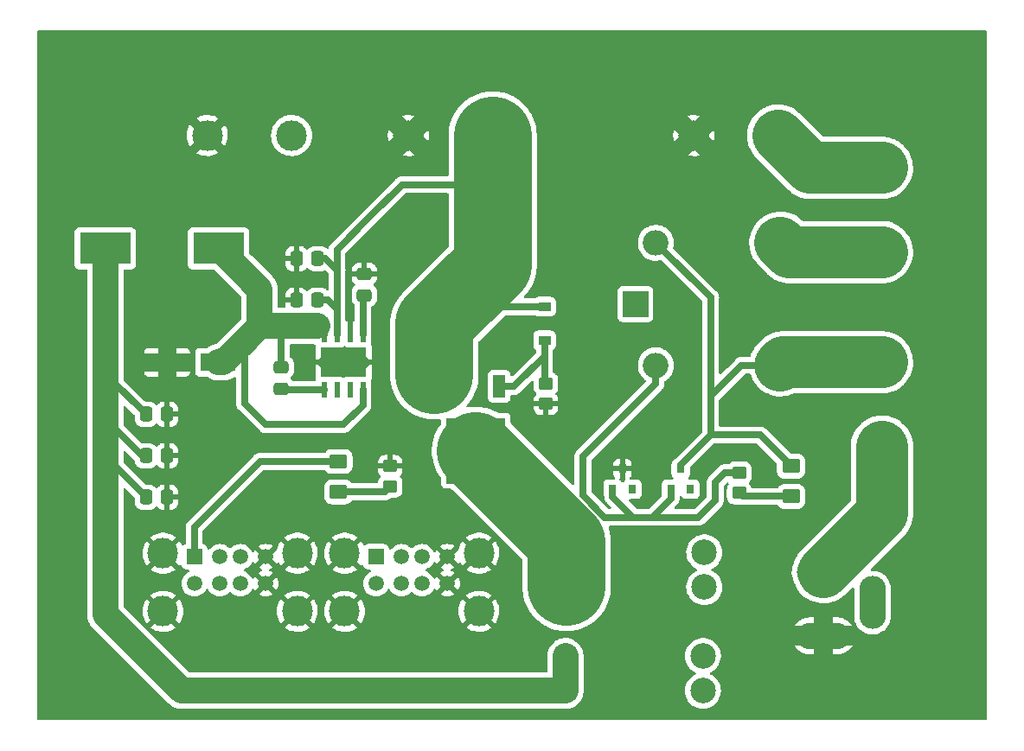
<source format=gbr>
%TF.GenerationSoftware,KiCad,Pcbnew,6.0.1+dfsg-1*%
%TF.CreationDate,2022-01-27T15:04:51+00:00*%
%TF.ProjectId,powerbox,706f7765-7262-46f7-982e-6b696361645f,rev?*%
%TF.SameCoordinates,Original*%
%TF.FileFunction,Copper,L1,Top*%
%TF.FilePolarity,Positive*%
%FSLAX46Y46*%
G04 Gerber Fmt 4.6, Leading zero omitted, Abs format (unit mm)*
G04 Created by KiCad (PCBNEW 6.0.1+dfsg-1) date 2022-01-27 15:04:51*
%MOMM*%
%LPD*%
G01*
G04 APERTURE LIST*
G04 Aperture macros list*
%AMRoundRect*
0 Rectangle with rounded corners*
0 $1 Rounding radius*
0 $2 $3 $4 $5 $6 $7 $8 $9 X,Y pos of 4 corners*
0 Add a 4 corners polygon primitive as box body*
4,1,4,$2,$3,$4,$5,$6,$7,$8,$9,$2,$3,0*
0 Add four circle primitives for the rounded corners*
1,1,$1+$1,$2,$3*
1,1,$1+$1,$4,$5*
1,1,$1+$1,$6,$7*
1,1,$1+$1,$8,$9*
0 Add four rect primitives between the rounded corners*
20,1,$1+$1,$2,$3,$4,$5,0*
20,1,$1+$1,$4,$5,$6,$7,0*
20,1,$1+$1,$6,$7,$8,$9,0*
20,1,$1+$1,$8,$9,$2,$3,0*%
G04 Aperture macros list end*
%TA.AperFunction,SMDPad,CuDef*%
%ADD10R,0.800000X0.900000*%
%TD*%
%TA.AperFunction,SMDPad,CuDef*%
%ADD11R,1.200000X0.900000*%
%TD*%
%TA.AperFunction,ComponentPad*%
%ADD12O,5.200000X2.600000*%
%TD*%
%TA.AperFunction,ComponentPad*%
%ADD13O,2.600000X5.200000*%
%TD*%
%TA.AperFunction,ComponentPad*%
%ADD14C,3.000000*%
%TD*%
%TA.AperFunction,SMDPad,CuDef*%
%ADD15R,5.000000X3.100000*%
%TD*%
%TA.AperFunction,SMDPad,CuDef*%
%ADD16RoundRect,0.250000X0.450000X-0.350000X0.450000X0.350000X-0.450000X0.350000X-0.450000X-0.350000X0*%
%TD*%
%TA.AperFunction,ComponentPad*%
%ADD17R,1.500000X1.500000*%
%TD*%
%TA.AperFunction,ComponentPad*%
%ADD18C,1.500000*%
%TD*%
%TA.AperFunction,SMDPad,CuDef*%
%ADD19RoundRect,0.250000X-0.450000X0.350000X-0.450000X-0.350000X0.450000X-0.350000X0.450000X0.350000X0*%
%TD*%
%TA.AperFunction,SMDPad,CuDef*%
%ADD20RoundRect,0.250001X0.624999X-0.462499X0.624999X0.462499X-0.624999X0.462499X-0.624999X-0.462499X0*%
%TD*%
%TA.AperFunction,ComponentPad*%
%ADD21R,2.500000X2.500000*%
%TD*%
%TA.AperFunction,ComponentPad*%
%ADD22O,2.500000X2.500000*%
%TD*%
%TA.AperFunction,ComponentPad*%
%ADD23C,6.400000*%
%TD*%
%TA.AperFunction,SMDPad,CuDef*%
%ADD24R,1.200000X2.200000*%
%TD*%
%TA.AperFunction,SMDPad,CuDef*%
%ADD25R,5.800000X6.400000*%
%TD*%
%TA.AperFunction,ComponentPad*%
%ADD26C,2.500000*%
%TD*%
%TA.AperFunction,SMDPad,CuDef*%
%ADD27RoundRect,0.250000X-0.337500X-0.475000X0.337500X-0.475000X0.337500X0.475000X-0.337500X0.475000X0*%
%TD*%
%TA.AperFunction,SMDPad,CuDef*%
%ADD28RoundRect,0.250000X0.337500X0.475000X-0.337500X0.475000X-0.337500X-0.475000X0.337500X-0.475000X0*%
%TD*%
%TA.AperFunction,SMDPad,CuDef*%
%ADD29RoundRect,0.250000X0.475000X-0.337500X0.475000X0.337500X-0.475000X0.337500X-0.475000X-0.337500X0*%
%TD*%
%TA.AperFunction,SMDPad,CuDef*%
%ADD30R,0.600000X1.550000*%
%TD*%
%TA.AperFunction,SMDPad,CuDef*%
%ADD31R,4.500000X2.950000*%
%TD*%
%TA.AperFunction,SMDPad,CuDef*%
%ADD32R,3.100000X2.600000*%
%TD*%
%TA.AperFunction,ComponentPad*%
%ADD33C,0.600000*%
%TD*%
%TA.AperFunction,SMDPad,CuDef*%
%ADD34R,3.500000X1.800000*%
%TD*%
%TA.AperFunction,ViaPad*%
%ADD35C,0.800000*%
%TD*%
%TA.AperFunction,Conductor*%
%ADD36C,0.635000*%
%TD*%
%TA.AperFunction,Conductor*%
%ADD37C,7.620000*%
%TD*%
%TA.AperFunction,Conductor*%
%ADD38C,5.080000*%
%TD*%
%TA.AperFunction,Conductor*%
%ADD39C,2.540000*%
%TD*%
G04 APERTURE END LIST*
D10*
%TO.P,D2,*%
%TO.N,*%
X171130000Y-136890000D03*
%TO.P,D2,1,K*%
%TO.N,Net-(D1-Pad2)*%
X170180000Y-134890000D03*
%TO.P,D2,2,A*%
%TO.N,Net-(D2-Pad2)*%
X169230000Y-136890000D03*
%TD*%
%TO.P,D3,*%
%TO.N,*%
X165415000Y-136890000D03*
%TO.P,D3,1,K*%
%TO.N,GND*%
X164465000Y-134890000D03*
%TO.P,D3,2,A*%
%TO.N,Net-(D2-Pad2)*%
X163515000Y-136890000D03*
%TD*%
D11*
%TO.P,D4,1,K*%
%TO.N,+24V*%
X156845000Y-119000000D03*
%TO.P,D4,2,A*%
%TO.N,Net-(D4-Pad2)*%
X156845000Y-122300000D03*
%TD*%
D12*
%TO.P,J2,1,In*%
%TO.N,Net-(J2-Pad1)*%
X184150000Y-145000000D03*
%TO.P,J2,2,Ext*%
%TO.N,GND*%
X184150000Y-151250000D03*
D13*
%TO.P,J2,3*%
%TO.N,N/C*%
X188950000Y-148000000D03*
%TD*%
D14*
%TO.P,J8,1,Pin_1*%
%TO.N,GND*%
X143510000Y-102235000D03*
%TO.P,J8,2,Pin_2*%
%TO.N,+24V*%
X151760000Y-102235000D03*
%TD*%
D15*
%TO.P,L1,1,1*%
%TO.N,Net-(C4-Pad2)*%
X124930000Y-113284000D03*
%TO.P,L1,2,2*%
%TO.N,Net-(C5-Pad1)*%
X113830000Y-113284000D03*
%TD*%
D16*
%TO.P,R6,1*%
%TO.N,Net-(D6-Pad1)*%
X141732000Y-136636000D03*
%TO.P,R6,2*%
%TO.N,GND*%
X141732000Y-134636000D03*
%TD*%
D14*
%TO.P,SW2,1,Pin_1*%
%TO.N,Net-(J1-Pad2)*%
X189865000Y-105410000D03*
%TO.P,SW2,2,Pin_2*%
%TO.N,Net-(K1-Pad4)*%
X189865000Y-113660000D03*
%TD*%
D17*
%TO.P,J3,1,VBUS*%
%TO.N,+5V*%
X122555000Y-143510000D03*
D18*
%TO.P,J3,2,D-*%
%TO.N,unconnected-(J3-Pad2)*%
X125055000Y-143510000D03*
%TO.P,J3,3,D+*%
%TO.N,unconnected-(J3-Pad3)*%
X127055000Y-143510000D03*
%TO.P,J3,4,GND*%
%TO.N,GND*%
X129555000Y-143510000D03*
%TO.P,J3,5,VBUS*%
%TO.N,+5V*%
X122555000Y-146130000D03*
%TO.P,J3,6,D-*%
%TO.N,unconnected-(J3-Pad6)*%
X125055000Y-146130000D03*
%TO.P,J3,7,D+*%
%TO.N,unconnected-(J3-Pad7)*%
X127055000Y-146130000D03*
%TO.P,J3,8,GND*%
%TO.N,GND*%
X129555000Y-146130000D03*
D14*
%TO.P,J3,9,Shield*%
X132625000Y-143160000D03*
X119485000Y-148840000D03*
X132625000Y-148840000D03*
X119485000Y-143160000D03*
%TD*%
D19*
%TO.P,R1,1*%
%TO.N,Net-(D2-Pad2)*%
X175895000Y-135255000D03*
%TO.P,R1,2*%
%TO.N,Net-(D1-Pad1)*%
X175895000Y-137255000D03*
%TD*%
D20*
%TO.P,D1,1,K*%
%TO.N,Net-(D1-Pad1)*%
X180975000Y-137595000D03*
%TO.P,D1,2,A*%
%TO.N,Net-(D1-Pad2)*%
X180975000Y-134620000D03*
%TD*%
D21*
%TO.P,K1,1*%
%TO.N,Net-(F1-Pad1)*%
X165735000Y-118745000D03*
D22*
%TO.P,K1,2*%
%TO.N,Net-(D2-Pad2)*%
X167735000Y-124745000D03*
%TO.P,K1,3*%
%TO.N,Net-(D1-Pad2)*%
X179935000Y-124745000D03*
%TO.P,K1,4*%
%TO.N,Net-(K1-Pad4)*%
X179935000Y-112745000D03*
%TO.P,K1,5*%
%TO.N,Net-(D1-Pad2)*%
X167735000Y-112745000D03*
%TD*%
D23*
%TO.P,REF\u002A\u002A,1*%
%TO.N,GND*%
X195580000Y-96520000D03*
%TD*%
D14*
%TO.P,SW1,1,Pin_1*%
%TO.N,Net-(D1-Pad2)*%
X189865000Y-124460000D03*
%TO.P,SW1,2,Pin_2*%
%TO.N,Net-(J2-Pad1)*%
X189865000Y-132710000D03*
%TD*%
D20*
%TO.P,D6,1,K*%
%TO.N,Net-(D6-Pad1)*%
X136652000Y-137144000D03*
%TO.P,D6,2,A*%
%TO.N,+5V*%
X136652000Y-134169000D03*
%TD*%
D23*
%TO.P,REF\u002A\u002A,1*%
%TO.N,GND*%
X111760000Y-154940000D03*
%TD*%
%TO.P,REF\u002A\u002A,1*%
%TO.N,GND*%
X111760000Y-96520000D03*
%TD*%
D17*
%TO.P,J4,1,VBUS*%
%TO.N,+5V*%
X140335000Y-143510000D03*
D18*
%TO.P,J4,2,D-*%
%TO.N,unconnected-(J4-Pad2)*%
X142835000Y-143510000D03*
%TO.P,J4,3,D+*%
%TO.N,unconnected-(J4-Pad3)*%
X144835000Y-143510000D03*
%TO.P,J4,4,GND*%
%TO.N,GND*%
X147335000Y-143510000D03*
%TO.P,J4,5,VBUS*%
%TO.N,+5V*%
X140335000Y-146130000D03*
%TO.P,J4,6,D-*%
%TO.N,unconnected-(J4-Pad6)*%
X142835000Y-146130000D03*
%TO.P,J4,7,D+*%
%TO.N,unconnected-(J4-Pad7)*%
X144835000Y-146130000D03*
%TO.P,J4,8,GND*%
%TO.N,GND*%
X147335000Y-146130000D03*
D14*
%TO.P,J4,9,Shield*%
X150405000Y-143160000D03*
X150405000Y-148840000D03*
X137265000Y-143160000D03*
X137265000Y-148840000D03*
%TD*%
D24*
%TO.P,Q1,1,G*%
%TO.N,Net-(D4-Pad2)*%
X152395000Y-126820000D03*
D25*
%TO.P,Q1,2,D*%
%TO.N,Net-(F1-Pad2)*%
X150115000Y-133120000D03*
D24*
%TO.P,Q1,3,S*%
%TO.N,+24V*%
X147835000Y-126820000D03*
%TD*%
D19*
%TO.P,R2,1*%
%TO.N,Net-(D4-Pad2)*%
X156972000Y-126524000D03*
%TO.P,R2,2*%
%TO.N,GND*%
X156972000Y-128524000D03*
%TD*%
D23*
%TO.P,REF\u002A\u002A,1*%
%TO.N,GND*%
X195580000Y-154940000D03*
%TD*%
D14*
%TO.P,J1,1,Pin_1*%
%TO.N,GND*%
X171450000Y-102235000D03*
%TO.P,J1,2,Pin_2*%
%TO.N,Net-(J1-Pad2)*%
X179700000Y-102235000D03*
%TD*%
%TO.P,J7,1,Pin_1*%
%TO.N,GND*%
X123825000Y-102235000D03*
%TO.P,J7,2,Pin_2*%
%TO.N,+5V*%
X132075000Y-102235000D03*
%TD*%
D26*
%TO.P,F1,1*%
%TO.N,Net-(F1-Pad1)*%
X172470000Y-143080000D03*
X172470000Y-146480000D03*
%TO.P,F1,2*%
%TO.N,Net-(F1-Pad2)*%
X159000000Y-143080000D03*
X159000000Y-146480000D03*
%TD*%
%TO.P,F2,1*%
%TO.N,Net-(C5-Pad1)*%
X158873000Y-153240000D03*
X158873000Y-156640000D03*
%TO.P,F2,2*%
%TO.N,+5V*%
X172343000Y-153240000D03*
X172343000Y-156640000D03*
%TD*%
D27*
%TO.P,C6,1*%
%TO.N,Net-(C5-Pad1)*%
X117813000Y-133604000D03*
%TO.P,C6,2*%
%TO.N,GND*%
X119888000Y-133604000D03*
%TD*%
D28*
%TO.P,C1,1*%
%TO.N,+24V*%
X134641500Y-114300000D03*
%TO.P,C1,2*%
%TO.N,GND*%
X132566500Y-114300000D03*
%TD*%
%TO.P,C2,1*%
%TO.N,+24V*%
X134620000Y-118364000D03*
%TO.P,C2,2*%
%TO.N,GND*%
X132545000Y-118364000D03*
%TD*%
D29*
%TO.P,C3,1*%
%TO.N,Net-(C3-Pad1)*%
X139192000Y-117877500D03*
%TO.P,C3,2*%
%TO.N,GND*%
X139192000Y-115802500D03*
%TD*%
D27*
%TO.P,C5,1*%
%TO.N,Net-(C5-Pad1)*%
X117813000Y-129540000D03*
%TO.P,C5,2*%
%TO.N,GND*%
X119888000Y-129540000D03*
%TD*%
%TO.P,C7,1*%
%TO.N,Net-(C5-Pad1)*%
X117813000Y-137668000D03*
%TO.P,C7,2*%
%TO.N,GND*%
X119888000Y-137668000D03*
%TD*%
D30*
%TO.P,U1,1,BOOT*%
%TO.N,Net-(C4-Pad1)*%
X135255000Y-127160000D03*
%TO.P,U1,2,NC*%
%TO.N,unconnected-(U1-Pad2)*%
X136525000Y-127160000D03*
%TO.P,U1,3,IADJ*%
%TO.N,unconnected-(U1-Pad3)*%
X137795000Y-127160000D03*
%TO.P,U1,4,FB*%
%TO.N,Net-(C4-Pad2)*%
X139065000Y-127160000D03*
%TO.P,U1,5,SS*%
%TO.N,Net-(C3-Pad1)*%
X139065000Y-121760000D03*
%TO.P,U1,6,GND*%
%TO.N,GND*%
X137795000Y-121760000D03*
%TO.P,U1,7,VIN*%
%TO.N,+24V*%
X136525000Y-121760000D03*
%TO.P,U1,8,SW*%
%TO.N,Net-(C4-Pad2)*%
X135255000Y-121760000D03*
D31*
%TO.P,U1,9*%
%TO.N,GND*%
X137160000Y-124460000D03*
D32*
X137160000Y-124460000D03*
D33*
X137860000Y-123860000D03*
X135360000Y-125060000D03*
X135360000Y-123860000D03*
X138960000Y-125060000D03*
X137860000Y-125060000D03*
X136560000Y-125060000D03*
X138960000Y-123860000D03*
X136560000Y-123860000D03*
%TD*%
D34*
%TO.P,D5,1,K*%
%TO.N,Net-(C4-Pad2)*%
X124888000Y-124460000D03*
%TO.P,D5,2,A*%
%TO.N,GND*%
X119888000Y-124460000D03*
%TD*%
D29*
%TO.P,C4,1*%
%TO.N,Net-(C4-Pad1)*%
X131064000Y-127021500D03*
%TO.P,C4,2*%
%TO.N,Net-(C4-Pad2)*%
X131064000Y-124946500D03*
%TD*%
D35*
%TO.N,GND*%
X133350000Y-123825000D03*
X133350000Y-125095000D03*
%TD*%
D36*
%TO.N,+24V*%
X134620000Y-118364000D02*
X135636000Y-118364000D01*
X136525000Y-119253000D02*
X136525000Y-116205000D01*
D37*
X146050000Y-120650000D02*
X146050000Y-125730000D01*
X147320000Y-119380000D02*
X146050000Y-120650000D01*
D36*
X136525000Y-121760000D02*
X136525000Y-119253000D01*
X136525000Y-115189000D02*
X136525000Y-113411000D01*
X134641500Y-114300000D02*
X135382000Y-114300000D01*
D37*
X151760000Y-114940000D02*
X147320000Y-119380000D01*
D36*
X136525000Y-116205000D02*
X136525000Y-115443000D01*
X142880000Y-107056000D02*
X151760000Y-107056000D01*
X136525000Y-115443000D02*
X136525000Y-115189000D01*
X135382000Y-114300000D02*
X136525000Y-115443000D01*
D37*
X151760000Y-102235000D02*
X151760000Y-107056000D01*
D36*
X136525000Y-113411000D02*
X139700000Y-110236000D01*
X135636000Y-118364000D02*
X136525000Y-119253000D01*
X156845000Y-119000000D02*
X148210000Y-119000000D01*
X139700000Y-110236000D02*
X142880000Y-107056000D01*
D37*
X151760000Y-107056000D02*
X151760000Y-114940000D01*
D36*
%TO.N,Net-(C3-Pad1)*%
X139065000Y-121760000D02*
X139065000Y-118004500D01*
X139065000Y-118004500D02*
X139192000Y-117877500D01*
%TO.N,Net-(D1-Pad2)*%
X170180000Y-134890000D02*
X170180000Y-134493000D01*
X179935000Y-124745000D02*
X176118000Y-124745000D01*
D38*
X180220000Y-124460000D02*
X179935000Y-124745000D01*
D36*
X173101000Y-127762000D02*
X173101000Y-118111000D01*
X173101000Y-118111000D02*
X167735000Y-112745000D01*
X174498000Y-131572000D02*
X177307500Y-131572000D01*
X174498000Y-131572000D02*
X177927000Y-131572000D01*
X170180000Y-134493000D02*
X173101000Y-131572000D01*
X173101000Y-131572000D02*
X173101000Y-127762000D01*
D38*
X189865000Y-124460000D02*
X180220000Y-124460000D01*
D36*
X177927000Y-131572000D02*
X180975000Y-134620000D01*
X173101000Y-131572000D02*
X174498000Y-131572000D01*
X176118000Y-124745000D02*
X173101000Y-127762000D01*
%TO.N,Net-(D1-Pad1)*%
X176235000Y-137595000D02*
X175895000Y-137255000D01*
X180975000Y-137595000D02*
X176235000Y-137595000D01*
%TO.N,Net-(D2-Pad2)*%
X167386000Y-139636500D02*
X165544500Y-139636500D01*
X160591500Y-137476478D02*
X162751522Y-139636500D01*
X167735000Y-124745000D02*
X167735000Y-126524000D01*
X171894500Y-139636500D02*
X167386000Y-139636500D01*
X160591500Y-133667500D02*
X160591500Y-137476478D01*
X173545500Y-137985500D02*
X171894500Y-139636500D01*
X167735000Y-126524000D02*
X160591500Y-133667500D01*
X173545500Y-136207500D02*
X173545500Y-137985500D01*
X175895000Y-135255000D02*
X174498000Y-135255000D01*
X163515000Y-137607000D02*
X165544500Y-139636500D01*
X174498000Y-135255000D02*
X173545500Y-136207500D01*
X169230000Y-136890000D02*
X169230000Y-137792500D01*
X163515000Y-136890000D02*
X163515000Y-137607000D01*
X165544500Y-139636500D02*
X162751522Y-139636500D01*
X169230000Y-137792500D02*
X167386000Y-139636500D01*
%TO.N,Net-(D4-Pad2)*%
X156845000Y-122300000D02*
X156845000Y-123825000D01*
X153850000Y-126820000D02*
X156845000Y-123825000D01*
X152395000Y-126820000D02*
X153850000Y-126820000D01*
X156845000Y-123825000D02*
X156845000Y-126270000D01*
%TO.N,+5V*%
X122555000Y-140589000D02*
X128975000Y-134169000D01*
X128975000Y-134169000D02*
X136652000Y-134169000D01*
X122555000Y-143510000D02*
X122555000Y-140589000D01*
%TO.N,Net-(D6-Pad1)*%
X141224000Y-137144000D02*
X141732000Y-136636000D01*
X136652000Y-137144000D02*
X141224000Y-137144000D01*
D37*
%TO.N,Net-(F1-Pad2)*%
X159000000Y-146480000D02*
X159000000Y-142005000D01*
X159000000Y-142005000D02*
X150115000Y-133120000D01*
D38*
%TO.N,Net-(J1-Pad2)*%
X182875000Y-105410000D02*
X179700000Y-102235000D01*
X189865000Y-105410000D02*
X182875000Y-105410000D01*
%TO.N,Net-(J2-Pad1)*%
X189865000Y-139285000D02*
X184150000Y-145000000D01*
X189865000Y-132710000D02*
X189865000Y-139285000D01*
%TO.N,Net-(K1-Pad4)*%
X180850000Y-113660000D02*
X179935000Y-112745000D01*
X189865000Y-113660000D02*
X180850000Y-113660000D01*
D36*
%TO.N,Net-(C4-Pad1)*%
X135255000Y-127160000D02*
X131181000Y-127160000D01*
X131181000Y-127160000D02*
X131064000Y-127043000D01*
D39*
%TO.N,Net-(C4-Pad2)*%
X128956000Y-120904000D02*
X128956000Y-117310000D01*
X128956000Y-117310000D02*
X124930000Y-113284000D01*
D36*
X129540000Y-130556000D02*
X127470000Y-128486000D01*
X131064000Y-121412000D02*
X131572000Y-120904000D01*
X135255000Y-121539000D02*
X134620000Y-120904000D01*
X139065000Y-127160000D02*
X139065000Y-128651000D01*
D39*
X127470000Y-122390000D02*
X128956000Y-120904000D01*
D36*
X139065000Y-128651000D02*
X137160000Y-130556000D01*
D39*
X124888000Y-124460000D02*
X125400000Y-124460000D01*
X131572000Y-120904000D02*
X128956000Y-120904000D01*
X134620000Y-120904000D02*
X131572000Y-120904000D01*
X125400000Y-124460000D02*
X127470000Y-122390000D01*
D36*
X127470000Y-128486000D02*
X127470000Y-122390000D01*
X131064000Y-124968000D02*
X131064000Y-121412000D01*
X137160000Y-130556000D02*
X129540000Y-130556000D01*
X135255000Y-121760000D02*
X135255000Y-121539000D01*
%TO.N,Net-(C5-Pad1)*%
X117813000Y-129540000D02*
X114219000Y-125946000D01*
X114219000Y-125946000D02*
X113830000Y-125946000D01*
D39*
X113830000Y-130010000D02*
X113830000Y-125946000D01*
X113830000Y-149136000D02*
X119253000Y-154559000D01*
X113830000Y-149136000D02*
X113830000Y-133642000D01*
X119253000Y-154559000D02*
X120064000Y-155370000D01*
D36*
X117813000Y-137668000D02*
X117813000Y-137625000D01*
D39*
X113830000Y-149136000D02*
X121334000Y-156640000D01*
X113830000Y-133642000D02*
X113830000Y-130010000D01*
X158873000Y-156640000D02*
X158873000Y-153240000D01*
X121334000Y-156640000D02*
X158873000Y-156640000D01*
X121334000Y-156640000D02*
X119253000Y-154559000D01*
D36*
X117424000Y-133604000D02*
X113830000Y-130010000D01*
X117813000Y-133604000D02*
X117424000Y-133604000D01*
X117813000Y-137625000D02*
X113830000Y-133642000D01*
D39*
X113830000Y-125946000D02*
X113830000Y-113284000D01*
%TD*%
%TA.AperFunction,Conductor*%
%TO.N,GND*%
G36*
X200094121Y-91968002D02*
G01*
X200140614Y-92021658D01*
X200152000Y-92074000D01*
X200152000Y-159386000D01*
X200131998Y-159454121D01*
X200078342Y-159500614D01*
X200026000Y-159512000D01*
X107314000Y-159512000D01*
X107245879Y-159491998D01*
X107199386Y-159438342D01*
X107188000Y-159386000D01*
X107188000Y-114882134D01*
X110821500Y-114882134D01*
X110828255Y-114944316D01*
X110879385Y-115080705D01*
X110966739Y-115197261D01*
X111083295Y-115284615D01*
X111219684Y-115335745D01*
X111281866Y-115342500D01*
X111925500Y-115342500D01*
X111993621Y-115362502D01*
X112040114Y-115416158D01*
X112051500Y-115468500D01*
X112051500Y-149080522D01*
X112051297Y-149087665D01*
X112047050Y-149162450D01*
X112047050Y-149162457D01*
X112046785Y-149167126D01*
X112050211Y-149204408D01*
X112057350Y-149282113D01*
X112057532Y-149284303D01*
X112065755Y-149394947D01*
X112065757Y-149394961D01*
X112066103Y-149399616D01*
X112067134Y-149404172D01*
X112067134Y-149404173D01*
X112067725Y-149406786D01*
X112070302Y-149423057D01*
X112070973Y-149430360D01*
X112072085Y-149434904D01*
X112098433Y-149542582D01*
X112098937Y-149544722D01*
X112104219Y-149568063D01*
X112124443Y-149657441D01*
X112127103Y-149664283D01*
X112132057Y-149679993D01*
X112133803Y-149687128D01*
X112157306Y-149744578D01*
X112177555Y-149794073D01*
X112178370Y-149796114D01*
X112220251Y-149903811D01*
X112222565Y-149907860D01*
X112222571Y-149907872D01*
X112223893Y-149910184D01*
X112231116Y-149924993D01*
X112232122Y-149927453D01*
X112232125Y-149927460D01*
X112233896Y-149931788D01*
X112236290Y-149935812D01*
X112292979Y-150031097D01*
X112294085Y-150032994D01*
X112351422Y-150133313D01*
X112355966Y-150139077D01*
X112365298Y-150152655D01*
X112369053Y-150158966D01*
X112372009Y-150162584D01*
X112372016Y-150162594D01*
X112442174Y-150248462D01*
X112443551Y-150250178D01*
X112512178Y-150337232D01*
X112512183Y-150337237D01*
X112515075Y-150340906D01*
X112531907Y-150356740D01*
X112592152Y-150413413D01*
X112594914Y-150416093D01*
X120037174Y-157858353D01*
X120042082Y-157863547D01*
X120088196Y-157915213D01*
X120095086Y-157922933D01*
X120168132Y-157983684D01*
X120183896Y-157996795D01*
X120185575Y-157998216D01*
X120264992Y-158066646D01*
X120273141Y-158073668D01*
X120277095Y-158076163D01*
X120277102Y-158076168D01*
X120279353Y-158077588D01*
X120292678Y-158087270D01*
X120294724Y-158088971D01*
X120294733Y-158088977D01*
X120298324Y-158091964D01*
X120397214Y-158151973D01*
X120398843Y-158152981D01*
X120496704Y-158214726D01*
X120500982Y-158216609D01*
X120500989Y-158216612D01*
X120503427Y-158217685D01*
X120518036Y-158225289D01*
X120524314Y-158229099D01*
X120528622Y-158230905D01*
X120528621Y-158230905D01*
X120630889Y-158273790D01*
X120632909Y-158274658D01*
X120714465Y-158310543D01*
X120738660Y-158321189D01*
X120743169Y-158322418D01*
X120743174Y-158322420D01*
X120745735Y-158323118D01*
X120761320Y-158328483D01*
X120768091Y-158331323D01*
X120772619Y-158332473D01*
X120880088Y-158359767D01*
X120882207Y-158360325D01*
X120993695Y-158390720D01*
X121000995Y-158391584D01*
X121017186Y-158394585D01*
X121024301Y-158396392D01*
X121071976Y-158401192D01*
X121139215Y-158407963D01*
X121141402Y-158408202D01*
X121184950Y-158413356D01*
X121256205Y-158421790D01*
X121361965Y-158418559D01*
X121365813Y-158418500D01*
X158854258Y-158418500D01*
X158855907Y-158418511D01*
X158977202Y-158420099D01*
X158977205Y-158420099D01*
X158981879Y-158420160D01*
X159055189Y-158410183D01*
X159062813Y-158409381D01*
X159099730Y-158406638D01*
X159131951Y-158404244D01*
X159131956Y-158404243D01*
X159136616Y-158403897D01*
X159184428Y-158393078D01*
X159195237Y-158391124D01*
X159239166Y-158385146D01*
X159239170Y-158385145D01*
X159243808Y-158384514D01*
X159314865Y-158363802D01*
X159322282Y-158361885D01*
X159369039Y-158351305D01*
X159389881Y-158346589D01*
X159389883Y-158346588D01*
X159394441Y-158345557D01*
X159440122Y-158327793D01*
X159450524Y-158324262D01*
X159467530Y-158319305D01*
X159497590Y-158310543D01*
X159564796Y-158279561D01*
X159571871Y-158276558D01*
X159636449Y-158251446D01*
X159636457Y-158251442D01*
X159640811Y-158249749D01*
X159644867Y-158247431D01*
X159644875Y-158247427D01*
X159683372Y-158225424D01*
X159693144Y-158220391D01*
X159699014Y-158217685D01*
X159737652Y-158199873D01*
X159799520Y-158159310D01*
X159806082Y-158155289D01*
X159866247Y-158120902D01*
X159866248Y-158120901D01*
X159870313Y-158118578D01*
X159908824Y-158088219D01*
X159917717Y-158081817D01*
X159958718Y-158054935D01*
X160013912Y-158005673D01*
X160019807Y-158000727D01*
X160074238Y-157957817D01*
X160074241Y-157957814D01*
X160077906Y-157954925D01*
X160081106Y-157951523D01*
X160081114Y-157951516D01*
X160111494Y-157919222D01*
X160119365Y-157911554D01*
X160152441Y-157882032D01*
X160152450Y-157882023D01*
X160155933Y-157878914D01*
X160158922Y-157875320D01*
X160158926Y-157875316D01*
X160203236Y-157822039D01*
X160208336Y-157816275D01*
X160255818Y-157765801D01*
X160255827Y-157765790D01*
X160259030Y-157762385D01*
X160286975Y-157722103D01*
X160293627Y-157713355D01*
X160321974Y-157679271D01*
X160324964Y-157675676D01*
X160363346Y-157612425D01*
X160367537Y-157605972D01*
X160407038Y-157549031D01*
X160409704Y-157545188D01*
X160431387Y-157501219D01*
X160436667Y-157491597D01*
X160440448Y-157485367D01*
X160462099Y-157449686D01*
X160490713Y-157381450D01*
X160493904Y-157374450D01*
X160524547Y-157312310D01*
X160524548Y-157312308D01*
X160526620Y-157308106D01*
X160541567Y-157261414D01*
X160545358Y-157251137D01*
X160564323Y-157205909D01*
X160582531Y-157134213D01*
X160584652Y-157126815D01*
X160605783Y-157060803D01*
X160605784Y-157060798D01*
X160607209Y-157056347D01*
X160615091Y-157007953D01*
X160617325Y-156997213D01*
X160628240Y-156954236D01*
X160628241Y-156954233D01*
X160629392Y-156949699D01*
X160636805Y-156876079D01*
X160637805Y-156868475D01*
X160649700Y-156795441D01*
X160650342Y-156746437D01*
X160650964Y-156735471D01*
X160651183Y-156733290D01*
X160651500Y-156730144D01*
X160651500Y-156658742D01*
X160651511Y-156657093D01*
X160652339Y-156593839D01*
X170580173Y-156593839D01*
X170580397Y-156598505D01*
X170580397Y-156598511D01*
X170586443Y-156724374D01*
X170592713Y-156854908D01*
X170643704Y-157111256D01*
X170732026Y-157357252D01*
X170734242Y-157361376D01*
X170830756Y-157540998D01*
X170855737Y-157587491D01*
X170858532Y-157591234D01*
X170858534Y-157591237D01*
X171009330Y-157793177D01*
X171009335Y-157793183D01*
X171012122Y-157796915D01*
X171015431Y-157800195D01*
X171015436Y-157800201D01*
X171142264Y-157925926D01*
X171197743Y-157980923D01*
X171201505Y-157983681D01*
X171201508Y-157983684D01*
X171388650Y-158120902D01*
X171408524Y-158135474D01*
X171412667Y-158137654D01*
X171412669Y-158137655D01*
X171635684Y-158254989D01*
X171635689Y-158254991D01*
X171639834Y-158257172D01*
X171778254Y-158305511D01*
X171855461Y-158332473D01*
X171886590Y-158343344D01*
X171891183Y-158344216D01*
X172138785Y-158391224D01*
X172138788Y-158391224D01*
X172143374Y-158392095D01*
X172273959Y-158397226D01*
X172399875Y-158402174D01*
X172399881Y-158402174D01*
X172404543Y-158402357D01*
X172483977Y-158393657D01*
X172659707Y-158374412D01*
X172659712Y-158374411D01*
X172664360Y-158373902D01*
X172706787Y-158362732D01*
X172912594Y-158308548D01*
X172912596Y-158308547D01*
X172917117Y-158307357D01*
X173157262Y-158204182D01*
X173334700Y-158094381D01*
X173375547Y-158069104D01*
X173375548Y-158069104D01*
X173379519Y-158066646D01*
X173383082Y-158063629D01*
X173383087Y-158063626D01*
X173575439Y-157900787D01*
X173575440Y-157900786D01*
X173579005Y-157897768D01*
X173701107Y-157758538D01*
X173748257Y-157704774D01*
X173748261Y-157704769D01*
X173751339Y-157701259D01*
X173810593Y-157609139D01*
X173890205Y-157485367D01*
X173892733Y-157481437D01*
X174000083Y-157243129D01*
X174051505Y-157060803D01*
X174069760Y-156996076D01*
X174069761Y-156996073D01*
X174071030Y-156991572D01*
X174087832Y-156859496D01*
X174103616Y-156735421D01*
X174103616Y-156735417D01*
X174104014Y-156732291D01*
X174106431Y-156640000D01*
X174087061Y-156379348D01*
X174075725Y-156329248D01*
X174030408Y-156128980D01*
X174029377Y-156124423D01*
X173934647Y-155880823D01*
X173804951Y-155653902D01*
X173643138Y-155448643D01*
X173452763Y-155269557D01*
X173238009Y-155120576D01*
X173196754Y-155100231D01*
X173165750Y-155084942D01*
X173102672Y-155053836D01*
X173050424Y-155005768D01*
X173032457Y-154937082D01*
X173054476Y-154869587D01*
X173108663Y-154825062D01*
X173152972Y-154806025D01*
X173157262Y-154804182D01*
X173379519Y-154666646D01*
X173383082Y-154663629D01*
X173383087Y-154663626D01*
X173575439Y-154500787D01*
X173575440Y-154500786D01*
X173579005Y-154497768D01*
X173670729Y-154393177D01*
X173748257Y-154304774D01*
X173748261Y-154304769D01*
X173751339Y-154301259D01*
X173892733Y-154081437D01*
X174000083Y-153843129D01*
X174071030Y-153591572D01*
X174087832Y-153459496D01*
X174103616Y-153335421D01*
X174103616Y-153335417D01*
X174104014Y-153332291D01*
X174106431Y-153240000D01*
X174101271Y-153170561D01*
X174087407Y-152984000D01*
X174087406Y-152983996D01*
X174087061Y-152979348D01*
X174085066Y-152970529D01*
X174030408Y-152728980D01*
X174029377Y-152724423D01*
X174027097Y-152718559D01*
X173936340Y-152485176D01*
X173936339Y-152485173D01*
X173934647Y-152480823D01*
X173804951Y-152253902D01*
X173767534Y-152206439D01*
X181317146Y-152206439D01*
X181320032Y-152214071D01*
X181409029Y-152349814D01*
X181414712Y-152357219D01*
X181587419Y-152550721D01*
X181594135Y-152557206D01*
X181793551Y-152723059D01*
X181801138Y-152728471D01*
X182022891Y-152863035D01*
X182031192Y-152867264D01*
X182270389Y-152967568D01*
X182279239Y-152970529D01*
X182530625Y-153034372D01*
X182539822Y-153035994D01*
X182755219Y-153057684D01*
X182761511Y-153058000D01*
X183179385Y-153058000D01*
X183194624Y-153053525D01*
X183195829Y-153052135D01*
X183197500Y-153044452D01*
X183197500Y-153039885D01*
X185102500Y-153039885D01*
X185106975Y-153055124D01*
X185108365Y-153056329D01*
X185116048Y-153058000D01*
X185515881Y-153058000D01*
X185520556Y-153057827D01*
X185713337Y-153043501D01*
X185722543Y-153042125D01*
X185975533Y-152984878D01*
X185984444Y-152982154D01*
X186226194Y-152888143D01*
X186234603Y-152884132D01*
X186459798Y-152755422D01*
X186467524Y-152750211D01*
X186671224Y-152589627D01*
X186678092Y-152583333D01*
X186855814Y-152394410D01*
X186861688Y-152387155D01*
X186979462Y-152217387D01*
X186983734Y-152204535D01*
X186975115Y-152202500D01*
X185120615Y-152202500D01*
X185105376Y-152206975D01*
X185104171Y-152208365D01*
X185102500Y-152216048D01*
X185102500Y-153039885D01*
X183197500Y-153039885D01*
X183197500Y-152220615D01*
X183193025Y-152205376D01*
X183191635Y-152204171D01*
X183183952Y-152202500D01*
X181330561Y-152202500D01*
X181317146Y-152206439D01*
X173767534Y-152206439D01*
X173643138Y-152048643D01*
X173452763Y-151869557D01*
X173238009Y-151720576D01*
X173202969Y-151703296D01*
X173007781Y-151607040D01*
X173007778Y-151607039D01*
X173003593Y-151604975D01*
X172957449Y-151590204D01*
X172759123Y-151526720D01*
X172754665Y-151525293D01*
X172496693Y-151483279D01*
X172382942Y-151481790D01*
X172240022Y-151479919D01*
X172240019Y-151479919D01*
X172235345Y-151479858D01*
X171976362Y-151515104D01*
X171725433Y-151588243D01*
X171721180Y-151590203D01*
X171721179Y-151590204D01*
X171684659Y-151607040D01*
X171488072Y-151697668D01*
X171449067Y-151723241D01*
X171273404Y-151838410D01*
X171273399Y-151838414D01*
X171269491Y-151840976D01*
X171074494Y-152015018D01*
X170907363Y-152215970D01*
X170904934Y-152219973D01*
X170779718Y-152426323D01*
X170771771Y-152439419D01*
X170670697Y-152680455D01*
X170606359Y-152933783D01*
X170580173Y-153193839D01*
X170592713Y-153454908D01*
X170643704Y-153711256D01*
X170732026Y-153957252D01*
X170734242Y-153961376D01*
X170798753Y-154081437D01*
X170855737Y-154187491D01*
X170858532Y-154191234D01*
X170858534Y-154191237D01*
X171009330Y-154393177D01*
X171009335Y-154393183D01*
X171012122Y-154396915D01*
X171015431Y-154400195D01*
X171015436Y-154400201D01*
X171194426Y-154577635D01*
X171197743Y-154580923D01*
X171201505Y-154583681D01*
X171201508Y-154583684D01*
X171404750Y-154732707D01*
X171408524Y-154735474D01*
X171577915Y-154824595D01*
X171586474Y-154829098D01*
X171637446Y-154878517D01*
X171653609Y-154947650D01*
X171629830Y-155014546D01*
X171580558Y-155055032D01*
X171488072Y-155097668D01*
X171449067Y-155123241D01*
X171273404Y-155238410D01*
X171273399Y-155238414D01*
X171269491Y-155240976D01*
X171074494Y-155415018D01*
X170907363Y-155615970D01*
X170771771Y-155839419D01*
X170670697Y-156080455D01*
X170606359Y-156333783D01*
X170580173Y-156593839D01*
X160652339Y-156593839D01*
X160653099Y-156535798D01*
X160653099Y-156535795D01*
X160653160Y-156531121D01*
X160652529Y-156526487D01*
X160652244Y-156521823D01*
X160652274Y-156521821D01*
X160651500Y-156510391D01*
X160651500Y-153172892D01*
X160642962Y-153058000D01*
X160637243Y-152981036D01*
X160637242Y-152981032D01*
X160636897Y-152976384D01*
X160578557Y-152718559D01*
X160563028Y-152678626D01*
X160484442Y-152476542D01*
X160484441Y-152476540D01*
X160482749Y-152472189D01*
X160464020Y-152439419D01*
X160353897Y-152246745D01*
X160351578Y-152242687D01*
X160187925Y-152035094D01*
X160027436Y-151884121D01*
X159998791Y-151857174D01*
X159995385Y-151853970D01*
X159958212Y-151828182D01*
X159782026Y-151705958D01*
X159782021Y-151705955D01*
X159778188Y-151703296D01*
X159766776Y-151697668D01*
X159545294Y-151588445D01*
X159545291Y-151588444D01*
X159541106Y-151586380D01*
X159484150Y-151568148D01*
X159350271Y-151525293D01*
X159289347Y-151505791D01*
X159130112Y-151479858D01*
X159033053Y-151464051D01*
X159033052Y-151464051D01*
X159028441Y-151463300D01*
X158896281Y-151461570D01*
X158768798Y-151459901D01*
X158768795Y-151459901D01*
X158764121Y-151459840D01*
X158502192Y-151495486D01*
X158497702Y-151496795D01*
X158497696Y-151496796D01*
X158399929Y-151525293D01*
X158248410Y-151569457D01*
X158244163Y-151571415D01*
X158244160Y-151571416D01*
X158203406Y-151590204D01*
X158008348Y-151680127D01*
X157976162Y-151701229D01*
X157791195Y-151822499D01*
X157791190Y-151822503D01*
X157787282Y-151825065D01*
X157590067Y-152001086D01*
X157421036Y-152204324D01*
X157283901Y-152430314D01*
X157282095Y-152434622D01*
X157282094Y-152434623D01*
X157217096Y-152589627D01*
X157181677Y-152674091D01*
X157180526Y-152678623D01*
X157180525Y-152678626D01*
X157148146Y-152806121D01*
X157116608Y-152930301D01*
X157094500Y-153149856D01*
X157094500Y-154735500D01*
X157074498Y-154803621D01*
X157020842Y-154850114D01*
X156968500Y-154861500D01*
X122122869Y-154861500D01*
X122054748Y-154841498D01*
X122033774Y-154824595D01*
X117638833Y-150429654D01*
X118260618Y-150429654D01*
X118267673Y-150439627D01*
X118298679Y-150465551D01*
X118305598Y-150470579D01*
X118530272Y-150611515D01*
X118537807Y-150615556D01*
X118779520Y-150724694D01*
X118787551Y-150727680D01*
X119041832Y-150803002D01*
X119050184Y-150804869D01*
X119312340Y-150844984D01*
X119320874Y-150845700D01*
X119586045Y-150849867D01*
X119594596Y-150849418D01*
X119857883Y-150817557D01*
X119866284Y-150815955D01*
X120122824Y-150748653D01*
X120130926Y-150745926D01*
X120375949Y-150644434D01*
X120383617Y-150640628D01*
X120612598Y-150506822D01*
X120619679Y-150502009D01*
X120699655Y-150439301D01*
X120706545Y-150429654D01*
X131400618Y-150429654D01*
X131407673Y-150439627D01*
X131438679Y-150465551D01*
X131445598Y-150470579D01*
X131670272Y-150611515D01*
X131677807Y-150615556D01*
X131919520Y-150724694D01*
X131927551Y-150727680D01*
X132181832Y-150803002D01*
X132190184Y-150804869D01*
X132452340Y-150844984D01*
X132460874Y-150845700D01*
X132726045Y-150849867D01*
X132734596Y-150849418D01*
X132997883Y-150817557D01*
X133006284Y-150815955D01*
X133262824Y-150748653D01*
X133270926Y-150745926D01*
X133515949Y-150644434D01*
X133523617Y-150640628D01*
X133752598Y-150506822D01*
X133759679Y-150502009D01*
X133839655Y-150439301D01*
X133846545Y-150429654D01*
X136040618Y-150429654D01*
X136047673Y-150439627D01*
X136078679Y-150465551D01*
X136085598Y-150470579D01*
X136310272Y-150611515D01*
X136317807Y-150615556D01*
X136559520Y-150724694D01*
X136567551Y-150727680D01*
X136821832Y-150803002D01*
X136830184Y-150804869D01*
X137092340Y-150844984D01*
X137100874Y-150845700D01*
X137366045Y-150849867D01*
X137374596Y-150849418D01*
X137637883Y-150817557D01*
X137646284Y-150815955D01*
X137902824Y-150748653D01*
X137910926Y-150745926D01*
X138155949Y-150644434D01*
X138163617Y-150640628D01*
X138392598Y-150506822D01*
X138399679Y-150502009D01*
X138479655Y-150439301D01*
X138486545Y-150429654D01*
X149180618Y-150429654D01*
X149187673Y-150439627D01*
X149218679Y-150465551D01*
X149225598Y-150470579D01*
X149450272Y-150611515D01*
X149457807Y-150615556D01*
X149699520Y-150724694D01*
X149707551Y-150727680D01*
X149961832Y-150803002D01*
X149970184Y-150804869D01*
X150232340Y-150844984D01*
X150240874Y-150845700D01*
X150506045Y-150849867D01*
X150514596Y-150849418D01*
X150777883Y-150817557D01*
X150786284Y-150815955D01*
X151042824Y-150748653D01*
X151050926Y-150745926D01*
X151295949Y-150644434D01*
X151303617Y-150640628D01*
X151532598Y-150506822D01*
X151539679Y-150502009D01*
X151619655Y-150439301D01*
X151628125Y-150427442D01*
X151621608Y-150415818D01*
X150417812Y-149212022D01*
X150403868Y-149204408D01*
X150402035Y-149204539D01*
X150395420Y-149208790D01*
X149187910Y-150416300D01*
X149180618Y-150429654D01*
X138486545Y-150429654D01*
X138488125Y-150427442D01*
X138481608Y-150415818D01*
X137277812Y-149212022D01*
X137263868Y-149204408D01*
X137262035Y-149204539D01*
X137255420Y-149208790D01*
X136047910Y-150416300D01*
X136040618Y-150429654D01*
X133846545Y-150429654D01*
X133848125Y-150427442D01*
X133841608Y-150415818D01*
X132637812Y-149212022D01*
X132623868Y-149204408D01*
X132622035Y-149204539D01*
X132615420Y-149208790D01*
X131407910Y-150416300D01*
X131400618Y-150429654D01*
X120706545Y-150429654D01*
X120708125Y-150427442D01*
X120701608Y-150415818D01*
X119497812Y-149212022D01*
X119483868Y-149204408D01*
X119482035Y-149204539D01*
X119475420Y-149208790D01*
X118267910Y-150416300D01*
X118260618Y-150429654D01*
X117638833Y-150429654D01*
X116032383Y-148823204D01*
X117472665Y-148823204D01*
X117487932Y-149087969D01*
X117489005Y-149096470D01*
X117540065Y-149356722D01*
X117542276Y-149364974D01*
X117628184Y-149615894D01*
X117631499Y-149623779D01*
X117750664Y-149860713D01*
X117755020Y-149868079D01*
X117884347Y-150056250D01*
X117894601Y-150064594D01*
X117908342Y-150057448D01*
X119112978Y-148852812D01*
X119119356Y-148841132D01*
X119849408Y-148841132D01*
X119849539Y-148842965D01*
X119853790Y-148849580D01*
X121060730Y-150056520D01*
X121072939Y-150063187D01*
X121084439Y-150054497D01*
X121181831Y-149921913D01*
X121186418Y-149914685D01*
X121312962Y-149681621D01*
X121316530Y-149673827D01*
X121410271Y-149425750D01*
X121412748Y-149417544D01*
X121471954Y-149159038D01*
X121473294Y-149150577D01*
X121497031Y-148884616D01*
X121497277Y-148879677D01*
X121497666Y-148842485D01*
X121497523Y-148837519D01*
X121496547Y-148823204D01*
X130612665Y-148823204D01*
X130627932Y-149087969D01*
X130629005Y-149096470D01*
X130680065Y-149356722D01*
X130682276Y-149364974D01*
X130768184Y-149615894D01*
X130771499Y-149623779D01*
X130890664Y-149860713D01*
X130895020Y-149868079D01*
X131024347Y-150056250D01*
X131034601Y-150064594D01*
X131048342Y-150057448D01*
X132252978Y-148852812D01*
X132259356Y-148841132D01*
X132989408Y-148841132D01*
X132989539Y-148842965D01*
X132993790Y-148849580D01*
X134200730Y-150056520D01*
X134212939Y-150063187D01*
X134224439Y-150054497D01*
X134321831Y-149921913D01*
X134326418Y-149914685D01*
X134452962Y-149681621D01*
X134456530Y-149673827D01*
X134550271Y-149425750D01*
X134552748Y-149417544D01*
X134611954Y-149159038D01*
X134613294Y-149150577D01*
X134637031Y-148884616D01*
X134637277Y-148879677D01*
X134637666Y-148842485D01*
X134637523Y-148837519D01*
X134636547Y-148823204D01*
X135252665Y-148823204D01*
X135267932Y-149087969D01*
X135269005Y-149096470D01*
X135320065Y-149356722D01*
X135322276Y-149364974D01*
X135408184Y-149615894D01*
X135411499Y-149623779D01*
X135530664Y-149860713D01*
X135535020Y-149868079D01*
X135664347Y-150056250D01*
X135674601Y-150064594D01*
X135688342Y-150057448D01*
X136892978Y-148852812D01*
X136899356Y-148841132D01*
X137629408Y-148841132D01*
X137629539Y-148842965D01*
X137633790Y-148849580D01*
X138840730Y-150056520D01*
X138852939Y-150063187D01*
X138864439Y-150054497D01*
X138961831Y-149921913D01*
X138966418Y-149914685D01*
X139092962Y-149681621D01*
X139096530Y-149673827D01*
X139190271Y-149425750D01*
X139192748Y-149417544D01*
X139251954Y-149159038D01*
X139253294Y-149150577D01*
X139277031Y-148884616D01*
X139277277Y-148879677D01*
X139277666Y-148842485D01*
X139277523Y-148837519D01*
X139276547Y-148823204D01*
X148392665Y-148823204D01*
X148407932Y-149087969D01*
X148409005Y-149096470D01*
X148460065Y-149356722D01*
X148462276Y-149364974D01*
X148548184Y-149615894D01*
X148551499Y-149623779D01*
X148670664Y-149860713D01*
X148675020Y-149868079D01*
X148804347Y-150056250D01*
X148814601Y-150064594D01*
X148828342Y-150057448D01*
X150032978Y-148852812D01*
X150039356Y-148841132D01*
X150769408Y-148841132D01*
X150769539Y-148842965D01*
X150773790Y-148849580D01*
X151980730Y-150056520D01*
X151992939Y-150063187D01*
X152004439Y-150054497D01*
X152101831Y-149921913D01*
X152106418Y-149914685D01*
X152232962Y-149681621D01*
X152236530Y-149673827D01*
X152330271Y-149425750D01*
X152332748Y-149417544D01*
X152391954Y-149159038D01*
X152393294Y-149150577D01*
X152417031Y-148884616D01*
X152417277Y-148879677D01*
X152417666Y-148842485D01*
X152417523Y-148837519D01*
X152399362Y-148571123D01*
X152398201Y-148562649D01*
X152344419Y-148302944D01*
X152342120Y-148294709D01*
X152253588Y-148044705D01*
X152250191Y-148036854D01*
X152128550Y-147801178D01*
X152124122Y-147793866D01*
X152005031Y-147624417D01*
X151994509Y-147616037D01*
X151981121Y-147623089D01*
X150777022Y-148827188D01*
X150769408Y-148841132D01*
X150039356Y-148841132D01*
X150040592Y-148838868D01*
X150040461Y-148837035D01*
X150036210Y-148830420D01*
X148828814Y-147623024D01*
X148816804Y-147616466D01*
X148805064Y-147625434D01*
X148696935Y-147775911D01*
X148692418Y-147783196D01*
X148568325Y-148017567D01*
X148564839Y-148025395D01*
X148473700Y-148274446D01*
X148471311Y-148282670D01*
X148414812Y-148541795D01*
X148413563Y-148550250D01*
X148392754Y-148814653D01*
X148392665Y-148823204D01*
X139276547Y-148823204D01*
X139259362Y-148571123D01*
X139258201Y-148562649D01*
X139204419Y-148302944D01*
X139202120Y-148294709D01*
X139113588Y-148044705D01*
X139110191Y-148036854D01*
X138988550Y-147801178D01*
X138984122Y-147793866D01*
X138865031Y-147624417D01*
X138854509Y-147616037D01*
X138841121Y-147623089D01*
X137637022Y-148827188D01*
X137629408Y-148841132D01*
X136899356Y-148841132D01*
X136900592Y-148838868D01*
X136900461Y-148837035D01*
X136896210Y-148830420D01*
X135688814Y-147623024D01*
X135676804Y-147616466D01*
X135665064Y-147625434D01*
X135556935Y-147775911D01*
X135552418Y-147783196D01*
X135428325Y-148017567D01*
X135424839Y-148025395D01*
X135333700Y-148274446D01*
X135331311Y-148282670D01*
X135274812Y-148541795D01*
X135273563Y-148550250D01*
X135252754Y-148814653D01*
X135252665Y-148823204D01*
X134636547Y-148823204D01*
X134619362Y-148571123D01*
X134618201Y-148562649D01*
X134564419Y-148302944D01*
X134562120Y-148294709D01*
X134473588Y-148044705D01*
X134470191Y-148036854D01*
X134348550Y-147801178D01*
X134344122Y-147793866D01*
X134225031Y-147624417D01*
X134214509Y-147616037D01*
X134201121Y-147623089D01*
X132997022Y-148827188D01*
X132989408Y-148841132D01*
X132259356Y-148841132D01*
X132260592Y-148838868D01*
X132260461Y-148837035D01*
X132256210Y-148830420D01*
X131048814Y-147623024D01*
X131036804Y-147616466D01*
X131025064Y-147625434D01*
X130916935Y-147775911D01*
X130912418Y-147783196D01*
X130788325Y-148017567D01*
X130784839Y-148025395D01*
X130693700Y-148274446D01*
X130691311Y-148282670D01*
X130634812Y-148541795D01*
X130633563Y-148550250D01*
X130612754Y-148814653D01*
X130612665Y-148823204D01*
X121496547Y-148823204D01*
X121479362Y-148571123D01*
X121478201Y-148562649D01*
X121424419Y-148302944D01*
X121422120Y-148294709D01*
X121333588Y-148044705D01*
X121330191Y-148036854D01*
X121208550Y-147801178D01*
X121204122Y-147793866D01*
X121085031Y-147624417D01*
X121074509Y-147616037D01*
X121061121Y-147623089D01*
X119857022Y-148827188D01*
X119849408Y-148841132D01*
X119119356Y-148841132D01*
X119120592Y-148838868D01*
X119120461Y-148837035D01*
X119116210Y-148830420D01*
X117908814Y-147623024D01*
X117896804Y-147616466D01*
X117885064Y-147625434D01*
X117776935Y-147775911D01*
X117772418Y-147783196D01*
X117648325Y-148017567D01*
X117644839Y-148025395D01*
X117553700Y-148274446D01*
X117551311Y-148282670D01*
X117494812Y-148541795D01*
X117493563Y-148550250D01*
X117472754Y-148814653D01*
X117472665Y-148823204D01*
X116032383Y-148823204D01*
X115645405Y-148436226D01*
X115611379Y-148373914D01*
X115608500Y-148347131D01*
X115608500Y-147252500D01*
X118261584Y-147252500D01*
X118267980Y-147263770D01*
X119472188Y-148467978D01*
X119486132Y-148475592D01*
X119487965Y-148475461D01*
X119494580Y-148471210D01*
X120701604Y-147264186D01*
X120708795Y-147251017D01*
X120701473Y-147240780D01*
X120654233Y-147202115D01*
X120647261Y-147197160D01*
X120421122Y-147058582D01*
X120413552Y-147054624D01*
X120170704Y-146948022D01*
X120162644Y-146945120D01*
X119907592Y-146872467D01*
X119899214Y-146870685D01*
X119636656Y-146833318D01*
X119628111Y-146832691D01*
X119362908Y-146831302D01*
X119354374Y-146831839D01*
X119091433Y-146866456D01*
X119083035Y-146868149D01*
X118827238Y-146938127D01*
X118819143Y-146940946D01*
X118575199Y-147044997D01*
X118567577Y-147048881D01*
X118340013Y-147185075D01*
X118332981Y-147189962D01*
X118270053Y-147240377D01*
X118261584Y-147252500D01*
X115608500Y-147252500D01*
X115608500Y-144749654D01*
X118260618Y-144749654D01*
X118267673Y-144759627D01*
X118298679Y-144785551D01*
X118305598Y-144790579D01*
X118530272Y-144931515D01*
X118537807Y-144935556D01*
X118779520Y-145044694D01*
X118787551Y-145047680D01*
X119041832Y-145123002D01*
X119050184Y-145124869D01*
X119312340Y-145164984D01*
X119320874Y-145165700D01*
X119586045Y-145169867D01*
X119594596Y-145169418D01*
X119857883Y-145137557D01*
X119866284Y-145135955D01*
X120122824Y-145068653D01*
X120130926Y-145065926D01*
X120375949Y-144964434D01*
X120383617Y-144960628D01*
X120612598Y-144826822D01*
X120619679Y-144822009D01*
X120699655Y-144759301D01*
X120708125Y-144747442D01*
X120701608Y-144735818D01*
X119497812Y-143532022D01*
X119483868Y-143524408D01*
X119482035Y-143524539D01*
X119475420Y-143528790D01*
X118267910Y-144736300D01*
X118260618Y-144749654D01*
X115608500Y-144749654D01*
X115608500Y-143143204D01*
X117472665Y-143143204D01*
X117487932Y-143407969D01*
X117489005Y-143416470D01*
X117540065Y-143676722D01*
X117542276Y-143684974D01*
X117628184Y-143935894D01*
X117631499Y-143943779D01*
X117750664Y-144180713D01*
X117755020Y-144188079D01*
X117884347Y-144376250D01*
X117894601Y-144384594D01*
X117908342Y-144377448D01*
X119112978Y-143172812D01*
X119119356Y-143161132D01*
X119849408Y-143161132D01*
X119849539Y-143162965D01*
X119853790Y-143169580D01*
X121060730Y-144376520D01*
X121072939Y-144383187D01*
X121084438Y-144374498D01*
X121092541Y-144363467D01*
X121148990Y-144320408D01*
X121219757Y-144314703D01*
X121282374Y-144348163D01*
X121312070Y-144393831D01*
X121323262Y-144423684D01*
X121354385Y-144506705D01*
X121441739Y-144623261D01*
X121558295Y-144710615D01*
X121694684Y-144761745D01*
X121756866Y-144768500D01*
X121928533Y-144768500D01*
X121996654Y-144788502D01*
X122043147Y-144842158D01*
X122053251Y-144912432D01*
X122023757Y-144977012D01*
X121981783Y-145008695D01*
X121928334Y-145033618D01*
X121928329Y-145033621D01*
X121923347Y-145035944D01*
X121918840Y-145039100D01*
X121918838Y-145039101D01*
X121747473Y-145159092D01*
X121747470Y-145159094D01*
X121742962Y-145162251D01*
X121587251Y-145317962D01*
X121584094Y-145322470D01*
X121584092Y-145322473D01*
X121474885Y-145478437D01*
X121460944Y-145498347D01*
X121458621Y-145503329D01*
X121458618Y-145503334D01*
X121458502Y-145503583D01*
X121367880Y-145697924D01*
X121310885Y-145910629D01*
X121291693Y-146130000D01*
X121310885Y-146349371D01*
X121367880Y-146562076D01*
X121401469Y-146634107D01*
X121458618Y-146756666D01*
X121458621Y-146756671D01*
X121460944Y-146761653D01*
X121464100Y-146766160D01*
X121464101Y-146766162D01*
X121555990Y-146897392D01*
X121587251Y-146942038D01*
X121742962Y-147097749D01*
X121923346Y-147224056D01*
X122122924Y-147317120D01*
X122335629Y-147374115D01*
X122555000Y-147393307D01*
X122774371Y-147374115D01*
X122987076Y-147317120D01*
X123186654Y-147224056D01*
X123367038Y-147097749D01*
X123522749Y-146942038D01*
X123554011Y-146897392D01*
X123645899Y-146766162D01*
X123645900Y-146766160D01*
X123649056Y-146761653D01*
X123651379Y-146756671D01*
X123651382Y-146756666D01*
X123690805Y-146672122D01*
X123737722Y-146618837D01*
X123806000Y-146599376D01*
X123873960Y-146619918D01*
X123919195Y-146672122D01*
X123958618Y-146756666D01*
X123958621Y-146756671D01*
X123960944Y-146761653D01*
X123964100Y-146766160D01*
X123964101Y-146766162D01*
X124055990Y-146897392D01*
X124087251Y-146942038D01*
X124242962Y-147097749D01*
X124423346Y-147224056D01*
X124622924Y-147317120D01*
X124835629Y-147374115D01*
X125055000Y-147393307D01*
X125274371Y-147374115D01*
X125487076Y-147317120D01*
X125686654Y-147224056D01*
X125867038Y-147097749D01*
X125965905Y-146998882D01*
X126028217Y-146964856D01*
X126099032Y-146969921D01*
X126144095Y-146998882D01*
X126242962Y-147097749D01*
X126423346Y-147224056D01*
X126622924Y-147317120D01*
X126835629Y-147374115D01*
X127055000Y-147393307D01*
X127274371Y-147374115D01*
X127487076Y-147317120D01*
X127686654Y-147224056D01*
X127749342Y-147180161D01*
X128869393Y-147180161D01*
X128878687Y-147192175D01*
X128919088Y-147220464D01*
X128928584Y-147225947D01*
X129118113Y-147314326D01*
X129128405Y-147318072D01*
X129330401Y-147372196D01*
X129341196Y-147374099D01*
X129549525Y-147392326D01*
X129560475Y-147392326D01*
X129768804Y-147374099D01*
X129779599Y-147372196D01*
X129981595Y-147318072D01*
X129991887Y-147314326D01*
X130124473Y-147252500D01*
X131401584Y-147252500D01*
X131407980Y-147263770D01*
X132612188Y-148467978D01*
X132626132Y-148475592D01*
X132627965Y-148475461D01*
X132634580Y-148471210D01*
X133841604Y-147264186D01*
X133847985Y-147252500D01*
X136041584Y-147252500D01*
X136047980Y-147263770D01*
X137252188Y-148467978D01*
X137266132Y-148475592D01*
X137267965Y-148475461D01*
X137274580Y-148471210D01*
X138481604Y-147264186D01*
X138488795Y-147251017D01*
X138481473Y-147240780D01*
X138434233Y-147202115D01*
X138427261Y-147197160D01*
X138201122Y-147058582D01*
X138193552Y-147054624D01*
X137950704Y-146948022D01*
X137942644Y-146945120D01*
X137687592Y-146872467D01*
X137679214Y-146870685D01*
X137416656Y-146833318D01*
X137408111Y-146832691D01*
X137142908Y-146831302D01*
X137134374Y-146831839D01*
X136871433Y-146866456D01*
X136863035Y-146868149D01*
X136607238Y-146938127D01*
X136599143Y-146940946D01*
X136355199Y-147044997D01*
X136347577Y-147048881D01*
X136120013Y-147185075D01*
X136112981Y-147189962D01*
X136050053Y-147240377D01*
X136041584Y-147252500D01*
X133847985Y-147252500D01*
X133848795Y-147251017D01*
X133841473Y-147240780D01*
X133794233Y-147202115D01*
X133787261Y-147197160D01*
X133561122Y-147058582D01*
X133553552Y-147054624D01*
X133310704Y-146948022D01*
X133302644Y-146945120D01*
X133047592Y-146872467D01*
X133039214Y-146870685D01*
X132776656Y-146833318D01*
X132768111Y-146832691D01*
X132502908Y-146831302D01*
X132494374Y-146831839D01*
X132231433Y-146866456D01*
X132223035Y-146868149D01*
X131967238Y-146938127D01*
X131959143Y-146940946D01*
X131715199Y-147044997D01*
X131707577Y-147048881D01*
X131480013Y-147185075D01*
X131472981Y-147189962D01*
X131410053Y-147240377D01*
X131401584Y-147252500D01*
X130124473Y-147252500D01*
X130181416Y-147225947D01*
X130190912Y-147220464D01*
X130232148Y-147191590D01*
X130240523Y-147181112D01*
X130233457Y-147167668D01*
X129567811Y-146502021D01*
X129553868Y-146494408D01*
X129552034Y-146494539D01*
X129545420Y-146498790D01*
X128875820Y-147168391D01*
X128869393Y-147180161D01*
X127749342Y-147180161D01*
X127867038Y-147097749D01*
X128022749Y-146942038D01*
X128054011Y-146897392D01*
X128145899Y-146766162D01*
X128145900Y-146766160D01*
X128149056Y-146761653D01*
X128151379Y-146756671D01*
X128151382Y-146756666D01*
X128191081Y-146671530D01*
X128237998Y-146618245D01*
X128306276Y-146598784D01*
X128374235Y-146619326D01*
X128419471Y-146671530D01*
X128459054Y-146756417D01*
X128464534Y-146765907D01*
X128493411Y-146807149D01*
X128503887Y-146815523D01*
X128517334Y-146808455D01*
X129182979Y-146142811D01*
X129189356Y-146131132D01*
X129919408Y-146131132D01*
X129919539Y-146132966D01*
X129923790Y-146139580D01*
X130593391Y-146809180D01*
X130605161Y-146815607D01*
X130617176Y-146806311D01*
X130645466Y-146765907D01*
X130650946Y-146756417D01*
X130739326Y-146566887D01*
X130743072Y-146556595D01*
X130797196Y-146354599D01*
X130799099Y-146343804D01*
X130817326Y-146135475D01*
X130817326Y-146124525D01*
X130799099Y-145916196D01*
X130797196Y-145905401D01*
X130743072Y-145703405D01*
X130739326Y-145693113D01*
X130650946Y-145503583D01*
X130645466Y-145494093D01*
X130616589Y-145452851D01*
X130606113Y-145444477D01*
X130592666Y-145451545D01*
X129927021Y-146117189D01*
X129919408Y-146131132D01*
X129189356Y-146131132D01*
X129190592Y-146128868D01*
X129190461Y-146127034D01*
X129186210Y-146120420D01*
X128516609Y-145450820D01*
X128504839Y-145444393D01*
X128492824Y-145453689D01*
X128464534Y-145494093D01*
X128459054Y-145503583D01*
X128419471Y-145588470D01*
X128372554Y-145641755D01*
X128304276Y-145661216D01*
X128236316Y-145640674D01*
X128191081Y-145588470D01*
X128151382Y-145503334D01*
X128151379Y-145503329D01*
X128149056Y-145498347D01*
X128135115Y-145478437D01*
X128025908Y-145322473D01*
X128025906Y-145322470D01*
X128022749Y-145317962D01*
X127867038Y-145162251D01*
X127686654Y-145035944D01*
X127487076Y-144942880D01*
X127481763Y-144941456D01*
X127476592Y-144939574D01*
X127477066Y-144938272D01*
X127422078Y-144904757D01*
X127391055Y-144840897D01*
X127399482Y-144770402D01*
X127444684Y-144715654D01*
X127476797Y-144700989D01*
X127476592Y-144700426D01*
X127481763Y-144698544D01*
X127487076Y-144697120D01*
X127686654Y-144604056D01*
X127749342Y-144560161D01*
X128869393Y-144560161D01*
X128878687Y-144572175D01*
X128919088Y-144600464D01*
X128928584Y-144605947D01*
X129118113Y-144694326D01*
X129128409Y-144698073D01*
X129129229Y-144698293D01*
X129129550Y-144698488D01*
X129133579Y-144699955D01*
X129133284Y-144700765D01*
X129189852Y-144735243D01*
X129220875Y-144799103D01*
X129212448Y-144869598D01*
X129167246Y-144924345D01*
X129133478Y-144939767D01*
X129133579Y-144940045D01*
X129130078Y-144941319D01*
X129129229Y-144941707D01*
X129128409Y-144941927D01*
X129118113Y-144945674D01*
X128928583Y-145034054D01*
X128919093Y-145039534D01*
X128877851Y-145068411D01*
X128869477Y-145078887D01*
X128876545Y-145092334D01*
X129542189Y-145757979D01*
X129556132Y-145765592D01*
X129557966Y-145765461D01*
X129564580Y-145761210D01*
X130234180Y-145091609D01*
X130240607Y-145079839D01*
X130231313Y-145067825D01*
X130190912Y-145039536D01*
X130181416Y-145034053D01*
X129991887Y-144945674D01*
X129981591Y-144941927D01*
X129980771Y-144941707D01*
X129980450Y-144941512D01*
X129976421Y-144940045D01*
X129976716Y-144939235D01*
X129920148Y-144904757D01*
X129889125Y-144840897D01*
X129897552Y-144770402D01*
X129914683Y-144749654D01*
X131400618Y-144749654D01*
X131407673Y-144759627D01*
X131438679Y-144785551D01*
X131445598Y-144790579D01*
X131670272Y-144931515D01*
X131677807Y-144935556D01*
X131919520Y-145044694D01*
X131927551Y-145047680D01*
X132181832Y-145123002D01*
X132190184Y-145124869D01*
X132452340Y-145164984D01*
X132460874Y-145165700D01*
X132726045Y-145169867D01*
X132734596Y-145169418D01*
X132997883Y-145137557D01*
X133006284Y-145135955D01*
X133262824Y-145068653D01*
X133270926Y-145065926D01*
X133515949Y-144964434D01*
X133523617Y-144960628D01*
X133752598Y-144826822D01*
X133759679Y-144822009D01*
X133839655Y-144759301D01*
X133846545Y-144749654D01*
X136040618Y-144749654D01*
X136047673Y-144759627D01*
X136078679Y-144785551D01*
X136085598Y-144790579D01*
X136310272Y-144931515D01*
X136317807Y-144935556D01*
X136559520Y-145044694D01*
X136567551Y-145047680D01*
X136821832Y-145123002D01*
X136830184Y-145124869D01*
X137092340Y-145164984D01*
X137100874Y-145165700D01*
X137366045Y-145169867D01*
X137374596Y-145169418D01*
X137637883Y-145137557D01*
X137646284Y-145135955D01*
X137902824Y-145068653D01*
X137910926Y-145065926D01*
X138155949Y-144964434D01*
X138163617Y-144960628D01*
X138392598Y-144826822D01*
X138399679Y-144822009D01*
X138479655Y-144759301D01*
X138488125Y-144747442D01*
X138481608Y-144735818D01*
X137277812Y-143532022D01*
X137263868Y-143524408D01*
X137262035Y-143524539D01*
X137255420Y-143528790D01*
X136047910Y-144736300D01*
X136040618Y-144749654D01*
X133846545Y-144749654D01*
X133848125Y-144747442D01*
X133841608Y-144735818D01*
X132637812Y-143532022D01*
X132623868Y-143524408D01*
X132622035Y-143524539D01*
X132615420Y-143528790D01*
X131407910Y-144736300D01*
X131400618Y-144749654D01*
X129914683Y-144749654D01*
X129942754Y-144715655D01*
X129976522Y-144700233D01*
X129976421Y-144699955D01*
X129979922Y-144698681D01*
X129980771Y-144698293D01*
X129981591Y-144698073D01*
X129991887Y-144694326D01*
X130181416Y-144605947D01*
X130190912Y-144600464D01*
X130232148Y-144571590D01*
X130240523Y-144561112D01*
X130233457Y-144547668D01*
X129567811Y-143882021D01*
X129553868Y-143874408D01*
X129552034Y-143874539D01*
X129545420Y-143878790D01*
X128875820Y-144548391D01*
X128869393Y-144560161D01*
X127749342Y-144560161D01*
X127867038Y-144477749D01*
X128022749Y-144322038D01*
X128027691Y-144314981D01*
X128145899Y-144146162D01*
X128145900Y-144146160D01*
X128149056Y-144141653D01*
X128151379Y-144136671D01*
X128151382Y-144136666D01*
X128191081Y-144051530D01*
X128237998Y-143998245D01*
X128306276Y-143978784D01*
X128374235Y-143999326D01*
X128419471Y-144051530D01*
X128459054Y-144136417D01*
X128464534Y-144145907D01*
X128493411Y-144187149D01*
X128503887Y-144195523D01*
X128517334Y-144188455D01*
X129182979Y-143522811D01*
X129189356Y-143511132D01*
X129919408Y-143511132D01*
X129919539Y-143512966D01*
X129923790Y-143519580D01*
X130593391Y-144189180D01*
X130605161Y-144195607D01*
X130617176Y-144186311D01*
X130645466Y-144145907D01*
X130650393Y-144137374D01*
X130701775Y-144088380D01*
X130771489Y-144074943D01*
X130837400Y-144101330D01*
X130872077Y-144143758D01*
X130890661Y-144180707D01*
X130895020Y-144188079D01*
X131024347Y-144376250D01*
X131034601Y-144384594D01*
X131048342Y-144377448D01*
X132252978Y-143172812D01*
X132259356Y-143161132D01*
X132989408Y-143161132D01*
X132989539Y-143162965D01*
X132993790Y-143169580D01*
X134200730Y-144376520D01*
X134212939Y-144383187D01*
X134224439Y-144374497D01*
X134321831Y-144241913D01*
X134326418Y-144234685D01*
X134452962Y-144001621D01*
X134456530Y-143993827D01*
X134550271Y-143745750D01*
X134552748Y-143737544D01*
X134611954Y-143479038D01*
X134613294Y-143470577D01*
X134637031Y-143204616D01*
X134637277Y-143199677D01*
X134637666Y-143162485D01*
X134637523Y-143157519D01*
X134636547Y-143143204D01*
X135252665Y-143143204D01*
X135267932Y-143407969D01*
X135269005Y-143416470D01*
X135320065Y-143676722D01*
X135322276Y-143684974D01*
X135408184Y-143935894D01*
X135411499Y-143943779D01*
X135530664Y-144180713D01*
X135535020Y-144188079D01*
X135664347Y-144376250D01*
X135674601Y-144384594D01*
X135688342Y-144377448D01*
X136892978Y-143172812D01*
X136899356Y-143161132D01*
X137629408Y-143161132D01*
X137629539Y-143162965D01*
X137633790Y-143169580D01*
X138840730Y-144376520D01*
X138852939Y-144383187D01*
X138864438Y-144374498D01*
X138872541Y-144363467D01*
X138928990Y-144320408D01*
X138999757Y-144314703D01*
X139062374Y-144348163D01*
X139092070Y-144393831D01*
X139103262Y-144423684D01*
X139134385Y-144506705D01*
X139221739Y-144623261D01*
X139338295Y-144710615D01*
X139474684Y-144761745D01*
X139536866Y-144768500D01*
X139708533Y-144768500D01*
X139776654Y-144788502D01*
X139823147Y-144842158D01*
X139833251Y-144912432D01*
X139803757Y-144977012D01*
X139761783Y-145008695D01*
X139708334Y-145033618D01*
X139708329Y-145033621D01*
X139703347Y-145035944D01*
X139698840Y-145039100D01*
X139698838Y-145039101D01*
X139527473Y-145159092D01*
X139527470Y-145159094D01*
X139522962Y-145162251D01*
X139367251Y-145317962D01*
X139364094Y-145322470D01*
X139364092Y-145322473D01*
X139254885Y-145478437D01*
X139240944Y-145498347D01*
X139238621Y-145503329D01*
X139238618Y-145503334D01*
X139238502Y-145503583D01*
X139147880Y-145697924D01*
X139090885Y-145910629D01*
X139071693Y-146130000D01*
X139090885Y-146349371D01*
X139147880Y-146562076D01*
X139181469Y-146634107D01*
X139238618Y-146756666D01*
X139238621Y-146756671D01*
X139240944Y-146761653D01*
X139244100Y-146766160D01*
X139244101Y-146766162D01*
X139335990Y-146897392D01*
X139367251Y-146942038D01*
X139522962Y-147097749D01*
X139703346Y-147224056D01*
X139902924Y-147317120D01*
X140115629Y-147374115D01*
X140335000Y-147393307D01*
X140554371Y-147374115D01*
X140767076Y-147317120D01*
X140966654Y-147224056D01*
X141147038Y-147097749D01*
X141302749Y-146942038D01*
X141334011Y-146897392D01*
X141425899Y-146766162D01*
X141425900Y-146766160D01*
X141429056Y-146761653D01*
X141431379Y-146756671D01*
X141431382Y-146756666D01*
X141470805Y-146672122D01*
X141517722Y-146618837D01*
X141586000Y-146599376D01*
X141653960Y-146619918D01*
X141699195Y-146672122D01*
X141738618Y-146756666D01*
X141738621Y-146756671D01*
X141740944Y-146761653D01*
X141744100Y-146766160D01*
X141744101Y-146766162D01*
X141835990Y-146897392D01*
X141867251Y-146942038D01*
X142022962Y-147097749D01*
X142203346Y-147224056D01*
X142402924Y-147317120D01*
X142615629Y-147374115D01*
X142835000Y-147393307D01*
X143054371Y-147374115D01*
X143267076Y-147317120D01*
X143466654Y-147224056D01*
X143647038Y-147097749D01*
X143745905Y-146998882D01*
X143808217Y-146964856D01*
X143879032Y-146969921D01*
X143924095Y-146998882D01*
X144022962Y-147097749D01*
X144203346Y-147224056D01*
X144402924Y-147317120D01*
X144615629Y-147374115D01*
X144835000Y-147393307D01*
X145054371Y-147374115D01*
X145267076Y-147317120D01*
X145466654Y-147224056D01*
X145529342Y-147180161D01*
X146649393Y-147180161D01*
X146658687Y-147192175D01*
X146699088Y-147220464D01*
X146708584Y-147225947D01*
X146898113Y-147314326D01*
X146908405Y-147318072D01*
X147110401Y-147372196D01*
X147121196Y-147374099D01*
X147329525Y-147392326D01*
X147340475Y-147392326D01*
X147548804Y-147374099D01*
X147559599Y-147372196D01*
X147761595Y-147318072D01*
X147771887Y-147314326D01*
X147904473Y-147252500D01*
X149181584Y-147252500D01*
X149187980Y-147263770D01*
X150392188Y-148467978D01*
X150406132Y-148475592D01*
X150407965Y-148475461D01*
X150414580Y-148471210D01*
X151621604Y-147264186D01*
X151628795Y-147251017D01*
X151621473Y-147240780D01*
X151574233Y-147202115D01*
X151567261Y-147197160D01*
X151341122Y-147058582D01*
X151333552Y-147054624D01*
X151090704Y-146948022D01*
X151082644Y-146945120D01*
X150827592Y-146872467D01*
X150819214Y-146870685D01*
X150556656Y-146833318D01*
X150548111Y-146832691D01*
X150282908Y-146831302D01*
X150274374Y-146831839D01*
X150011433Y-146866456D01*
X150003035Y-146868149D01*
X149747238Y-146938127D01*
X149739143Y-146940946D01*
X149495199Y-147044997D01*
X149487577Y-147048881D01*
X149260013Y-147185075D01*
X149252981Y-147189962D01*
X149190053Y-147240377D01*
X149181584Y-147252500D01*
X147904473Y-147252500D01*
X147961416Y-147225947D01*
X147970912Y-147220464D01*
X148012148Y-147191590D01*
X148020523Y-147181112D01*
X148013457Y-147167668D01*
X147347811Y-146502021D01*
X147333868Y-146494408D01*
X147332034Y-146494539D01*
X147325420Y-146498790D01*
X146655820Y-147168391D01*
X146649393Y-147180161D01*
X145529342Y-147180161D01*
X145647038Y-147097749D01*
X145802749Y-146942038D01*
X145834011Y-146897392D01*
X145925899Y-146766162D01*
X145925900Y-146766160D01*
X145929056Y-146761653D01*
X145931379Y-146756671D01*
X145931382Y-146756666D01*
X145971081Y-146671530D01*
X146017998Y-146618245D01*
X146086276Y-146598784D01*
X146154235Y-146619326D01*
X146199471Y-146671530D01*
X146239054Y-146756417D01*
X146244534Y-146765907D01*
X146273411Y-146807149D01*
X146283887Y-146815523D01*
X146297334Y-146808455D01*
X146962979Y-146142811D01*
X146969356Y-146131132D01*
X147699408Y-146131132D01*
X147699539Y-146132966D01*
X147703790Y-146139580D01*
X148373391Y-146809180D01*
X148385161Y-146815607D01*
X148397176Y-146806311D01*
X148425466Y-146765907D01*
X148430946Y-146756417D01*
X148519326Y-146566887D01*
X148523072Y-146556595D01*
X148577196Y-146354599D01*
X148579099Y-146343804D01*
X148597326Y-146135475D01*
X148597326Y-146124525D01*
X148579099Y-145916196D01*
X148577196Y-145905401D01*
X148523072Y-145703405D01*
X148519326Y-145693113D01*
X148430946Y-145503583D01*
X148425466Y-145494093D01*
X148396589Y-145452851D01*
X148386113Y-145444477D01*
X148372666Y-145451545D01*
X147707021Y-146117189D01*
X147699408Y-146131132D01*
X146969356Y-146131132D01*
X146970592Y-146128868D01*
X146970461Y-146127034D01*
X146966210Y-146120420D01*
X146296609Y-145450820D01*
X146284839Y-145444393D01*
X146272824Y-145453689D01*
X146244534Y-145494093D01*
X146239054Y-145503583D01*
X146199471Y-145588470D01*
X146152554Y-145641755D01*
X146084276Y-145661216D01*
X146016316Y-145640674D01*
X145971081Y-145588470D01*
X145931382Y-145503334D01*
X145931379Y-145503329D01*
X145929056Y-145498347D01*
X145915115Y-145478437D01*
X145805908Y-145322473D01*
X145805906Y-145322470D01*
X145802749Y-145317962D01*
X145647038Y-145162251D01*
X145466654Y-145035944D01*
X145267076Y-144942880D01*
X145261763Y-144941456D01*
X145256592Y-144939574D01*
X145257066Y-144938272D01*
X145202078Y-144904757D01*
X145171055Y-144840897D01*
X145179482Y-144770402D01*
X145224684Y-144715654D01*
X145256797Y-144700989D01*
X145256592Y-144700426D01*
X145261763Y-144698544D01*
X145267076Y-144697120D01*
X145466654Y-144604056D01*
X145529342Y-144560161D01*
X146649393Y-144560161D01*
X146658687Y-144572175D01*
X146699088Y-144600464D01*
X146708584Y-144605947D01*
X146898113Y-144694326D01*
X146908409Y-144698073D01*
X146909229Y-144698293D01*
X146909550Y-144698488D01*
X146913579Y-144699955D01*
X146913284Y-144700765D01*
X146969852Y-144735243D01*
X147000875Y-144799103D01*
X146992448Y-144869598D01*
X146947246Y-144924345D01*
X146913478Y-144939767D01*
X146913579Y-144940045D01*
X146910078Y-144941319D01*
X146909229Y-144941707D01*
X146908409Y-144941927D01*
X146898113Y-144945674D01*
X146708583Y-145034054D01*
X146699093Y-145039534D01*
X146657851Y-145068411D01*
X146649477Y-145078887D01*
X146656545Y-145092334D01*
X147322189Y-145757979D01*
X147336132Y-145765592D01*
X147337966Y-145765461D01*
X147344580Y-145761210D01*
X148014180Y-145091609D01*
X148020607Y-145079839D01*
X148011313Y-145067825D01*
X147970912Y-145039536D01*
X147961416Y-145034053D01*
X147771887Y-144945674D01*
X147761591Y-144941927D01*
X147760771Y-144941707D01*
X147760450Y-144941512D01*
X147756421Y-144940045D01*
X147756716Y-144939235D01*
X147700148Y-144904757D01*
X147669125Y-144840897D01*
X147677552Y-144770402D01*
X147694683Y-144749654D01*
X149180618Y-144749654D01*
X149187673Y-144759627D01*
X149218679Y-144785551D01*
X149225598Y-144790579D01*
X149450272Y-144931515D01*
X149457807Y-144935556D01*
X149699520Y-145044694D01*
X149707551Y-145047680D01*
X149961832Y-145123002D01*
X149970184Y-145124869D01*
X150232340Y-145164984D01*
X150240874Y-145165700D01*
X150506045Y-145169867D01*
X150514596Y-145169418D01*
X150777883Y-145137557D01*
X150786284Y-145135955D01*
X151042824Y-145068653D01*
X151050926Y-145065926D01*
X151295949Y-144964434D01*
X151303617Y-144960628D01*
X151532598Y-144826822D01*
X151539679Y-144822009D01*
X151619655Y-144759301D01*
X151628125Y-144747442D01*
X151621608Y-144735818D01*
X150417812Y-143532022D01*
X150403868Y-143524408D01*
X150402035Y-143524539D01*
X150395420Y-143528790D01*
X149187910Y-144736300D01*
X149180618Y-144749654D01*
X147694683Y-144749654D01*
X147722754Y-144715655D01*
X147756522Y-144700233D01*
X147756421Y-144699955D01*
X147759922Y-144698681D01*
X147760771Y-144698293D01*
X147761591Y-144698073D01*
X147771887Y-144694326D01*
X147961416Y-144605947D01*
X147970912Y-144600464D01*
X148012148Y-144571590D01*
X148020523Y-144561112D01*
X148013457Y-144547668D01*
X147347811Y-143882021D01*
X147333868Y-143874408D01*
X147332034Y-143874539D01*
X147325420Y-143878790D01*
X146655820Y-144548391D01*
X146649393Y-144560161D01*
X145529342Y-144560161D01*
X145647038Y-144477749D01*
X145802749Y-144322038D01*
X145807691Y-144314981D01*
X145925899Y-144146162D01*
X145925900Y-144146160D01*
X145929056Y-144141653D01*
X145931379Y-144136671D01*
X145931382Y-144136666D01*
X145971081Y-144051530D01*
X146017998Y-143998245D01*
X146086276Y-143978784D01*
X146154235Y-143999326D01*
X146199471Y-144051530D01*
X146239054Y-144136417D01*
X146244534Y-144145907D01*
X146273411Y-144187149D01*
X146283887Y-144195523D01*
X146297334Y-144188455D01*
X146962979Y-143522811D01*
X146969356Y-143511132D01*
X147699408Y-143511132D01*
X147699539Y-143512966D01*
X147703790Y-143519580D01*
X148373391Y-144189180D01*
X148385161Y-144195607D01*
X148397176Y-144186311D01*
X148425466Y-144145907D01*
X148430393Y-144137374D01*
X148481775Y-144088380D01*
X148551489Y-144074943D01*
X148617400Y-144101330D01*
X148652077Y-144143758D01*
X148670661Y-144180707D01*
X148675020Y-144188079D01*
X148804347Y-144376250D01*
X148814601Y-144384594D01*
X148828342Y-144377448D01*
X150032978Y-143172812D01*
X150039356Y-143161132D01*
X150769408Y-143161132D01*
X150769539Y-143162965D01*
X150773790Y-143169580D01*
X151980730Y-144376520D01*
X151992939Y-144383187D01*
X152004439Y-144374497D01*
X152101831Y-144241913D01*
X152106418Y-144234685D01*
X152232962Y-144001621D01*
X152236530Y-143993827D01*
X152330271Y-143745750D01*
X152332748Y-143737544D01*
X152391954Y-143479038D01*
X152393294Y-143470577D01*
X152417031Y-143204616D01*
X152417277Y-143199677D01*
X152417666Y-143162485D01*
X152417523Y-143157519D01*
X152399362Y-142891123D01*
X152398201Y-142882649D01*
X152344419Y-142622944D01*
X152342120Y-142614709D01*
X152253588Y-142364705D01*
X152250191Y-142356854D01*
X152128550Y-142121178D01*
X152124122Y-142113866D01*
X152005031Y-141944417D01*
X151994509Y-141936037D01*
X151981121Y-141943089D01*
X150777022Y-143147188D01*
X150769408Y-143161132D01*
X150039356Y-143161132D01*
X150040592Y-143158868D01*
X150040461Y-143157035D01*
X150036210Y-143150420D01*
X148828814Y-141943024D01*
X148816804Y-141936466D01*
X148805064Y-141945434D01*
X148696935Y-142095911D01*
X148692418Y-142103196D01*
X148568325Y-142337567D01*
X148564839Y-142345395D01*
X148473700Y-142594446D01*
X148471311Y-142602670D01*
X148440225Y-142745239D01*
X148406170Y-142807535D01*
X148375739Y-142829929D01*
X148372668Y-142831543D01*
X147707021Y-143497189D01*
X147699408Y-143511132D01*
X146969356Y-143511132D01*
X146970592Y-143508868D01*
X146970461Y-143507034D01*
X146966210Y-143500420D01*
X146296609Y-142830820D01*
X146284839Y-142824393D01*
X146272824Y-142833689D01*
X146244534Y-142874093D01*
X146239054Y-142883583D01*
X146199471Y-142968470D01*
X146152554Y-143021755D01*
X146084276Y-143041216D01*
X146016316Y-143020674D01*
X145971081Y-142968470D01*
X145931382Y-142883334D01*
X145931379Y-142883329D01*
X145929056Y-142878347D01*
X145925899Y-142873838D01*
X145805908Y-142702473D01*
X145805906Y-142702470D01*
X145802749Y-142697962D01*
X145647038Y-142542251D01*
X145615911Y-142520455D01*
X145529342Y-142459839D01*
X145527982Y-142458887D01*
X146649477Y-142458887D01*
X146656545Y-142472334D01*
X147322189Y-143137979D01*
X147336132Y-143145592D01*
X147337966Y-143145461D01*
X147344580Y-143141210D01*
X148014180Y-142471609D01*
X148020607Y-142459839D01*
X148011313Y-142447825D01*
X147970912Y-142419536D01*
X147961416Y-142414053D01*
X147771887Y-142325674D01*
X147761595Y-142321928D01*
X147559599Y-142267804D01*
X147548804Y-142265901D01*
X147340475Y-142247674D01*
X147329525Y-142247674D01*
X147121196Y-142265901D01*
X147110401Y-142267804D01*
X146908405Y-142321928D01*
X146898113Y-142325674D01*
X146708583Y-142414054D01*
X146699093Y-142419534D01*
X146657851Y-142448411D01*
X146649477Y-142458887D01*
X145527982Y-142458887D01*
X145466654Y-142415944D01*
X145267076Y-142322880D01*
X145054371Y-142265885D01*
X144835000Y-142246693D01*
X144615629Y-142265885D01*
X144402924Y-142322880D01*
X144313230Y-142364705D01*
X144208334Y-142413618D01*
X144208329Y-142413621D01*
X144203347Y-142415944D01*
X144198840Y-142419100D01*
X144198838Y-142419101D01*
X144027473Y-142539092D01*
X144027470Y-142539094D01*
X144022962Y-142542251D01*
X143924095Y-142641118D01*
X143861783Y-142675144D01*
X143790968Y-142670079D01*
X143745905Y-142641118D01*
X143647038Y-142542251D01*
X143615911Y-142520455D01*
X143529342Y-142459839D01*
X143466654Y-142415944D01*
X143267076Y-142322880D01*
X143054371Y-142265885D01*
X142835000Y-142246693D01*
X142615629Y-142265885D01*
X142402924Y-142322880D01*
X142313230Y-142364705D01*
X142208334Y-142413618D01*
X142208329Y-142413621D01*
X142203347Y-142415944D01*
X142198840Y-142419100D01*
X142198838Y-142419101D01*
X142027473Y-142539092D01*
X142027470Y-142539094D01*
X142022962Y-142542251D01*
X141867251Y-142697962D01*
X141864094Y-142702470D01*
X141864092Y-142702473D01*
X141821232Y-142763683D01*
X141765774Y-142808011D01*
X141695155Y-142815320D01*
X141631795Y-142783289D01*
X141595810Y-142722087D01*
X141592756Y-142705019D01*
X141592480Y-142702473D01*
X141588961Y-142670079D01*
X141587599Y-142657540D01*
X141587598Y-142657536D01*
X141586745Y-142649684D01*
X141535615Y-142513295D01*
X141448261Y-142396739D01*
X141331705Y-142309385D01*
X141195316Y-142258255D01*
X141133134Y-142251500D01*
X139536866Y-142251500D01*
X139474684Y-142258255D01*
X139338295Y-142309385D01*
X139316561Y-142325674D01*
X139275355Y-142356556D01*
X139208849Y-142381404D01*
X139139466Y-142366351D01*
X139087824Y-142313519D01*
X138988553Y-142121183D01*
X138984122Y-142113866D01*
X138865031Y-141944417D01*
X138854509Y-141936037D01*
X138841121Y-141943089D01*
X137637022Y-143147188D01*
X137629408Y-143161132D01*
X136899356Y-143161132D01*
X136900592Y-143158868D01*
X136900461Y-143157035D01*
X136896210Y-143150420D01*
X135688814Y-141943024D01*
X135676804Y-141936466D01*
X135665064Y-141945434D01*
X135556935Y-142095911D01*
X135552418Y-142103196D01*
X135428325Y-142337567D01*
X135424839Y-142345395D01*
X135333700Y-142594446D01*
X135331311Y-142602670D01*
X135274812Y-142861795D01*
X135273563Y-142870250D01*
X135252754Y-143134653D01*
X135252665Y-143143204D01*
X134636547Y-143143204D01*
X134619362Y-142891123D01*
X134618201Y-142882649D01*
X134564419Y-142622944D01*
X134562120Y-142614709D01*
X134473588Y-142364705D01*
X134470191Y-142356854D01*
X134348550Y-142121178D01*
X134344122Y-142113866D01*
X134225031Y-141944417D01*
X134214509Y-141936037D01*
X134201121Y-141943089D01*
X132997022Y-143147188D01*
X132989408Y-143161132D01*
X132259356Y-143161132D01*
X132260592Y-143158868D01*
X132260461Y-143157035D01*
X132256210Y-143150420D01*
X131048814Y-141943024D01*
X131036804Y-141936466D01*
X131025064Y-141945434D01*
X130916935Y-142095911D01*
X130912418Y-142103196D01*
X130788325Y-142337567D01*
X130784839Y-142345395D01*
X130693700Y-142594446D01*
X130691311Y-142602670D01*
X130660225Y-142745239D01*
X130626170Y-142807535D01*
X130595739Y-142829929D01*
X130592668Y-142831543D01*
X129927021Y-143497189D01*
X129919408Y-143511132D01*
X129189356Y-143511132D01*
X129190592Y-143508868D01*
X129190461Y-143507034D01*
X129186210Y-143500420D01*
X128516609Y-142830820D01*
X128504839Y-142824393D01*
X128492824Y-142833689D01*
X128464534Y-142874093D01*
X128459054Y-142883583D01*
X128419471Y-142968470D01*
X128372554Y-143021755D01*
X128304276Y-143041216D01*
X128236316Y-143020674D01*
X128191081Y-142968470D01*
X128151382Y-142883334D01*
X128151379Y-142883329D01*
X128149056Y-142878347D01*
X128145899Y-142873838D01*
X128025908Y-142702473D01*
X128025906Y-142702470D01*
X128022749Y-142697962D01*
X127867038Y-142542251D01*
X127835911Y-142520455D01*
X127749342Y-142459839D01*
X127747982Y-142458887D01*
X128869477Y-142458887D01*
X128876545Y-142472334D01*
X129542189Y-143137979D01*
X129556132Y-143145592D01*
X129557966Y-143145461D01*
X129564580Y-143141210D01*
X130234180Y-142471609D01*
X130240607Y-142459839D01*
X130231313Y-142447825D01*
X130190912Y-142419536D01*
X130181416Y-142414053D01*
X129991887Y-142325674D01*
X129981595Y-142321928D01*
X129779599Y-142267804D01*
X129768804Y-142265901D01*
X129560475Y-142247674D01*
X129549525Y-142247674D01*
X129341196Y-142265901D01*
X129330401Y-142267804D01*
X129128405Y-142321928D01*
X129118113Y-142325674D01*
X128928583Y-142414054D01*
X128919093Y-142419534D01*
X128877851Y-142448411D01*
X128869477Y-142458887D01*
X127747982Y-142458887D01*
X127686654Y-142415944D01*
X127487076Y-142322880D01*
X127274371Y-142265885D01*
X127055000Y-142246693D01*
X126835629Y-142265885D01*
X126622924Y-142322880D01*
X126533230Y-142364705D01*
X126428334Y-142413618D01*
X126428329Y-142413621D01*
X126423347Y-142415944D01*
X126418840Y-142419100D01*
X126418838Y-142419101D01*
X126247473Y-142539092D01*
X126247470Y-142539094D01*
X126242962Y-142542251D01*
X126144095Y-142641118D01*
X126081783Y-142675144D01*
X126010968Y-142670079D01*
X125965905Y-142641118D01*
X125867038Y-142542251D01*
X125835911Y-142520455D01*
X125749342Y-142459839D01*
X125686654Y-142415944D01*
X125487076Y-142322880D01*
X125274371Y-142265885D01*
X125055000Y-142246693D01*
X124835629Y-142265885D01*
X124622924Y-142322880D01*
X124533230Y-142364705D01*
X124428334Y-142413618D01*
X124428329Y-142413621D01*
X124423347Y-142415944D01*
X124418840Y-142419100D01*
X124418838Y-142419101D01*
X124247473Y-142539092D01*
X124247470Y-142539094D01*
X124242962Y-142542251D01*
X124087251Y-142697962D01*
X124084094Y-142702470D01*
X124084092Y-142702473D01*
X124041232Y-142763683D01*
X123985774Y-142808011D01*
X123915155Y-142815320D01*
X123851795Y-142783289D01*
X123815810Y-142722087D01*
X123812756Y-142705019D01*
X123812480Y-142702473D01*
X123808961Y-142670079D01*
X123807599Y-142657540D01*
X123807598Y-142657536D01*
X123806745Y-142649684D01*
X123755615Y-142513295D01*
X123668261Y-142396739D01*
X123551705Y-142309385D01*
X123543296Y-142306233D01*
X123543295Y-142306232D01*
X123462771Y-142276045D01*
X123406006Y-142233404D01*
X123381306Y-142166842D01*
X123381000Y-142158063D01*
X123381000Y-141572500D01*
X131401584Y-141572500D01*
X131407980Y-141583770D01*
X132612188Y-142787978D01*
X132626132Y-142795592D01*
X132627965Y-142795461D01*
X132634580Y-142791210D01*
X133841604Y-141584186D01*
X133847985Y-141572500D01*
X136041584Y-141572500D01*
X136047980Y-141583770D01*
X137252188Y-142787978D01*
X137266132Y-142795592D01*
X137267965Y-142795461D01*
X137274580Y-142791210D01*
X138481604Y-141584186D01*
X138487985Y-141572500D01*
X149181584Y-141572500D01*
X149187980Y-141583770D01*
X150392188Y-142787978D01*
X150406132Y-142795592D01*
X150407965Y-142795461D01*
X150414580Y-142791210D01*
X151621604Y-141584186D01*
X151628795Y-141571017D01*
X151621473Y-141560780D01*
X151574233Y-141522115D01*
X151567261Y-141517160D01*
X151341122Y-141378582D01*
X151333552Y-141374624D01*
X151090704Y-141268022D01*
X151082644Y-141265120D01*
X150827592Y-141192467D01*
X150819214Y-141190685D01*
X150556656Y-141153318D01*
X150548111Y-141152691D01*
X150282908Y-141151302D01*
X150274374Y-141151839D01*
X150011433Y-141186456D01*
X150003035Y-141188149D01*
X149747238Y-141258127D01*
X149739143Y-141260946D01*
X149495199Y-141364997D01*
X149487577Y-141368881D01*
X149260013Y-141505075D01*
X149252981Y-141509962D01*
X149190053Y-141560377D01*
X149181584Y-141572500D01*
X138487985Y-141572500D01*
X138488795Y-141571017D01*
X138481473Y-141560780D01*
X138434233Y-141522115D01*
X138427261Y-141517160D01*
X138201122Y-141378582D01*
X138193552Y-141374624D01*
X137950704Y-141268022D01*
X137942644Y-141265120D01*
X137687592Y-141192467D01*
X137679214Y-141190685D01*
X137416656Y-141153318D01*
X137408111Y-141152691D01*
X137142908Y-141151302D01*
X137134374Y-141151839D01*
X136871433Y-141186456D01*
X136863035Y-141188149D01*
X136607238Y-141258127D01*
X136599143Y-141260946D01*
X136355199Y-141364997D01*
X136347577Y-141368881D01*
X136120013Y-141505075D01*
X136112981Y-141509962D01*
X136050053Y-141560377D01*
X136041584Y-141572500D01*
X133847985Y-141572500D01*
X133848795Y-141571017D01*
X133841473Y-141560780D01*
X133794233Y-141522115D01*
X133787261Y-141517160D01*
X133561122Y-141378582D01*
X133553552Y-141374624D01*
X133310704Y-141268022D01*
X133302644Y-141265120D01*
X133047592Y-141192467D01*
X133039214Y-141190685D01*
X132776656Y-141153318D01*
X132768111Y-141152691D01*
X132502908Y-141151302D01*
X132494374Y-141151839D01*
X132231433Y-141186456D01*
X132223035Y-141188149D01*
X131967238Y-141258127D01*
X131959143Y-141260946D01*
X131715199Y-141364997D01*
X131707577Y-141368881D01*
X131480013Y-141505075D01*
X131472981Y-141509962D01*
X131410053Y-141560377D01*
X131401584Y-141572500D01*
X123381000Y-141572500D01*
X123381000Y-140983331D01*
X123401002Y-140915210D01*
X123417905Y-140894236D01*
X126655240Y-137656900D01*
X135268500Y-137656900D01*
X135268837Y-137660146D01*
X135268837Y-137660150D01*
X135278607Y-137754308D01*
X135279474Y-137762665D01*
X135281655Y-137769201D01*
X135281655Y-137769203D01*
X135318725Y-137880315D01*
X135335450Y-137930445D01*
X135428522Y-138080848D01*
X135553697Y-138205805D01*
X135559927Y-138209645D01*
X135559928Y-138209646D01*
X135697090Y-138294194D01*
X135704262Y-138298615D01*
X135721372Y-138304290D01*
X135865611Y-138352132D01*
X135865613Y-138352132D01*
X135872139Y-138354297D01*
X135878975Y-138354997D01*
X135878978Y-138354998D01*
X135922031Y-138359409D01*
X135976600Y-138365000D01*
X137327400Y-138365000D01*
X137330646Y-138364663D01*
X137330650Y-138364663D01*
X137426307Y-138354738D01*
X137426311Y-138354737D01*
X137433165Y-138354026D01*
X137439701Y-138351845D01*
X137439703Y-138351845D01*
X137592049Y-138301018D01*
X137600945Y-138298050D01*
X137751348Y-138204978D01*
X137759662Y-138196650D01*
X137839940Y-138116231D01*
X137876305Y-138079803D01*
X137880148Y-138073569D01*
X137907077Y-138029883D01*
X137959849Y-137982390D01*
X138014336Y-137970000D01*
X141183967Y-137970000D01*
X141194512Y-137970442D01*
X141244300Y-137974623D01*
X141321743Y-137964289D01*
X141324743Y-137963927D01*
X141366498Y-137959391D01*
X141395634Y-137956226D01*
X141395636Y-137956226D01*
X141402417Y-137955489D01*
X141408883Y-137953313D01*
X141411233Y-137952796D01*
X141411783Y-137952699D01*
X141412550Y-137952520D01*
X141413085Y-137952365D01*
X141415432Y-137951789D01*
X141422190Y-137950887D01*
X141495542Y-137924189D01*
X141498443Y-137923174D01*
X141566039Y-137900425D01*
X141566046Y-137900422D01*
X141572511Y-137898246D01*
X141578360Y-137894731D01*
X141580553Y-137893718D01*
X141581068Y-137893506D01*
X141581766Y-137893173D01*
X141582267Y-137892900D01*
X141584421Y-137891840D01*
X141590834Y-137889506D01*
X141656802Y-137847641D01*
X141659394Y-137846041D01*
X141720502Y-137809324D01*
X141726344Y-137805814D01*
X141731295Y-137801133D01*
X141733231Y-137799663D01*
X141734162Y-137799015D01*
X141737996Y-137796115D01*
X141742364Y-137793343D01*
X141746464Y-137789677D01*
X141754736Y-137781405D01*
X141817048Y-137747379D01*
X141843831Y-137744500D01*
X142232400Y-137744500D01*
X142235646Y-137744163D01*
X142235650Y-137744163D01*
X142331308Y-137734238D01*
X142331312Y-137734237D01*
X142338166Y-137733526D01*
X142344702Y-137731345D01*
X142344704Y-137731345D01*
X142498998Y-137679868D01*
X142505946Y-137677550D01*
X142656348Y-137584478D01*
X142781305Y-137459303D01*
X142812846Y-137408135D01*
X142870275Y-137314968D01*
X142870276Y-137314966D01*
X142874115Y-137308738D01*
X142929797Y-137140861D01*
X142940500Y-137036400D01*
X142940500Y-136235600D01*
X142938900Y-136220176D01*
X142930238Y-136136692D01*
X142930237Y-136136688D01*
X142929526Y-136129834D01*
X142924539Y-136114884D01*
X142875868Y-135969002D01*
X142873550Y-135962054D01*
X142780478Y-135811652D01*
X142756352Y-135787568D01*
X142693537Y-135724862D01*
X142659458Y-135662579D01*
X142664461Y-135591759D01*
X142693382Y-135546671D01*
X142775739Y-135464171D01*
X142784751Y-135452760D01*
X142869816Y-135314757D01*
X142875963Y-135301576D01*
X142927138Y-135147290D01*
X142930005Y-135133914D01*
X142939672Y-135039562D01*
X142940000Y-135033146D01*
X142940000Y-134908115D01*
X142935525Y-134892876D01*
X142934135Y-134891671D01*
X142926452Y-134890000D01*
X140542116Y-134890000D01*
X140526877Y-134894475D01*
X140525672Y-134895865D01*
X140524001Y-134903548D01*
X140524001Y-135033095D01*
X140524338Y-135039614D01*
X140534257Y-135135206D01*
X140537149Y-135148600D01*
X140588588Y-135302784D01*
X140594761Y-135315962D01*
X140680063Y-135453807D01*
X140689099Y-135465208D01*
X140770462Y-135546430D01*
X140804541Y-135608713D01*
X140799538Y-135679533D01*
X140770617Y-135724620D01*
X140687870Y-135807512D01*
X140687866Y-135807517D01*
X140682695Y-135812697D01*
X140678855Y-135818927D01*
X140678854Y-135818928D01*
X140603590Y-135941029D01*
X140589885Y-135963262D01*
X140581033Y-135989950D01*
X140539595Y-136114884D01*
X140534203Y-136131139D01*
X140533502Y-136137977D01*
X140533502Y-136137979D01*
X140526651Y-136204843D01*
X140499809Y-136270570D01*
X140441694Y-136311352D01*
X140401307Y-136318000D01*
X138014275Y-136318000D01*
X137946154Y-136297998D01*
X137907133Y-136258307D01*
X137875478Y-136207152D01*
X137870020Y-136201703D01*
X137755483Y-136087366D01*
X137750303Y-136082195D01*
X137721976Y-136064734D01*
X137605968Y-135993225D01*
X137605966Y-135993224D01*
X137599738Y-135989385D01*
X137470157Y-135946405D01*
X137438389Y-135935868D01*
X137438387Y-135935868D01*
X137431861Y-135933703D01*
X137425025Y-135933003D01*
X137425022Y-135933002D01*
X137381969Y-135928591D01*
X137327400Y-135923000D01*
X135976600Y-135923000D01*
X135973354Y-135923337D01*
X135973350Y-135923337D01*
X135877693Y-135933262D01*
X135877689Y-135933263D01*
X135870835Y-135933974D01*
X135864299Y-135936155D01*
X135864297Y-135936155D01*
X135762226Y-135970209D01*
X135703055Y-135989950D01*
X135552652Y-136083022D01*
X135427695Y-136208197D01*
X135423855Y-136214427D01*
X135423854Y-136214428D01*
X135349959Y-136334308D01*
X135334885Y-136358762D01*
X135330650Y-136371531D01*
X135286472Y-136504725D01*
X135279203Y-136526639D01*
X135278503Y-136533475D01*
X135278502Y-136533478D01*
X135276846Y-136549641D01*
X135268500Y-136631100D01*
X135268500Y-137656900D01*
X126655240Y-137656900D01*
X129280235Y-135031905D01*
X129342547Y-134997879D01*
X129369330Y-134995000D01*
X135289725Y-134995000D01*
X135357846Y-135015002D01*
X135396867Y-135054693D01*
X135428522Y-135105848D01*
X135553697Y-135230805D01*
X135559927Y-135234645D01*
X135559928Y-135234646D01*
X135697090Y-135319194D01*
X135704262Y-135323615D01*
X135784005Y-135350064D01*
X135865611Y-135377132D01*
X135865613Y-135377132D01*
X135872139Y-135379297D01*
X135878975Y-135379997D01*
X135878978Y-135379998D01*
X135922031Y-135384409D01*
X135976600Y-135390000D01*
X137327400Y-135390000D01*
X137330646Y-135389663D01*
X137330650Y-135389663D01*
X137426307Y-135379738D01*
X137426311Y-135379737D01*
X137433165Y-135379026D01*
X137439701Y-135376845D01*
X137439703Y-135376845D01*
X137571805Y-135332772D01*
X137600945Y-135323050D01*
X137751348Y-135229978D01*
X137876305Y-135104803D01*
X137921240Y-135031905D01*
X137965275Y-134960468D01*
X137965276Y-134960466D01*
X137969115Y-134954238D01*
X138008113Y-134836662D01*
X138022632Y-134792889D01*
X138022632Y-134792887D01*
X138024797Y-134786361D01*
X138026180Y-134772868D01*
X138035172Y-134685098D01*
X138035500Y-134681900D01*
X138035500Y-134363885D01*
X140524000Y-134363885D01*
X140528475Y-134379124D01*
X140529865Y-134380329D01*
X140537548Y-134382000D01*
X141459885Y-134382000D01*
X141475124Y-134377525D01*
X141476329Y-134376135D01*
X141478000Y-134368452D01*
X141478000Y-134363885D01*
X141986000Y-134363885D01*
X141990475Y-134379124D01*
X141991865Y-134380329D01*
X141999548Y-134382000D01*
X142921884Y-134382000D01*
X142937123Y-134377525D01*
X142938328Y-134376135D01*
X142939999Y-134368452D01*
X142939999Y-134238905D01*
X142939662Y-134232386D01*
X142929743Y-134136794D01*
X142926851Y-134123400D01*
X142875412Y-133969216D01*
X142869239Y-133956038D01*
X142783937Y-133818193D01*
X142774901Y-133806792D01*
X142660171Y-133692261D01*
X142648760Y-133683249D01*
X142510757Y-133598184D01*
X142497576Y-133592037D01*
X142343290Y-133540862D01*
X142329914Y-133537995D01*
X142235562Y-133528328D01*
X142229145Y-133528000D01*
X142004115Y-133528000D01*
X141988876Y-133532475D01*
X141987671Y-133533865D01*
X141986000Y-133541548D01*
X141986000Y-134363885D01*
X141478000Y-134363885D01*
X141478000Y-133546116D01*
X141473525Y-133530877D01*
X141472135Y-133529672D01*
X141464452Y-133528001D01*
X141234905Y-133528001D01*
X141228386Y-133528338D01*
X141132794Y-133538257D01*
X141119400Y-133541149D01*
X140965216Y-133592588D01*
X140952038Y-133598761D01*
X140814193Y-133684063D01*
X140802792Y-133693099D01*
X140688261Y-133807829D01*
X140679249Y-133819240D01*
X140594184Y-133957243D01*
X140588037Y-133970424D01*
X140536862Y-134124710D01*
X140533995Y-134138086D01*
X140524328Y-134232438D01*
X140524000Y-134238855D01*
X140524000Y-134363885D01*
X138035500Y-134363885D01*
X138035500Y-133656100D01*
X138033932Y-133640989D01*
X138025238Y-133557193D01*
X138025237Y-133557189D01*
X138024526Y-133550335D01*
X138021595Y-133541548D01*
X137974146Y-133399328D01*
X137968550Y-133382555D01*
X137875478Y-133232152D01*
X137750303Y-133107195D01*
X137738525Y-133099935D01*
X137605968Y-133018225D01*
X137605966Y-133018224D01*
X137599738Y-133014385D01*
X137439254Y-132961155D01*
X137438389Y-132960868D01*
X137438387Y-132960868D01*
X137431861Y-132958703D01*
X137425025Y-132958003D01*
X137425022Y-132958002D01*
X137381969Y-132953591D01*
X137327400Y-132948000D01*
X135976600Y-132948000D01*
X135973354Y-132948337D01*
X135973350Y-132948337D01*
X135877693Y-132958262D01*
X135877689Y-132958263D01*
X135870835Y-132958974D01*
X135864299Y-132961155D01*
X135864297Y-132961155D01*
X135808430Y-132979794D01*
X135703055Y-133014950D01*
X135552652Y-133108022D01*
X135427695Y-133233197D01*
X135423853Y-133239429D01*
X135423852Y-133239431D01*
X135396923Y-133283117D01*
X135344151Y-133330610D01*
X135289664Y-133343000D01*
X129015033Y-133343000D01*
X129004489Y-133342558D01*
X128995000Y-133341761D01*
X128954700Y-133338377D01*
X128877257Y-133348711D01*
X128874257Y-133349073D01*
X128832502Y-133353609D01*
X128803366Y-133356774D01*
X128803364Y-133356774D01*
X128796583Y-133357511D01*
X128790117Y-133359687D01*
X128787767Y-133360204D01*
X128787218Y-133360301D01*
X128786459Y-133360478D01*
X128785914Y-133360636D01*
X128783575Y-133361211D01*
X128776810Y-133362113D01*
X128703404Y-133388831D01*
X128700569Y-133389824D01*
X128626489Y-133414754D01*
X128620639Y-133418269D01*
X128618427Y-133419291D01*
X128617922Y-133419499D01*
X128617239Y-133419825D01*
X128616723Y-133420106D01*
X128614582Y-133421160D01*
X128608166Y-133423495D01*
X128602401Y-133427153D01*
X128602402Y-133427153D01*
X128542241Y-133465331D01*
X128539623Y-133466948D01*
X128522162Y-133477440D01*
X128472656Y-133507186D01*
X128467699Y-133511874D01*
X128465763Y-133513343D01*
X128464840Y-133513984D01*
X128460995Y-133516892D01*
X128456636Y-133519658D01*
X128452536Y-133523323D01*
X128400613Y-133575246D01*
X128398091Y-133577699D01*
X128375819Y-133598761D01*
X128342260Y-133630496D01*
X128338426Y-133636137D01*
X128334297Y-133640989D01*
X128327440Y-133648419D01*
X121999245Y-139976615D01*
X121991478Y-139983758D01*
X121953307Y-140016015D01*
X121949164Y-140021434D01*
X121949163Y-140021435D01*
X121905869Y-140078062D01*
X121903971Y-140080482D01*
X121855031Y-140141350D01*
X121851998Y-140147460D01*
X121850696Y-140149496D01*
X121850377Y-140149952D01*
X121849967Y-140150610D01*
X121849698Y-140151100D01*
X121848447Y-140153166D01*
X121844303Y-140158586D01*
X121823500Y-140203199D01*
X121811305Y-140229351D01*
X121809971Y-140232122D01*
X121775233Y-140302102D01*
X121773581Y-140308727D01*
X121772747Y-140310994D01*
X121772528Y-140311519D01*
X121772279Y-140312223D01*
X121772117Y-140312773D01*
X121771339Y-140315057D01*
X121768457Y-140321239D01*
X121766969Y-140327897D01*
X121766966Y-140327905D01*
X121751419Y-140397458D01*
X121750711Y-140400454D01*
X121733467Y-140469615D01*
X121731816Y-140476238D01*
X121731625Y-140483059D01*
X121731297Y-140485456D01*
X121731096Y-140486570D01*
X121730434Y-140491344D01*
X121729307Y-140496384D01*
X121729000Y-140501875D01*
X121729000Y-140575289D01*
X121728951Y-140578807D01*
X121726805Y-140655635D01*
X121728084Y-140662342D01*
X121728594Y-140668677D01*
X121729000Y-140678784D01*
X121729000Y-142158063D01*
X121708998Y-142226184D01*
X121655342Y-142272677D01*
X121647229Y-142276045D01*
X121566705Y-142306232D01*
X121566704Y-142306233D01*
X121558295Y-142309385D01*
X121536561Y-142325674D01*
X121495355Y-142356556D01*
X121428849Y-142381404D01*
X121359466Y-142366351D01*
X121307824Y-142313519D01*
X121208553Y-142121183D01*
X121204122Y-142113866D01*
X121085031Y-141944417D01*
X121074509Y-141936037D01*
X121061121Y-141943089D01*
X119857022Y-143147188D01*
X119849408Y-143161132D01*
X119119356Y-143161132D01*
X119120592Y-143158868D01*
X119120461Y-143157035D01*
X119116210Y-143150420D01*
X117908814Y-141943024D01*
X117896804Y-141936466D01*
X117885064Y-141945434D01*
X117776935Y-142095911D01*
X117772418Y-142103196D01*
X117648325Y-142337567D01*
X117644839Y-142345395D01*
X117553700Y-142594446D01*
X117551311Y-142602670D01*
X117494812Y-142861795D01*
X117493563Y-142870250D01*
X117472754Y-143134653D01*
X117472665Y-143143204D01*
X115608500Y-143143204D01*
X115608500Y-141572500D01*
X118261584Y-141572500D01*
X118267980Y-141583770D01*
X119472188Y-142787978D01*
X119486132Y-142795592D01*
X119487965Y-142795461D01*
X119494580Y-142791210D01*
X120701604Y-141584186D01*
X120708795Y-141571017D01*
X120701473Y-141560780D01*
X120654233Y-141522115D01*
X120647261Y-141517160D01*
X120421122Y-141378582D01*
X120413552Y-141374624D01*
X120170704Y-141268022D01*
X120162644Y-141265120D01*
X119907592Y-141192467D01*
X119899214Y-141190685D01*
X119636656Y-141153318D01*
X119628111Y-141152691D01*
X119362908Y-141151302D01*
X119354374Y-141151839D01*
X119091433Y-141186456D01*
X119083035Y-141188149D01*
X118827238Y-141258127D01*
X118819143Y-141260946D01*
X118575199Y-141364997D01*
X118567577Y-141368881D01*
X118340013Y-141505075D01*
X118332981Y-141509962D01*
X118270053Y-141560377D01*
X118261584Y-141572500D01*
X115608500Y-141572500D01*
X115608500Y-136892830D01*
X115628502Y-136824709D01*
X115682158Y-136778216D01*
X115752432Y-136768112D01*
X115817012Y-136797606D01*
X115823595Y-136803735D01*
X116680095Y-137660235D01*
X116714121Y-137722547D01*
X116717000Y-137749330D01*
X116717000Y-138193400D01*
X116717337Y-138196646D01*
X116717337Y-138196650D01*
X116727118Y-138290914D01*
X116727974Y-138299166D01*
X116730155Y-138305702D01*
X116730155Y-138305704D01*
X116768757Y-138421406D01*
X116783950Y-138466946D01*
X116877022Y-138617348D01*
X117002197Y-138742305D01*
X117008427Y-138746145D01*
X117008428Y-138746146D01*
X117145788Y-138830816D01*
X117152762Y-138835115D01*
X117232505Y-138861564D01*
X117314111Y-138888632D01*
X117314113Y-138888632D01*
X117320639Y-138890797D01*
X117327475Y-138891497D01*
X117327478Y-138891498D01*
X117370531Y-138895909D01*
X117425100Y-138901500D01*
X118200900Y-138901500D01*
X118204146Y-138901163D01*
X118204150Y-138901163D01*
X118299808Y-138891238D01*
X118299812Y-138891237D01*
X118306666Y-138890526D01*
X118313202Y-138888345D01*
X118313204Y-138888345D01*
X118445306Y-138844272D01*
X118474446Y-138834550D01*
X118624848Y-138741478D01*
X118749805Y-138616303D01*
X118752602Y-138611765D01*
X118809853Y-138571176D01*
X118880776Y-138567946D01*
X118942187Y-138603572D01*
X118949562Y-138612068D01*
X118957598Y-138622207D01*
X119072329Y-138736739D01*
X119083740Y-138745751D01*
X119221743Y-138830816D01*
X119234924Y-138836963D01*
X119389210Y-138888138D01*
X119402586Y-138891005D01*
X119496938Y-138900672D01*
X119503354Y-138901000D01*
X119615885Y-138901000D01*
X119631124Y-138896525D01*
X119632329Y-138895135D01*
X119634000Y-138887452D01*
X119634000Y-138882884D01*
X120142000Y-138882884D01*
X120146475Y-138898123D01*
X120147865Y-138899328D01*
X120155548Y-138900999D01*
X120272595Y-138900999D01*
X120279114Y-138900662D01*
X120374706Y-138890743D01*
X120388100Y-138887851D01*
X120542284Y-138836412D01*
X120555462Y-138830239D01*
X120693307Y-138744937D01*
X120704708Y-138735901D01*
X120819239Y-138621171D01*
X120828251Y-138609760D01*
X120913316Y-138471757D01*
X120919463Y-138458576D01*
X120970638Y-138304290D01*
X120973505Y-138290914D01*
X120983172Y-138196562D01*
X120983500Y-138190146D01*
X120983500Y-137940115D01*
X120979025Y-137924876D01*
X120977635Y-137923671D01*
X120969952Y-137922000D01*
X120160115Y-137922000D01*
X120144876Y-137926475D01*
X120143671Y-137927865D01*
X120142000Y-137935548D01*
X120142000Y-138882884D01*
X119634000Y-138882884D01*
X119634000Y-137395885D01*
X120142000Y-137395885D01*
X120146475Y-137411124D01*
X120147865Y-137412329D01*
X120155548Y-137414000D01*
X120965384Y-137414000D01*
X120980623Y-137409525D01*
X120981828Y-137408135D01*
X120983499Y-137400452D01*
X120983499Y-137145905D01*
X120983162Y-137139386D01*
X120973243Y-137043794D01*
X120970351Y-137030400D01*
X120918912Y-136876216D01*
X120912739Y-136863038D01*
X120827437Y-136725193D01*
X120818401Y-136713792D01*
X120703671Y-136599261D01*
X120692260Y-136590249D01*
X120554257Y-136505184D01*
X120541076Y-136499037D01*
X120386790Y-136447862D01*
X120373414Y-136444995D01*
X120279062Y-136435328D01*
X120272645Y-136435000D01*
X120160115Y-136435000D01*
X120144876Y-136439475D01*
X120143671Y-136440865D01*
X120142000Y-136448548D01*
X120142000Y-137395885D01*
X119634000Y-137395885D01*
X119634000Y-136453116D01*
X119629525Y-136437877D01*
X119628135Y-136436672D01*
X119620452Y-136435001D01*
X119503405Y-136435001D01*
X119496886Y-136435338D01*
X119401294Y-136445257D01*
X119387900Y-136448149D01*
X119233716Y-136499588D01*
X119220538Y-136505761D01*
X119082693Y-136591063D01*
X119071292Y-136600099D01*
X118956762Y-136714828D01*
X118949706Y-136723762D01*
X118891788Y-136764823D01*
X118820865Y-136768053D01*
X118759454Y-136732426D01*
X118752654Y-136724593D01*
X118748978Y-136718652D01*
X118623803Y-136593695D01*
X118617572Y-136589854D01*
X118479468Y-136504725D01*
X118479466Y-136504724D01*
X118473238Y-136500885D01*
X118391105Y-136473643D01*
X118311889Y-136447368D01*
X118311887Y-136447368D01*
X118305361Y-136445203D01*
X118298525Y-136444503D01*
X118298522Y-136444502D01*
X118255469Y-136440091D01*
X118200900Y-136434500D01*
X117842830Y-136434500D01*
X117774709Y-136414498D01*
X117753735Y-136397595D01*
X115645405Y-134289265D01*
X115611379Y-134226953D01*
X115608500Y-134200170D01*
X115608500Y-133260830D01*
X115628502Y-133192709D01*
X115682158Y-133146216D01*
X115752432Y-133136112D01*
X115817012Y-133165606D01*
X115823595Y-133171735D01*
X116680095Y-134028235D01*
X116714121Y-134090547D01*
X116717000Y-134117330D01*
X116717000Y-134129400D01*
X116717337Y-134132646D01*
X116717337Y-134132650D01*
X116727122Y-134226953D01*
X116727974Y-134235166D01*
X116730155Y-134241702D01*
X116730155Y-134241704D01*
X116753509Y-134311704D01*
X116783950Y-134402946D01*
X116877022Y-134553348D01*
X116882204Y-134558521D01*
X116923097Y-134599343D01*
X117002197Y-134678305D01*
X117008427Y-134682145D01*
X117008428Y-134682146D01*
X117145788Y-134766816D01*
X117152762Y-134771115D01*
X117198728Y-134786361D01*
X117314111Y-134824632D01*
X117314113Y-134824632D01*
X117320639Y-134826797D01*
X117327475Y-134827497D01*
X117327478Y-134827498D01*
X117370531Y-134831909D01*
X117425100Y-134837500D01*
X118200900Y-134837500D01*
X118204146Y-134837163D01*
X118204150Y-134837163D01*
X118299808Y-134827238D01*
X118299812Y-134827237D01*
X118306666Y-134826526D01*
X118313202Y-134824345D01*
X118313204Y-134824345D01*
X118447554Y-134779522D01*
X118474446Y-134770550D01*
X118624848Y-134677478D01*
X118749805Y-134552303D01*
X118752602Y-134547765D01*
X118809853Y-134507176D01*
X118880776Y-134503946D01*
X118942187Y-134539572D01*
X118949562Y-134548068D01*
X118957598Y-134558207D01*
X119072329Y-134672739D01*
X119083740Y-134681751D01*
X119221743Y-134766816D01*
X119234924Y-134772963D01*
X119389210Y-134824138D01*
X119402586Y-134827005D01*
X119496938Y-134836672D01*
X119503354Y-134837000D01*
X119615885Y-134837000D01*
X119631124Y-134832525D01*
X119632329Y-134831135D01*
X119634000Y-134823452D01*
X119634000Y-134818884D01*
X120142000Y-134818884D01*
X120146475Y-134834123D01*
X120147865Y-134835328D01*
X120155548Y-134836999D01*
X120272595Y-134836999D01*
X120279114Y-134836662D01*
X120374706Y-134826743D01*
X120388100Y-134823851D01*
X120542284Y-134772412D01*
X120555462Y-134766239D01*
X120693307Y-134680937D01*
X120704708Y-134671901D01*
X120819239Y-134557171D01*
X120828251Y-134545760D01*
X120913316Y-134407757D01*
X120919463Y-134394576D01*
X120970638Y-134240290D01*
X120973505Y-134226914D01*
X120983172Y-134132562D01*
X120983500Y-134126146D01*
X120983500Y-133876115D01*
X120979025Y-133860876D01*
X120977635Y-133859671D01*
X120969952Y-133858000D01*
X120160115Y-133858000D01*
X120144876Y-133862475D01*
X120143671Y-133863865D01*
X120142000Y-133871548D01*
X120142000Y-134818884D01*
X119634000Y-134818884D01*
X119634000Y-133331885D01*
X120142000Y-133331885D01*
X120146475Y-133347124D01*
X120147865Y-133348329D01*
X120155548Y-133350000D01*
X120965384Y-133350000D01*
X120980623Y-133345525D01*
X120981828Y-133344135D01*
X120983499Y-133336452D01*
X120983499Y-133081905D01*
X120983162Y-133075386D01*
X120973243Y-132979794D01*
X120970351Y-132966400D01*
X120918912Y-132812216D01*
X120912739Y-132799038D01*
X120827437Y-132661193D01*
X120818401Y-132649792D01*
X120703671Y-132535261D01*
X120692260Y-132526249D01*
X120554257Y-132441184D01*
X120541076Y-132435037D01*
X120386790Y-132383862D01*
X120373414Y-132380995D01*
X120279062Y-132371328D01*
X120272645Y-132371000D01*
X120160115Y-132371000D01*
X120144876Y-132375475D01*
X120143671Y-132376865D01*
X120142000Y-132384548D01*
X120142000Y-133331885D01*
X119634000Y-133331885D01*
X119634000Y-132389116D01*
X119629525Y-132373877D01*
X119628135Y-132372672D01*
X119620452Y-132371001D01*
X119503405Y-132371001D01*
X119496886Y-132371338D01*
X119401294Y-132381257D01*
X119387900Y-132384149D01*
X119233716Y-132435588D01*
X119220538Y-132441761D01*
X119082693Y-132527063D01*
X119071292Y-132536099D01*
X118956762Y-132650828D01*
X118949706Y-132659762D01*
X118891788Y-132700823D01*
X118820865Y-132704053D01*
X118759454Y-132668426D01*
X118752654Y-132660593D01*
X118748978Y-132654652D01*
X118623803Y-132529695D01*
X118544705Y-132480938D01*
X118479468Y-132440725D01*
X118479466Y-132440724D01*
X118473238Y-132436885D01*
X118356003Y-132398000D01*
X118311889Y-132383368D01*
X118311887Y-132383368D01*
X118305361Y-132381203D01*
X118298525Y-132380503D01*
X118298522Y-132380502D01*
X118255469Y-132376091D01*
X118200900Y-132370500D01*
X117425100Y-132370500D01*
X117421848Y-132370837D01*
X117418610Y-132371005D01*
X117418529Y-132369435D01*
X117354778Y-132357710D01*
X117322464Y-132334324D01*
X115645405Y-130657265D01*
X115611379Y-130594953D01*
X115608500Y-130568170D01*
X115608500Y-128807830D01*
X115628502Y-128739709D01*
X115682158Y-128693216D01*
X115752432Y-128683112D01*
X115817012Y-128712606D01*
X115823595Y-128718735D01*
X116680095Y-129575235D01*
X116714121Y-129637547D01*
X116717000Y-129664330D01*
X116717000Y-130065400D01*
X116717337Y-130068646D01*
X116717337Y-130068650D01*
X116727118Y-130162914D01*
X116727974Y-130171166D01*
X116783950Y-130338946D01*
X116877022Y-130489348D01*
X117002197Y-130614305D01*
X117008427Y-130618145D01*
X117008428Y-130618146D01*
X117145788Y-130702816D01*
X117152762Y-130707115D01*
X117209693Y-130725998D01*
X117314111Y-130760632D01*
X117314113Y-130760632D01*
X117320639Y-130762797D01*
X117327475Y-130763497D01*
X117327478Y-130763498D01*
X117370531Y-130767909D01*
X117425100Y-130773500D01*
X118200900Y-130773500D01*
X118204146Y-130773163D01*
X118204150Y-130773163D01*
X118299808Y-130763238D01*
X118299812Y-130763237D01*
X118306666Y-130762526D01*
X118313202Y-130760345D01*
X118313204Y-130760345D01*
X118445306Y-130716272D01*
X118474446Y-130706550D01*
X118624848Y-130613478D01*
X118749805Y-130488303D01*
X118752602Y-130483765D01*
X118809853Y-130443176D01*
X118880776Y-130439946D01*
X118942187Y-130475572D01*
X118949562Y-130484068D01*
X118957598Y-130494207D01*
X119072329Y-130608739D01*
X119083740Y-130617751D01*
X119221743Y-130702816D01*
X119234924Y-130708963D01*
X119389210Y-130760138D01*
X119402586Y-130763005D01*
X119496938Y-130772672D01*
X119503354Y-130773000D01*
X119615885Y-130773000D01*
X119631124Y-130768525D01*
X119632329Y-130767135D01*
X119634000Y-130759452D01*
X119634000Y-130754884D01*
X120142000Y-130754884D01*
X120146475Y-130770123D01*
X120147865Y-130771328D01*
X120155548Y-130772999D01*
X120272595Y-130772999D01*
X120279114Y-130772662D01*
X120374706Y-130762743D01*
X120388100Y-130759851D01*
X120542284Y-130708412D01*
X120555462Y-130702239D01*
X120693307Y-130616937D01*
X120704708Y-130607901D01*
X120819239Y-130493171D01*
X120828251Y-130481760D01*
X120913316Y-130343757D01*
X120919463Y-130330576D01*
X120970638Y-130176290D01*
X120973505Y-130162914D01*
X120983172Y-130068562D01*
X120983500Y-130062146D01*
X120983500Y-129812115D01*
X120979025Y-129796876D01*
X120977635Y-129795671D01*
X120969952Y-129794000D01*
X120160115Y-129794000D01*
X120144876Y-129798475D01*
X120143671Y-129799865D01*
X120142000Y-129807548D01*
X120142000Y-130754884D01*
X119634000Y-130754884D01*
X119634000Y-129267885D01*
X120142000Y-129267885D01*
X120146475Y-129283124D01*
X120147865Y-129284329D01*
X120155548Y-129286000D01*
X120965384Y-129286000D01*
X120980623Y-129281525D01*
X120981828Y-129280135D01*
X120983499Y-129272452D01*
X120983499Y-129017905D01*
X120983162Y-129011386D01*
X120973243Y-128915794D01*
X120970351Y-128902400D01*
X120918912Y-128748216D01*
X120912739Y-128735038D01*
X120827437Y-128597193D01*
X120818401Y-128585792D01*
X120703671Y-128471261D01*
X120692260Y-128462249D01*
X120554257Y-128377184D01*
X120541076Y-128371037D01*
X120386790Y-128319862D01*
X120373414Y-128316995D01*
X120279062Y-128307328D01*
X120272645Y-128307000D01*
X120160115Y-128307000D01*
X120144876Y-128311475D01*
X120143671Y-128312865D01*
X120142000Y-128320548D01*
X120142000Y-129267885D01*
X119634000Y-129267885D01*
X119634000Y-128325116D01*
X119629525Y-128309877D01*
X119628135Y-128308672D01*
X119620452Y-128307001D01*
X119503405Y-128307001D01*
X119496886Y-128307338D01*
X119401294Y-128317257D01*
X119387900Y-128320149D01*
X119233716Y-128371588D01*
X119220538Y-128377761D01*
X119082693Y-128463063D01*
X119071292Y-128472099D01*
X118956762Y-128586828D01*
X118949706Y-128595762D01*
X118891788Y-128636823D01*
X118820865Y-128640053D01*
X118759454Y-128604426D01*
X118752654Y-128596593D01*
X118748978Y-128590652D01*
X118623803Y-128465695D01*
X118600366Y-128451248D01*
X118479468Y-128376725D01*
X118479466Y-128376724D01*
X118473238Y-128372885D01*
X118393495Y-128346436D01*
X118311889Y-128319368D01*
X118311887Y-128319368D01*
X118305361Y-128317203D01*
X118298525Y-128316503D01*
X118298522Y-128316502D01*
X118255469Y-128312091D01*
X118200900Y-128306500D01*
X117799830Y-128306500D01*
X117731709Y-128286498D01*
X117710735Y-128269595D01*
X115645405Y-126204265D01*
X115611379Y-126141953D01*
X115608500Y-126115170D01*
X115608500Y-125404669D01*
X117630001Y-125404669D01*
X117630371Y-125411490D01*
X117635895Y-125462352D01*
X117639521Y-125477604D01*
X117684676Y-125598054D01*
X117693214Y-125613649D01*
X117769715Y-125715724D01*
X117782276Y-125728285D01*
X117884351Y-125804786D01*
X117899946Y-125813324D01*
X118020394Y-125858478D01*
X118035649Y-125862105D01*
X118086514Y-125867631D01*
X118093328Y-125868000D01*
X118969885Y-125868000D01*
X118985124Y-125863525D01*
X118986329Y-125862135D01*
X118988000Y-125854452D01*
X118988000Y-125849884D01*
X120788000Y-125849884D01*
X120792475Y-125865123D01*
X120793865Y-125866328D01*
X120801548Y-125867999D01*
X121682669Y-125867999D01*
X121689490Y-125867629D01*
X121740352Y-125862105D01*
X121755604Y-125858479D01*
X121876054Y-125813324D01*
X121891649Y-125804786D01*
X121993724Y-125728285D01*
X122006285Y-125715724D01*
X122082786Y-125613649D01*
X122091324Y-125598054D01*
X122136478Y-125477606D01*
X122140105Y-125462351D01*
X122145631Y-125411486D01*
X122146000Y-125404672D01*
X122146000Y-125378115D01*
X122141525Y-125362876D01*
X122140135Y-125361671D01*
X122132452Y-125360000D01*
X120806115Y-125360000D01*
X120790876Y-125364475D01*
X120789671Y-125365865D01*
X120788000Y-125373548D01*
X120788000Y-125849884D01*
X118988000Y-125849884D01*
X118988000Y-125378115D01*
X118983525Y-125362876D01*
X118982135Y-125361671D01*
X118974452Y-125360000D01*
X117648116Y-125360000D01*
X117632877Y-125364475D01*
X117631672Y-125365865D01*
X117630001Y-125373548D01*
X117630001Y-125404669D01*
X115608500Y-125404669D01*
X115608500Y-123541885D01*
X117630000Y-123541885D01*
X117634475Y-123557124D01*
X117635865Y-123558329D01*
X117643548Y-123560000D01*
X118969885Y-123560000D01*
X118985124Y-123555525D01*
X118986329Y-123554135D01*
X118988000Y-123546452D01*
X118988000Y-123541885D01*
X120788000Y-123541885D01*
X120792475Y-123557124D01*
X120793865Y-123558329D01*
X120801548Y-123560000D01*
X122127884Y-123560000D01*
X122143123Y-123555525D01*
X122144328Y-123554135D01*
X122145999Y-123546452D01*
X122145999Y-123515331D01*
X122145629Y-123508510D01*
X122140105Y-123457648D01*
X122136479Y-123442396D01*
X122091324Y-123321946D01*
X122082786Y-123306351D01*
X122006285Y-123204276D01*
X121993724Y-123191715D01*
X121891649Y-123115214D01*
X121876054Y-123106676D01*
X121755606Y-123061522D01*
X121740351Y-123057895D01*
X121689486Y-123052369D01*
X121682672Y-123052000D01*
X120806115Y-123052000D01*
X120790876Y-123056475D01*
X120789671Y-123057865D01*
X120788000Y-123065548D01*
X120788000Y-123541885D01*
X118988000Y-123541885D01*
X118988000Y-123070116D01*
X118983525Y-123054877D01*
X118982135Y-123053672D01*
X118974452Y-123052001D01*
X118093331Y-123052001D01*
X118086510Y-123052371D01*
X118035648Y-123057895D01*
X118020396Y-123061521D01*
X117899946Y-123106676D01*
X117884351Y-123115214D01*
X117782276Y-123191715D01*
X117769715Y-123204276D01*
X117693214Y-123306351D01*
X117684676Y-123321946D01*
X117639522Y-123442394D01*
X117635895Y-123457649D01*
X117630369Y-123508514D01*
X117630000Y-123515328D01*
X117630000Y-123541885D01*
X115608500Y-123541885D01*
X115608500Y-115468500D01*
X115628502Y-115400379D01*
X115682158Y-115353886D01*
X115734500Y-115342500D01*
X116378134Y-115342500D01*
X116440316Y-115335745D01*
X116576705Y-115284615D01*
X116693261Y-115197261D01*
X116780615Y-115080705D01*
X116831745Y-114944316D01*
X116838500Y-114882134D01*
X121921500Y-114882134D01*
X121928255Y-114944316D01*
X121979385Y-115080705D01*
X122066739Y-115197261D01*
X122183295Y-115284615D01*
X122319684Y-115335745D01*
X122381866Y-115342500D01*
X124421131Y-115342500D01*
X124489252Y-115362502D01*
X124510226Y-115379405D01*
X127140595Y-118009774D01*
X127174621Y-118072086D01*
X127177500Y-118098869D01*
X127177500Y-120115131D01*
X127157498Y-120183252D01*
X127140595Y-120204226D01*
X124681593Y-122663228D01*
X124620307Y-122697026D01*
X124366559Y-122754443D01*
X124362207Y-122756135D01*
X124362205Y-122756136D01*
X124124542Y-122848558D01*
X124124540Y-122848559D01*
X124120189Y-122850251D01*
X124116135Y-122852568D01*
X124116133Y-122852569D01*
X124036189Y-122898261D01*
X123890687Y-122981422D01*
X123881370Y-122988767D01*
X123836106Y-123024450D01*
X123770226Y-123050915D01*
X123758100Y-123051500D01*
X123089866Y-123051500D01*
X123027684Y-123058255D01*
X122891295Y-123109385D01*
X122774739Y-123196739D01*
X122687385Y-123313295D01*
X122636255Y-123449684D01*
X122629500Y-123511866D01*
X122629500Y-125408134D01*
X122636255Y-125470316D01*
X122687385Y-125606705D01*
X122774739Y-125723261D01*
X122891295Y-125810615D01*
X123027684Y-125861745D01*
X123089866Y-125868500D01*
X123754515Y-125868500D01*
X123822636Y-125888502D01*
X123835083Y-125897625D01*
X123844192Y-125905201D01*
X123852324Y-125911964D01*
X124078314Y-126049099D01*
X124082622Y-126050905D01*
X124082623Y-126050906D01*
X124317776Y-126149514D01*
X124317781Y-126149516D01*
X124322091Y-126151323D01*
X124326623Y-126152474D01*
X124326626Y-126152475D01*
X124454121Y-126184854D01*
X124578301Y-126216392D01*
X124797856Y-126238500D01*
X125344522Y-126238500D01*
X125351665Y-126238703D01*
X125426450Y-126242950D01*
X125426457Y-126242950D01*
X125431126Y-126243215D01*
X125469161Y-126239720D01*
X125546113Y-126232650D01*
X125548303Y-126232468D01*
X125658947Y-126224245D01*
X125658961Y-126224243D01*
X125663616Y-126223897D01*
X125668173Y-126222866D01*
X125670786Y-126222275D01*
X125687057Y-126219698D01*
X125694360Y-126219027D01*
X125732673Y-126209652D01*
X125806582Y-126191567D01*
X125808722Y-126191063D01*
X125894531Y-126171646D01*
X125921441Y-126165557D01*
X125928283Y-126162897D01*
X125943993Y-126157943D01*
X125951128Y-126156197D01*
X126058075Y-126112444D01*
X126060115Y-126111630D01*
X126079257Y-126104186D01*
X126167811Y-126069749D01*
X126171860Y-126067435D01*
X126171872Y-126067429D01*
X126174184Y-126066107D01*
X126188993Y-126058884D01*
X126191453Y-126057878D01*
X126191460Y-126057875D01*
X126195788Y-126056104D01*
X126295099Y-125997020D01*
X126296997Y-125995913D01*
X126393247Y-125940902D01*
X126393248Y-125940901D01*
X126397313Y-125938578D01*
X126403078Y-125934033D01*
X126416656Y-125924701D01*
X126418947Y-125923338D01*
X126418946Y-125923338D01*
X126422966Y-125920947D01*
X126426581Y-125917993D01*
X126426593Y-125917985D01*
X126438280Y-125908436D01*
X126503688Y-125880825D01*
X126573640Y-125892960D01*
X126625926Y-125940988D01*
X126644000Y-126006010D01*
X126644000Y-128445967D01*
X126643558Y-128456511D01*
X126639377Y-128506300D01*
X126648259Y-128572858D01*
X126649706Y-128583704D01*
X126650073Y-128586743D01*
X126651209Y-128597193D01*
X126655514Y-128636823D01*
X126658511Y-128664417D01*
X126660687Y-128670883D01*
X126661204Y-128673233D01*
X126661301Y-128673783D01*
X126661480Y-128674550D01*
X126661635Y-128675085D01*
X126662211Y-128677432D01*
X126663113Y-128684190D01*
X126675686Y-128718735D01*
X126689810Y-128757540D01*
X126690826Y-128760443D01*
X126713575Y-128828039D01*
X126713578Y-128828046D01*
X126715754Y-128834511D01*
X126719269Y-128840360D01*
X126720282Y-128842553D01*
X126720494Y-128843068D01*
X126720827Y-128843766D01*
X126721100Y-128844267D01*
X126722160Y-128846421D01*
X126724494Y-128852834D01*
X126764450Y-128915794D01*
X126766342Y-128918775D01*
X126767956Y-128921390D01*
X126808186Y-128988344D01*
X126812867Y-128993295D01*
X126814337Y-128995231D01*
X126814985Y-128996162D01*
X126817885Y-128999996D01*
X126820657Y-129004364D01*
X126824323Y-129008464D01*
X126876245Y-129060386D01*
X126878698Y-129062908D01*
X126917528Y-129103969D01*
X126931496Y-129118740D01*
X126937137Y-129122574D01*
X126941989Y-129126703D01*
X126949419Y-129133560D01*
X128927615Y-131111755D01*
X128934758Y-131119522D01*
X128967015Y-131157693D01*
X128972434Y-131161836D01*
X128972435Y-131161837D01*
X129029062Y-131205131D01*
X129031482Y-131207029D01*
X129092350Y-131255969D01*
X129098460Y-131259002D01*
X129100496Y-131260304D01*
X129100952Y-131260623D01*
X129101610Y-131261033D01*
X129102100Y-131261302D01*
X129104166Y-131262553D01*
X129109586Y-131266697D01*
X129180351Y-131299695D01*
X129183122Y-131301029D01*
X129253102Y-131335767D01*
X129259727Y-131337419D01*
X129261994Y-131338253D01*
X129262519Y-131338472D01*
X129263223Y-131338721D01*
X129263773Y-131338883D01*
X129266057Y-131339661D01*
X129272239Y-131342543D01*
X129278897Y-131344031D01*
X129278905Y-131344034D01*
X129348458Y-131359581D01*
X129351454Y-131360289D01*
X129420615Y-131377533D01*
X129420618Y-131377533D01*
X129427238Y-131379184D01*
X129434059Y-131379375D01*
X129436456Y-131379703D01*
X129437570Y-131379904D01*
X129442344Y-131380566D01*
X129447384Y-131381693D01*
X129452875Y-131382000D01*
X129526289Y-131382000D01*
X129529807Y-131382049D01*
X129606635Y-131384195D01*
X129613342Y-131382916D01*
X129619677Y-131382406D01*
X129629784Y-131382000D01*
X137119967Y-131382000D01*
X137130512Y-131382442D01*
X137180300Y-131386623D01*
X137257743Y-131376289D01*
X137260743Y-131375927D01*
X137302498Y-131371391D01*
X137331634Y-131368226D01*
X137331636Y-131368226D01*
X137338417Y-131367489D01*
X137344883Y-131365313D01*
X137347233Y-131364796D01*
X137347783Y-131364699D01*
X137348550Y-131364520D01*
X137349085Y-131364365D01*
X137351432Y-131363789D01*
X137358190Y-131362887D01*
X137431542Y-131336189D01*
X137434443Y-131335174D01*
X137502039Y-131312425D01*
X137502046Y-131312422D01*
X137508511Y-131310246D01*
X137514360Y-131306731D01*
X137516553Y-131305718D01*
X137517068Y-131305506D01*
X137517766Y-131305173D01*
X137518267Y-131304900D01*
X137520421Y-131303840D01*
X137526834Y-131301506D01*
X137592802Y-131259641D01*
X137595394Y-131258041D01*
X137662344Y-131217814D01*
X137667295Y-131213133D01*
X137669231Y-131211663D01*
X137670162Y-131211015D01*
X137673996Y-131208115D01*
X137678364Y-131205343D01*
X137682464Y-131201677D01*
X137734386Y-131149755D01*
X137736908Y-131147302D01*
X137787782Y-131099193D01*
X137787784Y-131099191D01*
X137792740Y-131094504D01*
X137796574Y-131088863D01*
X137800703Y-131084011D01*
X137807560Y-131076581D01*
X139620755Y-129263385D01*
X139628522Y-129256242D01*
X139661480Y-129228390D01*
X139666693Y-129223985D01*
X139682923Y-129202757D01*
X139714130Y-129161941D01*
X139716029Y-129159518D01*
X139760692Y-129103969D01*
X139760693Y-129103967D01*
X139764969Y-129098649D01*
X139768006Y-129092531D01*
X139769295Y-129090515D01*
X139769623Y-129090046D01*
X139770030Y-129089393D01*
X139770302Y-129088898D01*
X139771549Y-129086839D01*
X139775697Y-129081414D01*
X139808700Y-129010639D01*
X139810034Y-129007867D01*
X139816047Y-128995753D01*
X139844767Y-128937898D01*
X139846419Y-128931273D01*
X139847253Y-128929006D01*
X139847472Y-128928481D01*
X139847721Y-128927777D01*
X139847883Y-128927227D01*
X139848661Y-128924943D01*
X139851543Y-128918761D01*
X139853031Y-128912103D01*
X139853034Y-128912095D01*
X139868581Y-128842542D01*
X139869289Y-128839546D01*
X139886533Y-128770385D01*
X139886533Y-128770382D01*
X139888184Y-128763762D01*
X139888375Y-128756941D01*
X139888703Y-128754544D01*
X139888904Y-128753430D01*
X139889566Y-128748656D01*
X139890693Y-128743616D01*
X139891000Y-128738125D01*
X139891000Y-128664711D01*
X139891049Y-128661193D01*
X139891730Y-128636823D01*
X139893195Y-128584365D01*
X139891916Y-128577658D01*
X139891406Y-128571323D01*
X139891000Y-128561216D01*
X139891000Y-127115161D01*
X139889504Y-127101391D01*
X139877226Y-126988364D01*
X139877225Y-126988361D01*
X139876489Y-126981583D01*
X139875902Y-126979838D01*
X139873500Y-126957733D01*
X139873500Y-126336866D01*
X139866745Y-126274684D01*
X139862565Y-126263534D01*
X139862336Y-126260409D01*
X139862144Y-126259600D01*
X139862275Y-126259569D01*
X139857383Y-126192726D01*
X139862566Y-126175076D01*
X139908478Y-126052606D01*
X139912105Y-126037351D01*
X139917631Y-125986486D01*
X139918000Y-125979672D01*
X139918000Y-124732115D01*
X139913525Y-124716876D01*
X139912135Y-124715671D01*
X139904452Y-124714000D01*
X139683326Y-124714000D01*
X139657681Y-124721530D01*
X138960000Y-125419210D01*
X138629074Y-125750137D01*
X138566762Y-125784162D01*
X138495946Y-125779097D01*
X138450885Y-125750138D01*
X138422808Y-125722062D01*
X138408872Y-125714452D01*
X138407034Y-125714583D01*
X138400419Y-125718834D01*
X138369115Y-125750138D01*
X138306803Y-125784162D01*
X138235987Y-125779096D01*
X138190925Y-125750136D01*
X137872811Y-125432021D01*
X137858868Y-125424408D01*
X137857034Y-125424539D01*
X137850421Y-125428790D01*
X137497681Y-125781530D01*
X137435368Y-125815555D01*
X137417638Y-125818105D01*
X137414810Y-125825688D01*
X137372264Y-125882524D01*
X137340984Y-125899637D01*
X137317514Y-125908436D01*
X137256705Y-125931232D01*
X137256704Y-125931233D01*
X137248295Y-125934385D01*
X137235565Y-125943926D01*
X137169061Y-125968774D01*
X137099678Y-125953722D01*
X137084441Y-125943930D01*
X137071705Y-125934385D01*
X137027958Y-125917985D01*
X136987770Y-125902919D01*
X136931006Y-125860277D01*
X136906306Y-125793716D01*
X136906000Y-125784937D01*
X136906000Y-125783326D01*
X136898470Y-125757681D01*
X136269464Y-125128674D01*
X137414000Y-125128674D01*
X137417237Y-125139699D01*
X137424328Y-125136461D01*
X137487982Y-125072808D01*
X137494358Y-125061130D01*
X138224408Y-125061130D01*
X138224539Y-125062966D01*
X138228789Y-125069579D01*
X138397192Y-125237981D01*
X138411130Y-125245592D01*
X138412966Y-125245460D01*
X138419579Y-125241211D01*
X138587981Y-125072808D01*
X138595592Y-125058870D01*
X138595461Y-125057034D01*
X138591211Y-125050421D01*
X138422808Y-124882019D01*
X138408870Y-124874408D01*
X138407034Y-124874540D01*
X138400421Y-124878789D01*
X138232019Y-125047192D01*
X138224408Y-125061130D01*
X137494358Y-125061130D01*
X137495592Y-125058870D01*
X137495461Y-125057034D01*
X137491211Y-125050421D01*
X137426808Y-124986019D01*
X137416724Y-124980512D01*
X137414000Y-124987815D01*
X137414000Y-125128674D01*
X136269464Y-125128674D01*
X136200790Y-125060000D01*
X135972811Y-124832022D01*
X135958868Y-124824409D01*
X135957033Y-124824540D01*
X135950423Y-124828788D01*
X135449095Y-125330115D01*
X135386783Y-125364140D01*
X135315967Y-125359075D01*
X135270905Y-125330115D01*
X134667597Y-124726808D01*
X134644141Y-124714000D01*
X134420116Y-124714000D01*
X134404877Y-124718475D01*
X134403672Y-124719865D01*
X134402001Y-124727548D01*
X134402001Y-125979669D01*
X134402371Y-125986490D01*
X134407895Y-126037352D01*
X134411521Y-126052603D01*
X134453196Y-126163770D01*
X134458379Y-126234577D01*
X134424459Y-126296946D01*
X134362203Y-126331075D01*
X134335214Y-126334000D01*
X132284629Y-126334000D01*
X132216508Y-126313998D01*
X132177488Y-126274307D01*
X132137478Y-126209652D01*
X132012303Y-126084695D01*
X132008084Y-126082094D01*
X131967583Y-126024970D01*
X131964351Y-125954047D01*
X131999976Y-125892635D01*
X132007530Y-125886078D01*
X132013348Y-125882478D01*
X132138305Y-125757303D01*
X132175947Y-125696237D01*
X132227275Y-125612968D01*
X132227276Y-125612966D01*
X132231115Y-125606738D01*
X132278970Y-125462460D01*
X132284632Y-125445389D01*
X132284632Y-125445387D01*
X132286797Y-125438861D01*
X132287820Y-125428883D01*
X132294276Y-125365865D01*
X132297500Y-125334400D01*
X132297500Y-124558600D01*
X132297163Y-124555350D01*
X132287238Y-124459692D01*
X132287237Y-124459688D01*
X132286526Y-124452834D01*
X132272329Y-124410279D01*
X132232868Y-124292002D01*
X132230550Y-124285054D01*
X132137478Y-124134652D01*
X132012303Y-124009695D01*
X131990258Y-123996106D01*
X131949884Y-123971219D01*
X131902390Y-123918446D01*
X131890000Y-123863959D01*
X131890000Y-122808500D01*
X131910002Y-122740379D01*
X131963658Y-122693886D01*
X132016000Y-122682500D01*
X134299037Y-122682500D01*
X134367158Y-122702502D01*
X134413651Y-122756158D01*
X134423755Y-122826432D01*
X134417019Y-122852729D01*
X134411522Y-122867391D01*
X134407895Y-122882649D01*
X134402369Y-122933514D01*
X134402000Y-122940328D01*
X134402000Y-124187885D01*
X134406475Y-124203124D01*
X134407865Y-124204329D01*
X134415548Y-124206000D01*
X134636674Y-124206000D01*
X134662319Y-124198470D01*
X135270905Y-123589885D01*
X135333217Y-123555860D01*
X135404033Y-123560925D01*
X135449095Y-123589885D01*
X135947192Y-124087981D01*
X135961130Y-124095592D01*
X135962966Y-124095460D01*
X135969578Y-124091211D01*
X136132115Y-123928674D01*
X137414000Y-123928674D01*
X137417237Y-123939699D01*
X137424328Y-123936461D01*
X137487982Y-123872808D01*
X137494358Y-123861130D01*
X138224408Y-123861130D01*
X138224539Y-123862966D01*
X138228789Y-123869579D01*
X138397192Y-124037981D01*
X138411130Y-124045592D01*
X138412966Y-124045460D01*
X138419579Y-124041211D01*
X138587981Y-123872808D01*
X138595592Y-123858870D01*
X138595461Y-123857034D01*
X138591211Y-123850421D01*
X138422808Y-123682019D01*
X138408870Y-123674408D01*
X138407034Y-123674540D01*
X138400421Y-123678789D01*
X138232019Y-123847192D01*
X138224408Y-123861130D01*
X137494358Y-123861130D01*
X137495592Y-123858870D01*
X137495461Y-123857034D01*
X137491211Y-123850421D01*
X137426808Y-123786019D01*
X137416724Y-123780512D01*
X137414000Y-123787815D01*
X137414000Y-123928674D01*
X136132115Y-123928674D01*
X136560000Y-123500790D01*
X136893189Y-123167600D01*
X136906000Y-123144138D01*
X136906000Y-123135063D01*
X136926002Y-123066942D01*
X136979658Y-123020449D01*
X136987770Y-123017081D01*
X137063297Y-122988767D01*
X137071705Y-122985615D01*
X137188261Y-122898261D01*
X137193642Y-122891081D01*
X137198905Y-122885818D01*
X137261217Y-122851792D01*
X137332032Y-122856857D01*
X137388868Y-122899404D01*
X137413679Y-122965924D01*
X137414000Y-122974913D01*
X137414000Y-123088632D01*
X137417973Y-123102162D01*
X137427150Y-123103481D01*
X137491731Y-123132974D01*
X137498315Y-123139104D01*
X137847189Y-123487979D01*
X137861132Y-123495592D01*
X137862966Y-123495461D01*
X137869579Y-123491210D01*
X138190925Y-123169864D01*
X138253238Y-123135839D01*
X138324053Y-123140903D01*
X138369115Y-123169862D01*
X138397192Y-123197938D01*
X138411128Y-123205548D01*
X138412966Y-123205417D01*
X138419581Y-123201166D01*
X138450885Y-123169862D01*
X138513197Y-123135838D01*
X138584013Y-123140904D01*
X138629075Y-123169864D01*
X138960000Y-123500790D01*
X139652400Y-124193189D01*
X139675862Y-124206000D01*
X139899884Y-124206000D01*
X139915123Y-124201525D01*
X139916328Y-124200135D01*
X139917999Y-124192452D01*
X139917999Y-122940331D01*
X139917629Y-122933510D01*
X139912105Y-122882648D01*
X139908479Y-122867396D01*
X139862566Y-122744924D01*
X139857383Y-122674117D01*
X139862565Y-122656466D01*
X139863972Y-122652714D01*
X139863973Y-122652711D01*
X139866745Y-122645316D01*
X139873500Y-122583134D01*
X139873500Y-121943440D01*
X139876535Y-121915953D01*
X139882784Y-121888000D01*
X139890693Y-121852616D01*
X139891000Y-121847125D01*
X139891000Y-119030685D01*
X139911002Y-118962564D01*
X139964658Y-118916071D01*
X139977122Y-118911162D01*
X139990946Y-118906550D01*
X140064286Y-118861166D01*
X140135120Y-118817332D01*
X140141348Y-118813478D01*
X140266305Y-118688303D01*
X140278206Y-118668996D01*
X140355275Y-118543968D01*
X140355276Y-118543966D01*
X140359115Y-118537738D01*
X140406925Y-118393595D01*
X140412632Y-118376389D01*
X140412632Y-118376387D01*
X140414797Y-118369861D01*
X140425500Y-118265400D01*
X140425500Y-117489600D01*
X140424838Y-117483218D01*
X140415238Y-117390692D01*
X140415237Y-117390688D01*
X140414526Y-117383834D01*
X140409318Y-117368222D01*
X140360868Y-117223002D01*
X140358550Y-117216054D01*
X140265478Y-117065652D01*
X140140303Y-116940695D01*
X140135765Y-116937898D01*
X140095176Y-116880647D01*
X140091946Y-116809724D01*
X140127572Y-116748313D01*
X140136068Y-116740938D01*
X140146207Y-116732902D01*
X140260739Y-116618171D01*
X140269751Y-116606760D01*
X140354816Y-116468757D01*
X140360963Y-116455576D01*
X140412138Y-116301290D01*
X140415005Y-116287914D01*
X140424672Y-116193562D01*
X140425000Y-116187146D01*
X140425000Y-116074615D01*
X140420525Y-116059376D01*
X140419135Y-116058171D01*
X140411452Y-116056500D01*
X137977116Y-116056500D01*
X137961877Y-116060975D01*
X137960672Y-116062365D01*
X137959001Y-116070048D01*
X137959001Y-116187095D01*
X137959338Y-116193614D01*
X137969257Y-116289206D01*
X137972149Y-116302600D01*
X138023588Y-116456784D01*
X138029761Y-116469962D01*
X138115063Y-116607807D01*
X138124099Y-116619208D01*
X138238828Y-116733738D01*
X138247762Y-116740794D01*
X138288823Y-116798712D01*
X138292053Y-116869635D01*
X138256426Y-116931046D01*
X138248593Y-116937846D01*
X138242652Y-116941522D01*
X138117695Y-117066697D01*
X138113855Y-117072927D01*
X138113854Y-117072928D01*
X138034563Y-117201562D01*
X138024885Y-117217262D01*
X138014592Y-117248295D01*
X137976908Y-117361910D01*
X137969203Y-117385139D01*
X137968503Y-117391975D01*
X137968502Y-117391978D01*
X137965638Y-117419932D01*
X137958500Y-117489600D01*
X137958500Y-118265400D01*
X137958837Y-118268646D01*
X137958837Y-118268650D01*
X137963717Y-118315679D01*
X137969474Y-118371166D01*
X137971655Y-118377702D01*
X137971655Y-118377704D01*
X138009972Y-118492553D01*
X138025450Y-118538946D01*
X138118522Y-118689348D01*
X138123704Y-118694521D01*
X138123708Y-118694526D01*
X138202017Y-118772698D01*
X138236097Y-118834980D01*
X138239000Y-118861871D01*
X138239000Y-120351000D01*
X138218998Y-120419121D01*
X138165342Y-120465614D01*
X138113000Y-120477000D01*
X138067115Y-120477000D01*
X138051876Y-120481475D01*
X138050671Y-120482865D01*
X138049000Y-120490548D01*
X138049000Y-121888000D01*
X138028998Y-121956121D01*
X137975342Y-122002614D01*
X137923000Y-122014000D01*
X137667000Y-122014000D01*
X137598879Y-121993998D01*
X137552386Y-121940342D01*
X137541000Y-121888000D01*
X137541000Y-120495116D01*
X137536525Y-120479877D01*
X137535135Y-120478672D01*
X137527452Y-120477001D01*
X137477000Y-120477001D01*
X137408879Y-120456999D01*
X137362386Y-120403343D01*
X137351000Y-120351001D01*
X137351000Y-119293033D01*
X137351442Y-119282489D01*
X137355052Y-119239498D01*
X137355623Y-119232700D01*
X137352107Y-119206348D01*
X137351000Y-119189684D01*
X137351000Y-115530385D01*
X137959000Y-115530385D01*
X137963475Y-115545624D01*
X137964865Y-115546829D01*
X137972548Y-115548500D01*
X138919885Y-115548500D01*
X138935124Y-115544025D01*
X138936329Y-115542635D01*
X138938000Y-115534952D01*
X138938000Y-115530385D01*
X139446000Y-115530385D01*
X139450475Y-115545624D01*
X139451865Y-115546829D01*
X139459548Y-115548500D01*
X140406884Y-115548500D01*
X140422123Y-115544025D01*
X140423328Y-115542635D01*
X140424999Y-115534952D01*
X140424999Y-115417905D01*
X140424662Y-115411386D01*
X140414743Y-115315794D01*
X140411851Y-115302400D01*
X140360412Y-115148216D01*
X140354239Y-115135038D01*
X140268937Y-114997193D01*
X140259901Y-114985792D01*
X140145171Y-114871261D01*
X140133760Y-114862249D01*
X139995757Y-114777184D01*
X139982576Y-114771037D01*
X139828290Y-114719862D01*
X139814914Y-114716995D01*
X139720562Y-114707328D01*
X139714145Y-114707000D01*
X139464115Y-114707000D01*
X139448876Y-114711475D01*
X139447671Y-114712865D01*
X139446000Y-114720548D01*
X139446000Y-115530385D01*
X138938000Y-115530385D01*
X138938000Y-114725116D01*
X138933525Y-114709877D01*
X138932135Y-114708672D01*
X138924452Y-114707001D01*
X138669905Y-114707001D01*
X138663386Y-114707338D01*
X138567794Y-114717257D01*
X138554400Y-114720149D01*
X138400216Y-114771588D01*
X138387038Y-114777761D01*
X138249193Y-114863063D01*
X138237792Y-114872099D01*
X138123261Y-114986829D01*
X138114249Y-114998240D01*
X138029184Y-115136243D01*
X138023037Y-115149424D01*
X137971862Y-115303710D01*
X137968995Y-115317086D01*
X137959328Y-115411438D01*
X137959000Y-115417855D01*
X137959000Y-115530385D01*
X137351000Y-115530385D01*
X137351000Y-115483033D01*
X137351442Y-115472489D01*
X137354427Y-115436938D01*
X137355623Y-115422700D01*
X137354121Y-115411438D01*
X137352107Y-115396348D01*
X137351000Y-115379684D01*
X137351000Y-113805331D01*
X137371002Y-113737210D01*
X137387905Y-113716236D01*
X140222446Y-110881694D01*
X140222458Y-110881682D01*
X140222464Y-110881677D01*
X143185235Y-107918905D01*
X143247547Y-107884879D01*
X143274330Y-107882000D01*
X147315500Y-107882000D01*
X147383621Y-107902002D01*
X147430114Y-107955658D01*
X147441500Y-108008000D01*
X147441500Y-113099029D01*
X147421498Y-113167150D01*
X147404595Y-113188124D01*
X145782625Y-114810093D01*
X144192033Y-116400685D01*
X144192024Y-116400695D01*
X143014548Y-117578170D01*
X143014159Y-117578558D01*
X142864493Y-117726923D01*
X142864486Y-117726930D01*
X142862345Y-117729053D01*
X142793725Y-117811559D01*
X142791713Y-117813979D01*
X142788109Y-117818124D01*
X142713843Y-117899885D01*
X142712027Y-117902317D01*
X142659365Y-117972839D01*
X142655288Y-117978011D01*
X142597060Y-118048023D01*
X142595358Y-118050523D01*
X142595354Y-118050528D01*
X142534887Y-118139336D01*
X142531696Y-118143810D01*
X142465616Y-118232302D01*
X142443591Y-118268598D01*
X142418387Y-118310132D01*
X142414819Y-118315679D01*
X142363568Y-118390952D01*
X142362118Y-118393595D01*
X142310441Y-118487791D01*
X142307692Y-118492553D01*
X142250391Y-118586981D01*
X142249079Y-118589700D01*
X142249079Y-118589701D01*
X142210832Y-118668996D01*
X142207811Y-118674861D01*
X142164020Y-118754681D01*
X142129521Y-118834980D01*
X142120420Y-118856164D01*
X142118140Y-118861166D01*
X142070152Y-118960655D01*
X142038637Y-119046080D01*
X142036201Y-119052186D01*
X142000252Y-119135861D01*
X141999333Y-119138732D01*
X141966576Y-119241064D01*
X141964786Y-119246262D01*
X141926558Y-119349884D01*
X141925792Y-119352794D01*
X141925789Y-119352803D01*
X141903378Y-119437928D01*
X141901536Y-119444248D01*
X141873772Y-119530983D01*
X141873128Y-119533950D01*
X141850337Y-119638921D01*
X141849058Y-119644249D01*
X141820931Y-119751084D01*
X141820448Y-119754049D01*
X141820443Y-119754073D01*
X141806293Y-119840958D01*
X141805063Y-119847438D01*
X141792833Y-119903767D01*
X141785746Y-119936409D01*
X141785392Y-119939400D01*
X141772764Y-120046090D01*
X141771999Y-120051533D01*
X141754243Y-120160560D01*
X141754045Y-120163582D01*
X141748289Y-120251411D01*
X141747688Y-120257965D01*
X141736983Y-120348404D01*
X141736892Y-120351000D01*
X141736892Y-120351006D01*
X141732019Y-120490548D01*
X141731500Y-120505416D01*
X141731500Y-120505595D01*
X141731277Y-120510944D01*
X141727307Y-120571516D01*
X141727109Y-120574544D01*
X141727202Y-120577576D01*
X141731441Y-120716315D01*
X141731500Y-120720163D01*
X141731500Y-125835113D01*
X141746356Y-126144394D01*
X141776897Y-126355032D01*
X141803129Y-126535947D01*
X141805887Y-126554972D01*
X141866035Y-126800777D01*
X141903630Y-126954414D01*
X141904496Y-126957954D01*
X141905493Y-126960809D01*
X142037682Y-127339340D01*
X142041275Y-127349630D01*
X142042543Y-127352380D01*
X142042544Y-127352383D01*
X142047905Y-127364012D01*
X142214965Y-127726393D01*
X142216489Y-127729006D01*
X142216493Y-127729014D01*
X142405360Y-128052868D01*
X142423967Y-128084774D01*
X142425733Y-128087227D01*
X142664554Y-128418971D01*
X142666355Y-128421473D01*
X142668344Y-128423741D01*
X142668348Y-128423746D01*
X142904667Y-128693216D01*
X142939899Y-128733390D01*
X142942095Y-128735455D01*
X142942100Y-128735461D01*
X143239880Y-129015583D01*
X143239886Y-129015588D01*
X143242080Y-129017652D01*
X143244461Y-129019495D01*
X143244465Y-129019499D01*
X143567724Y-129269794D01*
X143567731Y-129269799D01*
X143570114Y-129271644D01*
X143679657Y-129340760D01*
X143918426Y-129491412D01*
X143918431Y-129491415D01*
X143920983Y-129493025D01*
X144291454Y-129679759D01*
X144294279Y-129680858D01*
X144294280Y-129680858D01*
X144596733Y-129798475D01*
X144678118Y-129830124D01*
X144838240Y-129875283D01*
X145074505Y-129941917D01*
X145074508Y-129941918D01*
X145077413Y-129942737D01*
X145485664Y-130016560D01*
X145692387Y-130033738D01*
X145896096Y-130050665D01*
X145896105Y-130050665D01*
X145899110Y-130050915D01*
X146116618Y-130048068D01*
X146310919Y-130045525D01*
X146310927Y-130045525D01*
X146313946Y-130045485D01*
X146316945Y-130045157D01*
X146316954Y-130045156D01*
X146566783Y-130017795D01*
X146636676Y-130030262D01*
X146688734Y-130078537D01*
X146706500Y-130143046D01*
X146706500Y-130423075D01*
X146686498Y-130491196D01*
X146678766Y-130501941D01*
X146617175Y-130578682D01*
X146389704Y-130925633D01*
X146388296Y-130928310D01*
X146388292Y-130928316D01*
X146210226Y-131266765D01*
X146196534Y-131292789D01*
X146195389Y-131295587D01*
X146195387Y-131295592D01*
X146123469Y-131471384D01*
X146039443Y-131676770D01*
X145919879Y-132074038D01*
X145838941Y-132480938D01*
X145838639Y-132483935D01*
X145838638Y-132483943D01*
X145828763Y-132582012D01*
X145797376Y-132893723D01*
X145796860Y-133012081D01*
X145795911Y-133229600D01*
X145795566Y-133308591D01*
X145819120Y-133564934D01*
X145830067Y-133684063D01*
X145833527Y-133721722D01*
X145910911Y-134129313D01*
X146027004Y-134527610D01*
X146180738Y-134912946D01*
X146182126Y-134915641D01*
X146309068Y-135162115D01*
X146370696Y-135281775D01*
X146473983Y-135442352D01*
X146576843Y-135602264D01*
X146595132Y-135630698D01*
X146669174Y-135724620D01*
X146679450Y-135737655D01*
X146705915Y-135803535D01*
X146706500Y-135815661D01*
X146706500Y-136368134D01*
X146713255Y-136430316D01*
X146764385Y-136566705D01*
X146851739Y-136683261D01*
X146968295Y-136770615D01*
X147104684Y-136821745D01*
X147166866Y-136828500D01*
X147664029Y-136828500D01*
X147732150Y-136848502D01*
X147753124Y-136865405D01*
X154644595Y-143756876D01*
X154678621Y-143819188D01*
X154681500Y-143845971D01*
X154681500Y-146585113D01*
X154696356Y-146894394D01*
X154718756Y-147048881D01*
X154739738Y-147193591D01*
X154755887Y-147304972D01*
X154854496Y-147707954D01*
X154855493Y-147710809D01*
X154955408Y-147996921D01*
X154991275Y-148099630D01*
X155164965Y-148476393D01*
X155166489Y-148479006D01*
X155166493Y-148479014D01*
X155369543Y-148827188D01*
X155373967Y-148834774D01*
X155406292Y-148879677D01*
X155613226Y-149167126D01*
X155616355Y-149171473D01*
X155618344Y-149173741D01*
X155618348Y-149173746D01*
X155874322Y-149465628D01*
X155889899Y-149483390D01*
X155892095Y-149485455D01*
X155892100Y-149485461D01*
X156189880Y-149765583D01*
X156189886Y-149765588D01*
X156192080Y-149767652D01*
X156194461Y-149769495D01*
X156194465Y-149769499D01*
X156517724Y-150019794D01*
X156517731Y-150019799D01*
X156520114Y-150021644D01*
X156576860Y-150057448D01*
X156868426Y-150241412D01*
X156868431Y-150241415D01*
X156870983Y-150243025D01*
X156873682Y-150244385D01*
X156873683Y-150244386D01*
X156979059Y-150297500D01*
X157241454Y-150429759D01*
X157244279Y-150430858D01*
X157244280Y-150430858D01*
X157575886Y-150559812D01*
X157628118Y-150580124D01*
X157842649Y-150640628D01*
X158024505Y-150691917D01*
X158024508Y-150691918D01*
X158027413Y-150692737D01*
X158435664Y-150766560D01*
X158642387Y-150783738D01*
X158846096Y-150800665D01*
X158846105Y-150800665D01*
X158849110Y-150800915D01*
X159066618Y-150798068D01*
X159260919Y-150795525D01*
X159260927Y-150795525D01*
X159263946Y-150795485D01*
X159266945Y-150795157D01*
X159266954Y-150795156D01*
X159533434Y-150765971D01*
X159676352Y-150750319D01*
X159679296Y-150749707D01*
X159679300Y-150749706D01*
X159807124Y-150723118D01*
X160082530Y-150665834D01*
X160244451Y-150615556D01*
X160475850Y-150543705D01*
X160475856Y-150543703D01*
X160478741Y-150542807D01*
X160481525Y-150541639D01*
X160481532Y-150541637D01*
X160858536Y-150383546D01*
X160861336Y-150382372D01*
X160909040Y-150356740D01*
X161023078Y-150295465D01*
X181316266Y-150295465D01*
X181324885Y-150297500D01*
X183179385Y-150297500D01*
X183194624Y-150293025D01*
X183195829Y-150291635D01*
X183197500Y-150283952D01*
X183197500Y-150279385D01*
X185102500Y-150279385D01*
X185106975Y-150294624D01*
X185108365Y-150295829D01*
X185116048Y-150297500D01*
X186969439Y-150297500D01*
X186982854Y-150293561D01*
X186979968Y-150285929D01*
X186890971Y-150150186D01*
X186885288Y-150142781D01*
X186712581Y-149949279D01*
X186705865Y-149942794D01*
X186506449Y-149776941D01*
X186498862Y-149771529D01*
X186277109Y-149636965D01*
X186268808Y-149632736D01*
X186029611Y-149532432D01*
X186020761Y-149529471D01*
X185769375Y-149465628D01*
X185760178Y-149464006D01*
X185544781Y-149442316D01*
X185538489Y-149442000D01*
X185120615Y-149442000D01*
X185105376Y-149446475D01*
X185104171Y-149447865D01*
X185102500Y-149455548D01*
X185102500Y-150279385D01*
X183197500Y-150279385D01*
X183197500Y-149460115D01*
X183193025Y-149444876D01*
X183191635Y-149443671D01*
X183183952Y-149442000D01*
X182784119Y-149442000D01*
X182779444Y-149442173D01*
X182586663Y-149456499D01*
X182577457Y-149457875D01*
X182324467Y-149515122D01*
X182315556Y-149517846D01*
X182073806Y-149611857D01*
X182065397Y-149615868D01*
X181840202Y-149744578D01*
X181832476Y-149749789D01*
X181628776Y-149910373D01*
X181621908Y-149916667D01*
X181444186Y-150105590D01*
X181438312Y-150112845D01*
X181320538Y-150282613D01*
X181316266Y-150295465D01*
X161023078Y-150295465D01*
X161224119Y-150187441D01*
X161226792Y-150186005D01*
X161229306Y-150184325D01*
X161229313Y-150184321D01*
X161569232Y-149957194D01*
X161571745Y-149955515D01*
X161579378Y-149949279D01*
X161890669Y-149694943D01*
X161893019Y-149693023D01*
X162058005Y-149529471D01*
X162185507Y-149403077D01*
X162185514Y-149403070D01*
X162187655Y-149400947D01*
X162452940Y-149081977D01*
X162618467Y-148838868D01*
X162684721Y-148741561D01*
X162684721Y-148741560D01*
X162686432Y-148739048D01*
X162790010Y-148550250D01*
X162884527Y-148377968D01*
X162884529Y-148377963D01*
X162885980Y-148375319D01*
X163003243Y-148102383D01*
X163048553Y-147996921D01*
X163048555Y-147996917D01*
X163049748Y-147994139D01*
X163056609Y-147972707D01*
X163168543Y-147623024D01*
X163176228Y-147599017D01*
X163264254Y-147193591D01*
X163276824Y-147087393D01*
X163312712Y-146784174D01*
X163312712Y-146784171D01*
X163313017Y-146781596D01*
X163313565Y-146765907D01*
X163318461Y-146625712D01*
X163318461Y-146625690D01*
X163318500Y-146624584D01*
X163318500Y-146433839D01*
X170707173Y-146433839D01*
X170707397Y-146438505D01*
X170707397Y-146438511D01*
X170712024Y-146534825D01*
X170719713Y-146694908D01*
X170770704Y-146951256D01*
X170859026Y-147197252D01*
X170882198Y-147240377D01*
X170978794Y-147420152D01*
X170982737Y-147427491D01*
X170985532Y-147431234D01*
X170985534Y-147431237D01*
X171136330Y-147633177D01*
X171136335Y-147633183D01*
X171139122Y-147636915D01*
X171142431Y-147640195D01*
X171142436Y-147640201D01*
X171283303Y-147779843D01*
X171324743Y-147820923D01*
X171328505Y-147823681D01*
X171328508Y-147823684D01*
X171507782Y-147955133D01*
X171535524Y-147975474D01*
X171539667Y-147977654D01*
X171539669Y-147977655D01*
X171762684Y-148094989D01*
X171762689Y-148094991D01*
X171766834Y-148097172D01*
X172013590Y-148183344D01*
X172018183Y-148184216D01*
X172265785Y-148231224D01*
X172265788Y-148231224D01*
X172270374Y-148232095D01*
X172400958Y-148237226D01*
X172526875Y-148242174D01*
X172526881Y-148242174D01*
X172531543Y-148242357D01*
X172610977Y-148233657D01*
X172786707Y-148214412D01*
X172786712Y-148214411D01*
X172791360Y-148213902D01*
X172904116Y-148184216D01*
X173039594Y-148148548D01*
X173039596Y-148148547D01*
X173044117Y-148147357D01*
X173284262Y-148044182D01*
X173426410Y-147956219D01*
X173502547Y-147909104D01*
X173502548Y-147909104D01*
X173506519Y-147906646D01*
X173510082Y-147903629D01*
X173510087Y-147903626D01*
X173702439Y-147740787D01*
X173702440Y-147740786D01*
X173706005Y-147737768D01*
X173797729Y-147633177D01*
X173875257Y-147544774D01*
X173875261Y-147544769D01*
X173878339Y-147541259D01*
X173956238Y-147420152D01*
X174017205Y-147325367D01*
X174019733Y-147321437D01*
X174127083Y-147083129D01*
X174164275Y-146951256D01*
X174196760Y-146836076D01*
X174196761Y-146836073D01*
X174198030Y-146831572D01*
X174214832Y-146699496D01*
X174230616Y-146575421D01*
X174230616Y-146575417D01*
X174231014Y-146572291D01*
X174231640Y-146548411D01*
X174233348Y-146483160D01*
X174233431Y-146480000D01*
X174224112Y-146354599D01*
X174214407Y-146224000D01*
X174214406Y-146223996D01*
X174214061Y-146219348D01*
X174202725Y-146169248D01*
X174157408Y-145968980D01*
X174156377Y-145964423D01*
X174061647Y-145720823D01*
X174059030Y-145716243D01*
X173937342Y-145503334D01*
X173931951Y-145493902D01*
X173770138Y-145288643D01*
X173580995Y-145110716D01*
X181039812Y-145110716D01*
X181076060Y-145377063D01*
X181151278Y-145635126D01*
X181170171Y-145676108D01*
X181179732Y-145706433D01*
X181180250Y-145709294D01*
X181180888Y-145712821D01*
X181280667Y-146044352D01*
X181395994Y-146312781D01*
X181413996Y-146354681D01*
X181417336Y-146362456D01*
X181589136Y-146663044D01*
X181591244Y-146665919D01*
X181591246Y-146665922D01*
X181791747Y-146939371D01*
X181791752Y-146939377D01*
X181793860Y-146942252D01*
X181796283Y-146944873D01*
X182023424Y-147190593D01*
X182028875Y-147196490D01*
X182291159Y-147422488D01*
X182298507Y-147427491D01*
X182574384Y-147615331D01*
X182574389Y-147615334D01*
X182577341Y-147617344D01*
X182883742Y-147778549D01*
X183206423Y-147904032D01*
X183209867Y-147904939D01*
X183209874Y-147904941D01*
X183537780Y-147991272D01*
X183537786Y-147991273D01*
X183541234Y-147992181D01*
X183883872Y-148041860D01*
X184069254Y-148047524D01*
X184226351Y-148052325D01*
X184226358Y-148052325D01*
X184229931Y-148052434D01*
X184574963Y-148023764D01*
X184817730Y-147975474D01*
X184911037Y-147956914D01*
X184911040Y-147956913D01*
X184914530Y-147956219D01*
X185069397Y-147906646D01*
X185240869Y-147851758D01*
X185240874Y-147851756D01*
X185244270Y-147850669D01*
X185317603Y-147817635D01*
X185556679Y-147709940D01*
X185556687Y-147709936D01*
X185559941Y-147708470D01*
X185857485Y-147531449D01*
X186133077Y-147321884D01*
X186135293Y-147319836D01*
X186215093Y-147246070D01*
X186215117Y-147246047D01*
X186215991Y-147245239D01*
X186926405Y-146534825D01*
X186988717Y-146500799D01*
X187059532Y-146505864D01*
X187116368Y-146548411D01*
X187141179Y-146614931D01*
X187141500Y-146623920D01*
X187141500Y-149368237D01*
X187141673Y-149370562D01*
X187141673Y-149370568D01*
X187150211Y-149485461D01*
X187156350Y-149568063D01*
X187157380Y-149572616D01*
X187157381Y-149572621D01*
X187203614Y-149776941D01*
X187215673Y-149830237D01*
X187313098Y-150080762D01*
X187446482Y-150314136D01*
X187449372Y-150317802D01*
X187449374Y-150317805D01*
X187470108Y-150344106D01*
X187612895Y-150525231D01*
X187808683Y-150709409D01*
X188029543Y-150862626D01*
X188033733Y-150864693D01*
X188033736Y-150864694D01*
X188266436Y-150979449D01*
X188266439Y-150979450D01*
X188270624Y-150981514D01*
X188275067Y-150982936D01*
X188275069Y-150982937D01*
X188324382Y-150998722D01*
X188526630Y-151063462D01*
X188531237Y-151064212D01*
X188531240Y-151064213D01*
X188738154Y-151097911D01*
X188791937Y-151106670D01*
X188922281Y-151108376D01*
X189056039Y-151110127D01*
X189056042Y-151110127D01*
X189060716Y-151110188D01*
X189327063Y-151073940D01*
X189585126Y-150998722D01*
X189829237Y-150886185D01*
X189953265Y-150804869D01*
X190050119Y-150741369D01*
X190050124Y-150741365D01*
X190054032Y-150738803D01*
X190230898Y-150580944D01*
X190251082Y-150562929D01*
X190251084Y-150562927D01*
X190254574Y-150559812D01*
X190426456Y-150353146D01*
X190565904Y-150123344D01*
X190593537Y-150057448D01*
X190668043Y-149879769D01*
X190669852Y-149875455D01*
X190736019Y-149614923D01*
X190758500Y-149391666D01*
X190758500Y-146631763D01*
X190758051Y-146625712D01*
X190743996Y-146436592D01*
X190743996Y-146436591D01*
X190743650Y-146431937D01*
X190733047Y-146385077D01*
X190685361Y-146174331D01*
X190685360Y-146174326D01*
X190684327Y-146169763D01*
X190586902Y-145919238D01*
X190453518Y-145685864D01*
X190448438Y-145679419D01*
X190309820Y-145503583D01*
X190287105Y-145474769D01*
X190091317Y-145290591D01*
X189911289Y-145165700D01*
X189874299Y-145140039D01*
X189874296Y-145140037D01*
X189870457Y-145137374D01*
X189866264Y-145135306D01*
X189633564Y-145020551D01*
X189633561Y-145020550D01*
X189629376Y-145018486D01*
X189373370Y-144936538D01*
X189368763Y-144935788D01*
X189368760Y-144935787D01*
X189161846Y-144902089D01*
X189108063Y-144893330D01*
X188873499Y-144890260D01*
X188805647Y-144869368D01*
X188759860Y-144815109D01*
X188750677Y-144744709D01*
X188781013Y-144680519D01*
X188786054Y-144675176D01*
X191984719Y-141476511D01*
X191987481Y-141473831D01*
X192018156Y-141444975D01*
X192079916Y-141386877D01*
X192164917Y-141286470D01*
X192167081Y-141283981D01*
X192252292Y-141188511D01*
X192252296Y-141188505D01*
X192254679Y-141185836D01*
X192274596Y-141157654D01*
X192281321Y-141148969D01*
X192301314Y-141125352D01*
X192301317Y-141125349D01*
X192303618Y-141122630D01*
X192376696Y-141013260D01*
X192378555Y-141010556D01*
X192389064Y-140995687D01*
X192454499Y-140903098D01*
X192463340Y-140886983D01*
X192471102Y-140872836D01*
X192476801Y-140863444D01*
X192493982Y-140837729D01*
X192493983Y-140837727D01*
X192495967Y-140834758D01*
X192556192Y-140717824D01*
X192557739Y-140714916D01*
X192574250Y-140684820D01*
X192621027Y-140599556D01*
X192634095Y-140567614D01*
X192638697Y-140557632D01*
X192641205Y-140552763D01*
X192654493Y-140526962D01*
X192666078Y-140496384D01*
X192701098Y-140403951D01*
X192702307Y-140400882D01*
X192750769Y-140282425D01*
X192750770Y-140282422D01*
X192752123Y-140279115D01*
X192753093Y-140275677D01*
X192753096Y-140275667D01*
X192761490Y-140245904D01*
X192764932Y-140235466D01*
X192775887Y-140206552D01*
X192775894Y-140206530D01*
X192777156Y-140203199D01*
X192786777Y-140165319D01*
X192809538Y-140075694D01*
X192810392Y-140072508D01*
X192845129Y-139949341D01*
X192845131Y-139949334D01*
X192846101Y-139945893D01*
X192851648Y-139911838D01*
X192853885Y-139901080D01*
X192861500Y-139871095D01*
X192861502Y-139871083D01*
X192862379Y-139867631D01*
X192880114Y-139737314D01*
X192880601Y-139734055D01*
X192901179Y-139607699D01*
X192901753Y-139604176D01*
X192903410Y-139569694D01*
X192904415Y-139558754D01*
X192908660Y-139527564D01*
X192908660Y-139527563D01*
X192909067Y-139524573D01*
X192913500Y-139411747D01*
X192913500Y-139362642D01*
X192913645Y-139356597D01*
X192918193Y-139261920D01*
X192918193Y-139261914D01*
X192918364Y-139258353D01*
X192913770Y-139188262D01*
X192913500Y-139180021D01*
X192913500Y-132622298D01*
X192904706Y-132467434D01*
X192899055Y-132367904D01*
X192899054Y-132367897D01*
X192898852Y-132364336D01*
X192848473Y-132071145D01*
X192840825Y-132026634D01*
X192840823Y-132026626D01*
X192840220Y-132023116D01*
X192743337Y-131690727D01*
X192738696Y-131679658D01*
X192615576Y-131386052D01*
X192609450Y-131371442D01*
X192440279Y-131069366D01*
X192238000Y-130788383D01*
X192118901Y-130657265D01*
X192007617Y-130534751D01*
X192007611Y-130534745D01*
X192005212Y-130532104D01*
X191960818Y-130493171D01*
X191792062Y-130345176D01*
X191744910Y-130303825D01*
X191460439Y-130106480D01*
X191155456Y-129942607D01*
X190833883Y-129814313D01*
X190499854Y-129723246D01*
X190157663Y-129670578D01*
X190031966Y-129665639D01*
X189815279Y-129657125D01*
X189815274Y-129657125D01*
X189811709Y-129656985D01*
X189605154Y-129672335D01*
X189470003Y-129682378D01*
X189469998Y-129682379D01*
X189466441Y-129682643D01*
X189126296Y-129747221D01*
X189122871Y-129748285D01*
X189122869Y-129748285D01*
X188970262Y-129795671D01*
X188795649Y-129849890D01*
X188792371Y-129851333D01*
X188792364Y-129851335D01*
X188482030Y-129987885D01*
X188482025Y-129987887D01*
X188478749Y-129989329D01*
X188179671Y-130163746D01*
X187902261Y-130370899D01*
X187899663Y-130373343D01*
X187899657Y-130373348D01*
X187825428Y-130443176D01*
X187650084Y-130608123D01*
X187564330Y-130709419D01*
X187430339Y-130867696D01*
X187426382Y-130872370D01*
X187234033Y-131160242D01*
X187232394Y-131163424D01*
X187232393Y-131163426D01*
X187117439Y-131386623D01*
X187075507Y-131468038D01*
X186952844Y-131791801D01*
X186951966Y-131795260D01*
X186951963Y-131795268D01*
X186868501Y-132123902D01*
X186868499Y-132123910D01*
X186867621Y-132127369D01*
X186867139Y-132130913D01*
X186828068Y-132418002D01*
X186820933Y-132470427D01*
X186816500Y-132583253D01*
X186816500Y-137970080D01*
X186796498Y-138038201D01*
X186779595Y-138059175D01*
X181932370Y-142906400D01*
X181760321Y-143099164D01*
X181716526Y-143161132D01*
X181562564Y-143378982D01*
X181562559Y-143378990D01*
X181560501Y-143381902D01*
X181393974Y-143685443D01*
X181392622Y-143688748D01*
X181392620Y-143688752D01*
X181264231Y-144002573D01*
X181264228Y-144002582D01*
X181262877Y-144005884D01*
X181216691Y-144169649D01*
X181184769Y-144282833D01*
X181176507Y-144304357D01*
X181174645Y-144308134D01*
X181168486Y-144320624D01*
X181086538Y-144576630D01*
X181085788Y-144581237D01*
X181085787Y-144581240D01*
X181064717Y-144710615D01*
X181043330Y-144841937D01*
X181042052Y-144939574D01*
X181040053Y-145092334D01*
X181039812Y-145110716D01*
X173580995Y-145110716D01*
X173579763Y-145109557D01*
X173427437Y-145003884D01*
X173368851Y-144963241D01*
X173368848Y-144963239D01*
X173365009Y-144960576D01*
X173326747Y-144941707D01*
X173251819Y-144904757D01*
X173229672Y-144893836D01*
X173177424Y-144845768D01*
X173159457Y-144777082D01*
X173181476Y-144709587D01*
X173235663Y-144665062D01*
X173279972Y-144646025D01*
X173284262Y-144644182D01*
X173346050Y-144605947D01*
X173502547Y-144509104D01*
X173502548Y-144509104D01*
X173506519Y-144506646D01*
X173510082Y-144503629D01*
X173510087Y-144503626D01*
X173702439Y-144340787D01*
X173702440Y-144340786D01*
X173706005Y-144337768D01*
X173794451Y-144236915D01*
X173875257Y-144144774D01*
X173875261Y-144144769D01*
X173878339Y-144141259D01*
X173881294Y-144136666D01*
X174005362Y-143943779D01*
X174019733Y-143921437D01*
X174127083Y-143683129D01*
X174169700Y-143532022D01*
X174196760Y-143436076D01*
X174196761Y-143436073D01*
X174198030Y-143431572D01*
X174214832Y-143299496D01*
X174230616Y-143175421D01*
X174230616Y-143175417D01*
X174231014Y-143172291D01*
X174231259Y-143162965D01*
X174232422Y-143118527D01*
X174233431Y-143080000D01*
X174218765Y-142882649D01*
X174214407Y-142824000D01*
X174214406Y-142823996D01*
X174214061Y-142819348D01*
X174202725Y-142769248D01*
X174165031Y-142602670D01*
X174156377Y-142564423D01*
X174147755Y-142542251D01*
X174063340Y-142325176D01*
X174063339Y-142325173D01*
X174061647Y-142320823D01*
X174057473Y-142313519D01*
X174007556Y-142226184D01*
X173931951Y-142093902D01*
X173770138Y-141888643D01*
X173579763Y-141709557D01*
X173403980Y-141587611D01*
X173368851Y-141563241D01*
X173368848Y-141563239D01*
X173365009Y-141560576D01*
X173360816Y-141558508D01*
X173134781Y-141447040D01*
X173134778Y-141447039D01*
X173130593Y-141444975D01*
X173084449Y-141430204D01*
X172886123Y-141366720D01*
X172881665Y-141365293D01*
X172623693Y-141323279D01*
X172509942Y-141321790D01*
X172367022Y-141319919D01*
X172367019Y-141319919D01*
X172362345Y-141319858D01*
X172103362Y-141355104D01*
X172098876Y-141356412D01*
X172098874Y-141356412D01*
X172068405Y-141365293D01*
X171852433Y-141428243D01*
X171848180Y-141430203D01*
X171848179Y-141430204D01*
X171811659Y-141447040D01*
X171615072Y-141537668D01*
X171579820Y-141560780D01*
X171400404Y-141678410D01*
X171400399Y-141678414D01*
X171396491Y-141680976D01*
X171201494Y-141855018D01*
X171034363Y-142055970D01*
X171031934Y-142059973D01*
X170906974Y-142265901D01*
X170898771Y-142279419D01*
X170797697Y-142520455D01*
X170733359Y-142773783D01*
X170732891Y-142778434D01*
X170732890Y-142778438D01*
X170731604Y-142791210D01*
X170707173Y-143033839D01*
X170707397Y-143038505D01*
X170707397Y-143038511D01*
X170713114Y-143157519D01*
X170719713Y-143294908D01*
X170770704Y-143551256D01*
X170859026Y-143797252D01*
X170896850Y-143867647D01*
X170968837Y-144001621D01*
X170982737Y-144027491D01*
X170985532Y-144031234D01*
X170985534Y-144031237D01*
X171136330Y-144233177D01*
X171136335Y-144233183D01*
X171139122Y-144236915D01*
X171142431Y-144240195D01*
X171142436Y-144240201D01*
X171321426Y-144417635D01*
X171324743Y-144420923D01*
X171328505Y-144423681D01*
X171328508Y-144423684D01*
X171531030Y-144572179D01*
X171535524Y-144575474D01*
X171705803Y-144665062D01*
X171713474Y-144669098D01*
X171764446Y-144718517D01*
X171780609Y-144787650D01*
X171756830Y-144854546D01*
X171707558Y-144895032D01*
X171615072Y-144937668D01*
X171580052Y-144960628D01*
X171400404Y-145078410D01*
X171400399Y-145078414D01*
X171396491Y-145080976D01*
X171201494Y-145255018D01*
X171034363Y-145455970D01*
X171031934Y-145459973D01*
X170909817Y-145661216D01*
X170898771Y-145679419D01*
X170797697Y-145920455D01*
X170733359Y-146173783D01*
X170707173Y-146433839D01*
X163318500Y-146433839D01*
X163318500Y-142030811D01*
X163318501Y-142030261D01*
X163319421Y-141819436D01*
X163319421Y-141819432D01*
X163319434Y-141816409D01*
X163313571Y-141752602D01*
X163309328Y-141706422D01*
X163308944Y-141700939D01*
X163303789Y-141593630D01*
X163303644Y-141590606D01*
X163290576Y-141500478D01*
X163289804Y-141493950D01*
X163287956Y-141473831D01*
X163281473Y-141403279D01*
X163260860Y-141294709D01*
X163259958Y-141289314D01*
X163259365Y-141285219D01*
X163244113Y-141180028D01*
X163222470Y-141091582D01*
X163221076Y-141085160D01*
X163204654Y-140998659D01*
X163204090Y-140995687D01*
X163173174Y-140889621D01*
X163171751Y-140884310D01*
X163146222Y-140779982D01*
X163145504Y-140777046D01*
X163115485Y-140691082D01*
X163113480Y-140684820D01*
X163095682Y-140623759D01*
X163095822Y-140552763D01*
X163134324Y-140493113D01*
X163198963Y-140463747D01*
X163216648Y-140462500D01*
X165530810Y-140462500D01*
X165534327Y-140462549D01*
X165604314Y-140464504D01*
X165604318Y-140464504D01*
X165611135Y-140464694D01*
X165617839Y-140463415D01*
X165624165Y-140462906D01*
X165634272Y-140462500D01*
X167345967Y-140462500D01*
X167356512Y-140462942D01*
X167406300Y-140467123D01*
X167413059Y-140466221D01*
X167413063Y-140466221D01*
X167432652Y-140463607D01*
X167449316Y-140462500D01*
X171854467Y-140462500D01*
X171865012Y-140462942D01*
X171914800Y-140467123D01*
X171992243Y-140456789D01*
X171995243Y-140456427D01*
X172036998Y-140451891D01*
X172066134Y-140448726D01*
X172066136Y-140448726D01*
X172072917Y-140447989D01*
X172079383Y-140445813D01*
X172081733Y-140445296D01*
X172082283Y-140445199D01*
X172083050Y-140445020D01*
X172083585Y-140444865D01*
X172085932Y-140444289D01*
X172092690Y-140443387D01*
X172166042Y-140416689D01*
X172168943Y-140415674D01*
X172236539Y-140392925D01*
X172236546Y-140392922D01*
X172243011Y-140390746D01*
X172248860Y-140387231D01*
X172251053Y-140386218D01*
X172251568Y-140386006D01*
X172252266Y-140385673D01*
X172252767Y-140385400D01*
X172254921Y-140384340D01*
X172261334Y-140382006D01*
X172327302Y-140340141D01*
X172329894Y-140338541D01*
X172396844Y-140298314D01*
X172401795Y-140293633D01*
X172403731Y-140292163D01*
X172404662Y-140291515D01*
X172408496Y-140288615D01*
X172412864Y-140285843D01*
X172416964Y-140282177D01*
X172468886Y-140230255D01*
X172471408Y-140227802D01*
X172522282Y-140179693D01*
X172522284Y-140179691D01*
X172527240Y-140175004D01*
X172531074Y-140169363D01*
X172535203Y-140164511D01*
X172542060Y-140157081D01*
X174101255Y-138597885D01*
X174109022Y-138590742D01*
X174141979Y-138562891D01*
X174147193Y-138558485D01*
X174163604Y-138537021D01*
X174194610Y-138496466D01*
X174196510Y-138494042D01*
X174223883Y-138459998D01*
X174245470Y-138433149D01*
X174248505Y-138427036D01*
X174249812Y-138424992D01*
X174250130Y-138424538D01*
X174250536Y-138423885D01*
X174250806Y-138423395D01*
X174252057Y-138421329D01*
X174256197Y-138415914D01*
X174289193Y-138345154D01*
X174290527Y-138342382D01*
X174311109Y-138300919D01*
X174325267Y-138272398D01*
X174326919Y-138265773D01*
X174327753Y-138263506D01*
X174327972Y-138262981D01*
X174328221Y-138262277D01*
X174328383Y-138261727D01*
X174329161Y-138259443D01*
X174332043Y-138253261D01*
X174333531Y-138246603D01*
X174333534Y-138246595D01*
X174349081Y-138177042D01*
X174349789Y-138174046D01*
X174367033Y-138104885D01*
X174367033Y-138104882D01*
X174368684Y-138098262D01*
X174368875Y-138091441D01*
X174369203Y-138089044D01*
X174369404Y-138087930D01*
X174370066Y-138083156D01*
X174371193Y-138078116D01*
X174371500Y-138072625D01*
X174371500Y-137999211D01*
X174371549Y-137995693D01*
X174371916Y-137982560D01*
X174373695Y-137918865D01*
X174372416Y-137912158D01*
X174371906Y-137905823D01*
X174371500Y-137895716D01*
X174371500Y-136601831D01*
X174391502Y-136533710D01*
X174408405Y-136512736D01*
X174666939Y-136254202D01*
X174729251Y-136220176D01*
X174800066Y-136225241D01*
X174856902Y-136267788D01*
X174881713Y-136334308D01*
X174866622Y-136403682D01*
X174854915Y-136421390D01*
X174850866Y-136426517D01*
X174845695Y-136431697D01*
X174836035Y-136447368D01*
X174762475Y-136566705D01*
X174752885Y-136582262D01*
X174750581Y-136589209D01*
X174709363Y-136713479D01*
X174697203Y-136750139D01*
X174696503Y-136756975D01*
X174696502Y-136756978D01*
X174695105Y-136770615D01*
X174686500Y-136854600D01*
X174686500Y-137655400D01*
X174686837Y-137658646D01*
X174686837Y-137658650D01*
X174695745Y-137744500D01*
X174697474Y-137761166D01*
X174699655Y-137767702D01*
X174699655Y-137767704D01*
X174712370Y-137805814D01*
X174753450Y-137928946D01*
X174846522Y-138079348D01*
X174971697Y-138204305D01*
X174977927Y-138208145D01*
X174977928Y-138208146D01*
X175114464Y-138292308D01*
X175122262Y-138297115D01*
X175202005Y-138323564D01*
X175283611Y-138350632D01*
X175283613Y-138350632D01*
X175290139Y-138352797D01*
X175296975Y-138353497D01*
X175296978Y-138353498D01*
X175340031Y-138357909D01*
X175394600Y-138363500D01*
X175897171Y-138363500D01*
X175940687Y-138371253D01*
X175941987Y-138371731D01*
X175948102Y-138374767D01*
X175954720Y-138376417D01*
X175957002Y-138377257D01*
X175957507Y-138377467D01*
X175958230Y-138377723D01*
X175958773Y-138377883D01*
X175961057Y-138378661D01*
X175967239Y-138381543D01*
X175973897Y-138383031D01*
X175973905Y-138383034D01*
X176043458Y-138398581D01*
X176046454Y-138399289D01*
X176115615Y-138416533D01*
X176115618Y-138416533D01*
X176122238Y-138418184D01*
X176129059Y-138418375D01*
X176131456Y-138418703D01*
X176132570Y-138418904D01*
X176137344Y-138419566D01*
X176142384Y-138420693D01*
X176147875Y-138421000D01*
X176221289Y-138421000D01*
X176224807Y-138421049D01*
X176301635Y-138423195D01*
X176308342Y-138421916D01*
X176314677Y-138421406D01*
X176324784Y-138421000D01*
X179612725Y-138421000D01*
X179680846Y-138441002D01*
X179719867Y-138480693D01*
X179751522Y-138531848D01*
X179876697Y-138656805D01*
X179882927Y-138660645D01*
X179882928Y-138660646D01*
X180020314Y-138745332D01*
X180027262Y-138749615D01*
X180099560Y-138773595D01*
X180188611Y-138803132D01*
X180188613Y-138803132D01*
X180195139Y-138805297D01*
X180201975Y-138805997D01*
X180201978Y-138805998D01*
X180242787Y-138810179D01*
X180299600Y-138816000D01*
X181650400Y-138816000D01*
X181653646Y-138815663D01*
X181653650Y-138815663D01*
X181749307Y-138805738D01*
X181749311Y-138805737D01*
X181756165Y-138805026D01*
X181762701Y-138802845D01*
X181762703Y-138802845D01*
X181894805Y-138758772D01*
X181923945Y-138749050D01*
X182074348Y-138655978D01*
X182199305Y-138530803D01*
X182243827Y-138458576D01*
X182288275Y-138386468D01*
X182288276Y-138386466D01*
X182292115Y-138380238D01*
X182338716Y-138239740D01*
X182345632Y-138218889D01*
X182345632Y-138218887D01*
X182347797Y-138212361D01*
X182348554Y-138204978D01*
X182356161Y-138130725D01*
X182358500Y-138107900D01*
X182358500Y-137082100D01*
X182358163Y-137078850D01*
X182348238Y-136983193D01*
X182348237Y-136983189D01*
X182347526Y-136976335D01*
X182319667Y-136892830D01*
X182293868Y-136815503D01*
X182291550Y-136808555D01*
X182198478Y-136658152D01*
X182073303Y-136533195D01*
X182027861Y-136505184D01*
X181928968Y-136444225D01*
X181928966Y-136444224D01*
X181922738Y-136440385D01*
X181842995Y-136413936D01*
X181761389Y-136386868D01*
X181761387Y-136386868D01*
X181754861Y-136384703D01*
X181748025Y-136384003D01*
X181748022Y-136384002D01*
X181704969Y-136379591D01*
X181650400Y-136374000D01*
X180299600Y-136374000D01*
X180296354Y-136374337D01*
X180296350Y-136374337D01*
X180200693Y-136384262D01*
X180200689Y-136384263D01*
X180193835Y-136384974D01*
X180187299Y-136387155D01*
X180187297Y-136387155D01*
X180057929Y-136430316D01*
X180026055Y-136440950D01*
X179875652Y-136534022D01*
X179750695Y-136659197D01*
X179746853Y-136665429D01*
X179746852Y-136665431D01*
X179719923Y-136709117D01*
X179667151Y-136756610D01*
X179612664Y-136769000D01*
X177190045Y-136769000D01*
X177121924Y-136748998D01*
X177075431Y-136695342D01*
X177070522Y-136682877D01*
X177038870Y-136588007D01*
X177038869Y-136588005D01*
X177036550Y-136581054D01*
X176943478Y-136430652D01*
X176856891Y-136344216D01*
X176822812Y-136281934D01*
X176827815Y-136211114D01*
X176856736Y-136166025D01*
X176939134Y-136083483D01*
X176944305Y-136078303D01*
X176974938Y-136028607D01*
X177033275Y-135933968D01*
X177033276Y-135933966D01*
X177037115Y-135927738D01*
X177070248Y-135827845D01*
X177090632Y-135766389D01*
X177090632Y-135766387D01*
X177092797Y-135759861D01*
X177103500Y-135655400D01*
X177103500Y-134854600D01*
X177101639Y-134836662D01*
X177093238Y-134755692D01*
X177093237Y-134755688D01*
X177092526Y-134748834D01*
X177087715Y-134734412D01*
X177038868Y-134588002D01*
X177036550Y-134581054D01*
X176943478Y-134430652D01*
X176818303Y-134305695D01*
X176709869Y-134238855D01*
X176673968Y-134216725D01*
X176673966Y-134216724D01*
X176667738Y-134212885D01*
X176507254Y-134159655D01*
X176506389Y-134159368D01*
X176506387Y-134159368D01*
X176499861Y-134157203D01*
X176493025Y-134156503D01*
X176493022Y-134156502D01*
X176449969Y-134152091D01*
X176395400Y-134146500D01*
X175394600Y-134146500D01*
X175391354Y-134146837D01*
X175391350Y-134146837D01*
X175295692Y-134156762D01*
X175295688Y-134156763D01*
X175288834Y-134157474D01*
X175282298Y-134159655D01*
X175282296Y-134159655D01*
X175202279Y-134186351D01*
X175121054Y-134213450D01*
X174970652Y-134306522D01*
X174885457Y-134391866D01*
X174885305Y-134392018D01*
X174823023Y-134426097D01*
X174796132Y-134429000D01*
X174538022Y-134429000D01*
X174527479Y-134428558D01*
X174477700Y-134424378D01*
X174470940Y-134425280D01*
X174470936Y-134425280D01*
X174400325Y-134434701D01*
X174397271Y-134435071D01*
X174326366Y-134442774D01*
X174326365Y-134442774D01*
X174319583Y-134443511D01*
X174313116Y-134445688D01*
X174310768Y-134446204D01*
X174310214Y-134446302D01*
X174309458Y-134446478D01*
X174308914Y-134446636D01*
X174306574Y-134447211D01*
X174299810Y-134448113D01*
X174293401Y-134450446D01*
X174293396Y-134450447D01*
X174226459Y-134474811D01*
X174223552Y-134475829D01*
X174155959Y-134498576D01*
X174155954Y-134498578D01*
X174149489Y-134500754D01*
X174143636Y-134504271D01*
X174141453Y-134505280D01*
X174140946Y-134505489D01*
X174140226Y-134505833D01*
X174139728Y-134506104D01*
X174137583Y-134507159D01*
X174131165Y-134509495D01*
X174065211Y-134551351D01*
X174062643Y-134552936D01*
X174004284Y-134588002D01*
X173995656Y-134593186D01*
X173990699Y-134597874D01*
X173988763Y-134599343D01*
X173987840Y-134599984D01*
X173983995Y-134602892D01*
X173979636Y-134605658D01*
X173975536Y-134609323D01*
X173923614Y-134661245D01*
X173921092Y-134663698D01*
X173902002Y-134681751D01*
X173865260Y-134716496D01*
X173861426Y-134722138D01*
X173857303Y-134726982D01*
X173850447Y-134734412D01*
X172989739Y-135595121D01*
X172981971Y-135602264D01*
X172943807Y-135634515D01*
X172903281Y-135687522D01*
X172896369Y-135696562D01*
X172894471Y-135698982D01*
X172845531Y-135759850D01*
X172842498Y-135765960D01*
X172841196Y-135767996D01*
X172840877Y-135768452D01*
X172840467Y-135769110D01*
X172840198Y-135769600D01*
X172838947Y-135771666D01*
X172834803Y-135777086D01*
X172809785Y-135830738D01*
X172801805Y-135847851D01*
X172800471Y-135850622D01*
X172765733Y-135920602D01*
X172764081Y-135927227D01*
X172763247Y-135929494D01*
X172763028Y-135930019D01*
X172762779Y-135930723D01*
X172762617Y-135931273D01*
X172761839Y-135933557D01*
X172758957Y-135939739D01*
X172757469Y-135946397D01*
X172757466Y-135946405D01*
X172741919Y-136015958D01*
X172741211Y-136018954D01*
X172725013Y-136083920D01*
X172722316Y-136094738D01*
X172722125Y-136101559D01*
X172721797Y-136103956D01*
X172721596Y-136105070D01*
X172720934Y-136109844D01*
X172719807Y-136114884D01*
X172719500Y-136120375D01*
X172719500Y-136193789D01*
X172719451Y-136197307D01*
X172717305Y-136274135D01*
X172718584Y-136280842D01*
X172719094Y-136287177D01*
X172719500Y-136297284D01*
X172719500Y-137591170D01*
X172699498Y-137659291D01*
X172682595Y-137680265D01*
X171589265Y-138773595D01*
X171526953Y-138807621D01*
X171500170Y-138810500D01*
X169684330Y-138810500D01*
X169616209Y-138790498D01*
X169569716Y-138736842D01*
X169559612Y-138666568D01*
X169589106Y-138601988D01*
X169595235Y-138595405D01*
X169785755Y-138404885D01*
X169793522Y-138397742D01*
X169806863Y-138386468D01*
X169831693Y-138365485D01*
X169849357Y-138342382D01*
X169879130Y-138303441D01*
X169881029Y-138301018D01*
X169883416Y-138298050D01*
X169911612Y-138262981D01*
X169925692Y-138245469D01*
X169925693Y-138245467D01*
X169929969Y-138240149D01*
X169933006Y-138234031D01*
X169934295Y-138232015D01*
X169934623Y-138231546D01*
X169935030Y-138230893D01*
X169935302Y-138230398D01*
X169936549Y-138228339D01*
X169940697Y-138222914D01*
X169973700Y-138152139D01*
X169975034Y-138149367D01*
X169984914Y-138129464D01*
X170009767Y-138079398D01*
X170011419Y-138072773D01*
X170012253Y-138070506D01*
X170012472Y-138069981D01*
X170012721Y-138069277D01*
X170012883Y-138068727D01*
X170013661Y-138066443D01*
X170016543Y-138060261D01*
X170018031Y-138053603D01*
X170018034Y-138053595D01*
X170033581Y-137984042D01*
X170034289Y-137981046D01*
X170051533Y-137911885D01*
X170051533Y-137911882D01*
X170053184Y-137905262D01*
X170053375Y-137898441D01*
X170053703Y-137896044D01*
X170053904Y-137894930D01*
X170054566Y-137890156D01*
X170055693Y-137885116D01*
X170056000Y-137879625D01*
X170056000Y-137806211D01*
X170056049Y-137802693D01*
X170056152Y-137799015D01*
X170058195Y-137725865D01*
X170056916Y-137719158D01*
X170056406Y-137712823D01*
X170056000Y-137702716D01*
X170056000Y-137666861D01*
X170076002Y-137598740D01*
X170129658Y-137552247D01*
X170199932Y-137542143D01*
X170264512Y-137571637D01*
X170282825Y-137591295D01*
X170366739Y-137703261D01*
X170483295Y-137790615D01*
X170619684Y-137841745D01*
X170681866Y-137848500D01*
X171578134Y-137848500D01*
X171640316Y-137841745D01*
X171776705Y-137790615D01*
X171893261Y-137703261D01*
X171980615Y-137586705D01*
X172031745Y-137450316D01*
X172038500Y-137388134D01*
X172038500Y-136391866D01*
X172031745Y-136329684D01*
X171980615Y-136193295D01*
X171893261Y-136076739D01*
X171776705Y-135989385D01*
X171640316Y-135938255D01*
X171578134Y-135931500D01*
X171016941Y-135931500D01*
X170948820Y-135911498D01*
X170902327Y-135857842D01*
X170892223Y-135787568D01*
X170921717Y-135722988D01*
X170930005Y-135715266D01*
X170929731Y-135714992D01*
X170936081Y-135708642D01*
X170943261Y-135703261D01*
X171030615Y-135586705D01*
X171081745Y-135450316D01*
X171088500Y-135388134D01*
X171088500Y-134804831D01*
X171108502Y-134736710D01*
X171125405Y-134715736D01*
X173406235Y-132434905D01*
X173468547Y-132400880D01*
X173495330Y-132398000D01*
X177532669Y-132398000D01*
X177600790Y-132418002D01*
X177621764Y-132434905D01*
X179554595Y-134367735D01*
X179588620Y-134430047D01*
X179591500Y-134456830D01*
X179591500Y-135132900D01*
X179591837Y-135136146D01*
X179591837Y-135136150D01*
X179601573Y-135229978D01*
X179602474Y-135238665D01*
X179604655Y-135245201D01*
X179604655Y-135245203D01*
X179630627Y-135323050D01*
X179658450Y-135406445D01*
X179751522Y-135556848D01*
X179876697Y-135681805D01*
X179882927Y-135685645D01*
X179882928Y-135685646D01*
X180020090Y-135770194D01*
X180027262Y-135774615D01*
X180075501Y-135790615D01*
X180188611Y-135828132D01*
X180188613Y-135828132D01*
X180195139Y-135830297D01*
X180201975Y-135830997D01*
X180201978Y-135830998D01*
X180245031Y-135835409D01*
X180299600Y-135841000D01*
X181650400Y-135841000D01*
X181653646Y-135840663D01*
X181653650Y-135840663D01*
X181749307Y-135830738D01*
X181749311Y-135830737D01*
X181756165Y-135830026D01*
X181762701Y-135827845D01*
X181762703Y-135827845D01*
X181914845Y-135777086D01*
X181923945Y-135774050D01*
X182074348Y-135680978D01*
X182199305Y-135555803D01*
X182262822Y-135452760D01*
X182288275Y-135411468D01*
X182288276Y-135411466D01*
X182292115Y-135405238D01*
X182347797Y-135237361D01*
X182348554Y-135229978D01*
X182352909Y-135187469D01*
X182358500Y-135132900D01*
X182358500Y-134107100D01*
X182358163Y-134103850D01*
X182348238Y-134008193D01*
X182348237Y-134008189D01*
X182347526Y-134001335D01*
X182344618Y-133992617D01*
X182293868Y-133840503D01*
X182291550Y-133833555D01*
X182198478Y-133683152D01*
X182073303Y-133558195D01*
X182060552Y-133550335D01*
X181928968Y-133469225D01*
X181928966Y-133469224D01*
X181922738Y-133465385D01*
X181842995Y-133438936D01*
X181761389Y-133411868D01*
X181761387Y-133411868D01*
X181754861Y-133409703D01*
X181748025Y-133409003D01*
X181748022Y-133409002D01*
X181704969Y-133404591D01*
X181650400Y-133399000D01*
X180974330Y-133399000D01*
X180906209Y-133378998D01*
X180885235Y-133362095D01*
X178539385Y-131016245D01*
X178532242Y-131008478D01*
X178504390Y-130975520D01*
X178499985Y-130970307D01*
X178437934Y-130922866D01*
X178435514Y-130920968D01*
X178379968Y-130876307D01*
X178374650Y-130872031D01*
X178368540Y-130868998D01*
X178366504Y-130867696D01*
X178366048Y-130867377D01*
X178365390Y-130866967D01*
X178364900Y-130866698D01*
X178362834Y-130865447D01*
X178357414Y-130861303D01*
X178286646Y-130828304D01*
X178283875Y-130826970D01*
X178213898Y-130792233D01*
X178207273Y-130790581D01*
X178205006Y-130789747D01*
X178204481Y-130789528D01*
X178203777Y-130789279D01*
X178203227Y-130789117D01*
X178200943Y-130788339D01*
X178194761Y-130785457D01*
X178188103Y-130783969D01*
X178188095Y-130783966D01*
X178118542Y-130768419D01*
X178115546Y-130767711D01*
X178046385Y-130750467D01*
X178046382Y-130750467D01*
X178039762Y-130748816D01*
X178032941Y-130748625D01*
X178030544Y-130748297D01*
X178029430Y-130748096D01*
X178024656Y-130747434D01*
X178019616Y-130746307D01*
X178014125Y-130746000D01*
X177940711Y-130746000D01*
X177937193Y-130745951D01*
X177936283Y-130745926D01*
X177860365Y-130743805D01*
X177853658Y-130745084D01*
X177847323Y-130745594D01*
X177837216Y-130746000D01*
X174053000Y-130746000D01*
X173984879Y-130725998D01*
X173938386Y-130672342D01*
X173927000Y-130620000D01*
X173927000Y-128156331D01*
X173947002Y-128088210D01*
X173963905Y-128067236D01*
X176423235Y-125607905D01*
X176485547Y-125573880D01*
X176512330Y-125571000D01*
X176906290Y-125571000D01*
X176974411Y-125591002D01*
X177020904Y-125644658D01*
X177026943Y-125660686D01*
X177065667Y-125789352D01*
X177202336Y-126107456D01*
X177374136Y-126408044D01*
X177376244Y-126410919D01*
X177376246Y-126410922D01*
X177576747Y-126684371D01*
X177576752Y-126684377D01*
X177578860Y-126687252D01*
X177581283Y-126689873D01*
X177757850Y-126880882D01*
X177813875Y-126941490D01*
X178076159Y-127167488D01*
X178128268Y-127202968D01*
X178359384Y-127360331D01*
X178359389Y-127360334D01*
X178362341Y-127362344D01*
X178668742Y-127523549D01*
X178672070Y-127524843D01*
X178984763Y-127646442D01*
X178991423Y-127649032D01*
X178994867Y-127649939D01*
X178994874Y-127649941D01*
X179322780Y-127736272D01*
X179322786Y-127736273D01*
X179326234Y-127737181D01*
X179668872Y-127786860D01*
X179854254Y-127792524D01*
X180011351Y-127797325D01*
X180011358Y-127797325D01*
X180014931Y-127797434D01*
X180359963Y-127768764D01*
X180588976Y-127723210D01*
X180696037Y-127701914D01*
X180696040Y-127701913D01*
X180699530Y-127701219D01*
X180859377Y-127650052D01*
X181025869Y-127596758D01*
X181025874Y-127596756D01*
X181029270Y-127595669D01*
X181076828Y-127574246D01*
X181198098Y-127519618D01*
X181249848Y-127508500D01*
X189952702Y-127508500D01*
X190091676Y-127500609D01*
X190207096Y-127494055D01*
X190207103Y-127494054D01*
X190210664Y-127493852D01*
X190353299Y-127469343D01*
X190548366Y-127435825D01*
X190548374Y-127435823D01*
X190551884Y-127435220D01*
X190555309Y-127434222D01*
X190555312Y-127434221D01*
X190880832Y-127339340D01*
X190880833Y-127339340D01*
X190884273Y-127338337D01*
X191203558Y-127204450D01*
X191505634Y-127035279D01*
X191786617Y-126833000D01*
X191915928Y-126715542D01*
X192040249Y-126602617D01*
X192040255Y-126602611D01*
X192042896Y-126600212D01*
X192271175Y-126339910D01*
X192468520Y-126055439D01*
X192632393Y-125750456D01*
X192651263Y-125703159D01*
X192689730Y-125606738D01*
X192760687Y-125428883D01*
X192851754Y-125094854D01*
X192904422Y-124752663D01*
X192914782Y-124489000D01*
X192917875Y-124410279D01*
X192917875Y-124410274D01*
X192918015Y-124406709D01*
X192898338Y-124141928D01*
X192892622Y-124065003D01*
X192892621Y-124064998D01*
X192892357Y-124061441D01*
X192827779Y-123721296D01*
X192725110Y-123390649D01*
X192718030Y-123374557D01*
X192587115Y-123077030D01*
X192587113Y-123077025D01*
X192585671Y-123073749D01*
X192411254Y-122774671D01*
X192204101Y-122497261D01*
X192201657Y-122494663D01*
X192201652Y-122494657D01*
X191974944Y-122253660D01*
X191966877Y-122245084D01*
X191702630Y-122021382D01*
X191414758Y-121829033D01*
X191411574Y-121827393D01*
X191110145Y-121672146D01*
X191110140Y-121672144D01*
X191106962Y-121670507D01*
X191103621Y-121669241D01*
X191103616Y-121669239D01*
X190951752Y-121611703D01*
X190783199Y-121547844D01*
X190779740Y-121546966D01*
X190779732Y-121546963D01*
X190451098Y-121463501D01*
X190451090Y-121463499D01*
X190447631Y-121462621D01*
X190251582Y-121435940D01*
X190107566Y-121416340D01*
X190107559Y-121416339D01*
X190104573Y-121415933D01*
X189991747Y-121411500D01*
X180270735Y-121411500D01*
X180266887Y-121411441D01*
X180143649Y-121407675D01*
X180143642Y-121407675D01*
X180140069Y-121407566D01*
X180008941Y-121418462D01*
X180005680Y-121418690D01*
X179963751Y-121421071D01*
X179877904Y-121425945D01*
X179877897Y-121425946D01*
X179874336Y-121426148D01*
X179870823Y-121426752D01*
X179870820Y-121426752D01*
X179863384Y-121428030D01*
X179840318Y-121431993D01*
X179829428Y-121433378D01*
X179795037Y-121436236D01*
X179666019Y-121461900D01*
X179662780Y-121462500D01*
X179533116Y-121484780D01*
X179529684Y-121485780D01*
X179529681Y-121485781D01*
X179499984Y-121494437D01*
X179489308Y-121497050D01*
X179458963Y-121503086D01*
X179458960Y-121503087D01*
X179455470Y-121503781D01*
X179452083Y-121504865D01*
X179452072Y-121504868D01*
X179330192Y-121543882D01*
X179327039Y-121544846D01*
X179204150Y-121580665D01*
X179204145Y-121580667D01*
X179200727Y-121581663D01*
X179197444Y-121583040D01*
X179197443Y-121583040D01*
X179168900Y-121595009D01*
X179158588Y-121598813D01*
X179129134Y-121608241D01*
X179129128Y-121608243D01*
X179125730Y-121609331D01*
X179005773Y-121663368D01*
X179002756Y-121664679D01*
X178881442Y-121715550D01*
X178851313Y-121732422D01*
X178841532Y-121737352D01*
X178810060Y-121751530D01*
X178806979Y-121753363D01*
X178697019Y-121818782D01*
X178694163Y-121820431D01*
X178582483Y-121882975D01*
X178582478Y-121882978D01*
X178579366Y-121884721D01*
X178576472Y-121886804D01*
X178576460Y-121886812D01*
X178551352Y-121904887D01*
X178542162Y-121910912D01*
X178515592Y-121926720D01*
X178515588Y-121926723D01*
X178512515Y-121928551D01*
X178407735Y-122008228D01*
X178405227Y-122010084D01*
X178298383Y-122087000D01*
X178272832Y-122110210D01*
X178264392Y-122117228D01*
X178239348Y-122136271D01*
X178239335Y-122136282D01*
X178236923Y-122138116D01*
X178234698Y-122140173D01*
X178154907Y-122213930D01*
X178154883Y-122213953D01*
X178154009Y-122214761D01*
X178119282Y-122249488D01*
X178114905Y-122253660D01*
X178044751Y-122317383D01*
X178044745Y-122317389D01*
X178042104Y-122319788D01*
X178039752Y-122322470D01*
X178039751Y-122322471D01*
X177995783Y-122372607D01*
X177990146Y-122378624D01*
X177717370Y-122651400D01*
X177545321Y-122844164D01*
X177477359Y-122940328D01*
X177347564Y-123123982D01*
X177347559Y-123123990D01*
X177345501Y-123126902D01*
X177178974Y-123430443D01*
X177177622Y-123433748D01*
X177177620Y-123433752D01*
X177133381Y-123541885D01*
X177047877Y-123750884D01*
X177026353Y-123827205D01*
X176988613Y-123887335D01*
X176924352Y-123917518D01*
X176905085Y-123919000D01*
X176158033Y-123919000D01*
X176147489Y-123918558D01*
X176135104Y-123917518D01*
X176097700Y-123914377D01*
X176020257Y-123924711D01*
X176017257Y-123925073D01*
X175975502Y-123929609D01*
X175946366Y-123932774D01*
X175946364Y-123932774D01*
X175939583Y-123933511D01*
X175933117Y-123935687D01*
X175930767Y-123936204D01*
X175930218Y-123936301D01*
X175929459Y-123936478D01*
X175928914Y-123936636D01*
X175926575Y-123937211D01*
X175919810Y-123938113D01*
X175846404Y-123964831D01*
X175843569Y-123965824D01*
X175769489Y-123990754D01*
X175763639Y-123994269D01*
X175761427Y-123995291D01*
X175760922Y-123995499D01*
X175760239Y-123995825D01*
X175759723Y-123996106D01*
X175757582Y-123997160D01*
X175751166Y-123999495D01*
X175745401Y-124003153D01*
X175745402Y-124003153D01*
X175685241Y-124041331D01*
X175682623Y-124042948D01*
X175622325Y-124079179D01*
X175615656Y-124083186D01*
X175610699Y-124087874D01*
X175608763Y-124089343D01*
X175607840Y-124089984D01*
X175603995Y-124092892D01*
X175599636Y-124095658D01*
X175595536Y-124099323D01*
X175543613Y-124151246D01*
X175541091Y-124153699D01*
X175490517Y-124201525D01*
X175485260Y-124206496D01*
X175481426Y-124212137D01*
X175477297Y-124216989D01*
X175470440Y-124224419D01*
X174707045Y-124987815D01*
X174142095Y-125552765D01*
X174079783Y-125586790D01*
X174008968Y-125581726D01*
X173952132Y-125539179D01*
X173927321Y-125472659D01*
X173927000Y-125463670D01*
X173927000Y-118151033D01*
X173927442Y-118140489D01*
X173931052Y-118097498D01*
X173931623Y-118090700D01*
X173921289Y-118013257D01*
X173920924Y-118010236D01*
X173913226Y-117939366D01*
X173913226Y-117939364D01*
X173912489Y-117932583D01*
X173910313Y-117926117D01*
X173909796Y-117923767D01*
X173909699Y-117923217D01*
X173909520Y-117922450D01*
X173909365Y-117921915D01*
X173908789Y-117919568D01*
X173907887Y-117912810D01*
X173881189Y-117839458D01*
X173880174Y-117836557D01*
X173857425Y-117768961D01*
X173857422Y-117768954D01*
X173855246Y-117762489D01*
X173851731Y-117756640D01*
X173850718Y-117754447D01*
X173850506Y-117753932D01*
X173850173Y-117753234D01*
X173849900Y-117752733D01*
X173848840Y-117750579D01*
X173846506Y-117744166D01*
X173804641Y-117678198D01*
X173803041Y-117675606D01*
X173767924Y-117617161D01*
X173762814Y-117608656D01*
X173758133Y-117603705D01*
X173756663Y-117601769D01*
X173756015Y-117600838D01*
X173753115Y-117597004D01*
X173750343Y-117592636D01*
X173746677Y-117588536D01*
X173694754Y-117536613D01*
X173692301Y-117534091D01*
X173644193Y-117483218D01*
X173644191Y-117483216D01*
X173639504Y-117478260D01*
X173633863Y-117474426D01*
X173629011Y-117470297D01*
X173621581Y-117463440D01*
X169469423Y-113311282D01*
X169435397Y-113248970D01*
X169437249Y-113187986D01*
X169461759Y-113101080D01*
X169461760Y-113101075D01*
X169463030Y-113096572D01*
X169479978Y-112963350D01*
X169495616Y-112840421D01*
X169495616Y-112840417D01*
X169496014Y-112837291D01*
X169496111Y-112833610D01*
X169496338Y-112824931D01*
X176882566Y-112824931D01*
X176911236Y-113169963D01*
X176946211Y-113345793D01*
X176974726Y-113489142D01*
X176978781Y-113509530D01*
X176986990Y-113535176D01*
X177051662Y-113737210D01*
X177084331Y-113839270D01*
X177085799Y-113842528D01*
X177085799Y-113842529D01*
X177225060Y-114151679D01*
X177225064Y-114151687D01*
X177226530Y-114154941D01*
X177403551Y-114452485D01*
X177613116Y-114728077D01*
X177615160Y-114730288D01*
X177615164Y-114730293D01*
X177688930Y-114810093D01*
X177688953Y-114810117D01*
X177689761Y-114810991D01*
X178658489Y-115779719D01*
X178661169Y-115782481D01*
X178748123Y-115874916D01*
X178750852Y-115877226D01*
X178848542Y-115959927D01*
X178851031Y-115962091D01*
X178946489Y-116047291D01*
X178946494Y-116047295D01*
X178949164Y-116049678D01*
X178977336Y-116069588D01*
X178986024Y-116076315D01*
X179012370Y-116098618D01*
X179015331Y-116100597D01*
X179015345Y-116100607D01*
X179121751Y-116171704D01*
X179124422Y-116173539D01*
X179231902Y-116249498D01*
X179254236Y-116261751D01*
X179262166Y-116266102D01*
X179271560Y-116271803D01*
X179300242Y-116290967D01*
X179417197Y-116351203D01*
X179420089Y-116352741D01*
X179535443Y-116416026D01*
X179538758Y-116417382D01*
X179567371Y-116429088D01*
X179577355Y-116433690D01*
X179608038Y-116449493D01*
X179640781Y-116461898D01*
X179731082Y-116496111D01*
X179734150Y-116497320D01*
X179833899Y-116538128D01*
X179855884Y-116547122D01*
X179859322Y-116548092D01*
X179859329Y-116548094D01*
X179889088Y-116556487D01*
X179899526Y-116559929D01*
X179928448Y-116570887D01*
X179928470Y-116570894D01*
X179931801Y-116572156D01*
X179935264Y-116573035D01*
X179935272Y-116573038D01*
X180028010Y-116596589D01*
X180059332Y-116604544D01*
X180062478Y-116605387D01*
X180137342Y-116626501D01*
X180185659Y-116640128D01*
X180185662Y-116640129D01*
X180189106Y-116641100D01*
X180192634Y-116641674D01*
X180192636Y-116641675D01*
X180223161Y-116646646D01*
X180233923Y-116648885D01*
X180263907Y-116656500D01*
X180263912Y-116656501D01*
X180267369Y-116657379D01*
X180270902Y-116657860D01*
X180270908Y-116657861D01*
X180365988Y-116670800D01*
X180397734Y-116675120D01*
X180400958Y-116675602D01*
X180530824Y-116696753D01*
X180534385Y-116696924D01*
X180534394Y-116696925D01*
X180554879Y-116697909D01*
X180565305Y-116698410D01*
X180576235Y-116699414D01*
X180599549Y-116702587D01*
X180607435Y-116703660D01*
X180607438Y-116703660D01*
X180610427Y-116704067D01*
X180723253Y-116708500D01*
X180772372Y-116708500D01*
X180778417Y-116708645D01*
X180873079Y-116713192D01*
X180873085Y-116713192D01*
X180876646Y-116713363D01*
X180946721Y-116708770D01*
X180954963Y-116708500D01*
X189952702Y-116708500D01*
X190091676Y-116700609D01*
X190207096Y-116694055D01*
X190207103Y-116694054D01*
X190210664Y-116693852D01*
X190346634Y-116670488D01*
X190548366Y-116635825D01*
X190548374Y-116635823D01*
X190551884Y-116635220D01*
X190555309Y-116634222D01*
X190555312Y-116634221D01*
X190880832Y-116539340D01*
X190880833Y-116539340D01*
X190884273Y-116538337D01*
X190907377Y-116528649D01*
X191091909Y-116451268D01*
X191203558Y-116404450D01*
X191505634Y-116235279D01*
X191786617Y-116033000D01*
X191882690Y-115945733D01*
X192040249Y-115802617D01*
X192040255Y-115802611D01*
X192042896Y-115800212D01*
X192271175Y-115539910D01*
X192274615Y-115534952D01*
X192382328Y-115379684D01*
X192468520Y-115255439D01*
X192632393Y-114950456D01*
X192760687Y-114628883D01*
X192851754Y-114294854D01*
X192904422Y-113952663D01*
X192910211Y-113805331D01*
X192917875Y-113610279D01*
X192917875Y-113610274D01*
X192918015Y-113606709D01*
X192900010Y-113364428D01*
X192892622Y-113265003D01*
X192892621Y-113264998D01*
X192892357Y-113261441D01*
X192827779Y-112921296D01*
X192803603Y-112843435D01*
X192726175Y-112594079D01*
X192725110Y-112590649D01*
X192680384Y-112489000D01*
X192587115Y-112277030D01*
X192587113Y-112277025D01*
X192585671Y-112273749D01*
X192411254Y-111974671D01*
X192204101Y-111697261D01*
X192201657Y-111694663D01*
X192201652Y-111694657D01*
X192065989Y-111550443D01*
X191966877Y-111445084D01*
X191775871Y-111283385D01*
X191705352Y-111223686D01*
X191705348Y-111223683D01*
X191702630Y-111221382D01*
X191463900Y-111061868D01*
X191417735Y-111031022D01*
X191417733Y-111031021D01*
X191414758Y-111029033D01*
X191399961Y-111021412D01*
X191110145Y-110872146D01*
X191110140Y-110872144D01*
X191106962Y-110870507D01*
X191103621Y-110869241D01*
X191103616Y-110869239D01*
X190973535Y-110819956D01*
X190783199Y-110747844D01*
X190779740Y-110746966D01*
X190779732Y-110746963D01*
X190451098Y-110663501D01*
X190451090Y-110663499D01*
X190447631Y-110662621D01*
X190279073Y-110639681D01*
X190107566Y-110616340D01*
X190107559Y-110616339D01*
X190104573Y-110615933D01*
X189991747Y-110611500D01*
X182164920Y-110611500D01*
X182096799Y-110591498D01*
X182075825Y-110574595D01*
X182028600Y-110527370D01*
X181835836Y-110355321D01*
X181715447Y-110270239D01*
X181556018Y-110157564D01*
X181556010Y-110157559D01*
X181553098Y-110155501D01*
X181249557Y-109988974D01*
X181246252Y-109987622D01*
X181246248Y-109987620D01*
X180932428Y-109859232D01*
X180929116Y-109857877D01*
X180762505Y-109810888D01*
X180599342Y-109764871D01*
X180599335Y-109764869D01*
X180595894Y-109763899D01*
X180592370Y-109763325D01*
X180592365Y-109763324D01*
X180459581Y-109741699D01*
X180254176Y-109708247D01*
X180081265Y-109699942D01*
X179911920Y-109691808D01*
X179911914Y-109691808D01*
X179908353Y-109691637D01*
X179562874Y-109714280D01*
X179353522Y-109752137D01*
X179225700Y-109775251D01*
X179225695Y-109775252D01*
X179222179Y-109775888D01*
X178890648Y-109875667D01*
X178572544Y-110012336D01*
X178347152Y-110141158D01*
X178325065Y-110153782D01*
X178271956Y-110184136D01*
X178269081Y-110186244D01*
X178269078Y-110186246D01*
X177995629Y-110386747D01*
X177995623Y-110386752D01*
X177992748Y-110388860D01*
X177990127Y-110391283D01*
X177747102Y-110615933D01*
X177738510Y-110623875D01*
X177512512Y-110886159D01*
X177317656Y-111172341D01*
X177156451Y-111478742D01*
X177097031Y-111631540D01*
X177060698Y-111724973D01*
X177030968Y-111801423D01*
X177030061Y-111804867D01*
X177030059Y-111804874D01*
X176983487Y-111981767D01*
X176942819Y-112136234D01*
X176893140Y-112478872D01*
X176893031Y-112482454D01*
X176883152Y-112805758D01*
X176882566Y-112824931D01*
X169496338Y-112824931D01*
X169498348Y-112748160D01*
X169498431Y-112745000D01*
X169486961Y-112590649D01*
X169479407Y-112489000D01*
X169479406Y-112488996D01*
X169479061Y-112484348D01*
X169467725Y-112434248D01*
X169422408Y-112233980D01*
X169421377Y-112229423D01*
X169326647Y-111985823D01*
X169196951Y-111758902D01*
X169035138Y-111553643D01*
X168844763Y-111374557D01*
X168692437Y-111268884D01*
X168633851Y-111228241D01*
X168633848Y-111228239D01*
X168630009Y-111225576D01*
X168625816Y-111223508D01*
X168399781Y-111112040D01*
X168399778Y-111112039D01*
X168395593Y-111109975D01*
X168349449Y-111095204D01*
X168151123Y-111031720D01*
X168146665Y-111030293D01*
X167888693Y-110988279D01*
X167774942Y-110986790D01*
X167632022Y-110984919D01*
X167632019Y-110984919D01*
X167627345Y-110984858D01*
X167368362Y-111020104D01*
X167363876Y-111021412D01*
X167363874Y-111021412D01*
X167337728Y-111029033D01*
X167117433Y-111093243D01*
X167113180Y-111095203D01*
X167113179Y-111095204D01*
X167076659Y-111112040D01*
X166880072Y-111202668D01*
X166844685Y-111225869D01*
X166665404Y-111343410D01*
X166665399Y-111343414D01*
X166661491Y-111345976D01*
X166466494Y-111520018D01*
X166299363Y-111720970D01*
X166163771Y-111944419D01*
X166062697Y-112185455D01*
X165998359Y-112438783D01*
X165997891Y-112443434D01*
X165997890Y-112443438D01*
X165993771Y-112484348D01*
X165972173Y-112698839D01*
X165972397Y-112703505D01*
X165972397Y-112703511D01*
X165977145Y-112802355D01*
X165984713Y-112959908D01*
X166035704Y-113216256D01*
X166124026Y-113462252D01*
X166126242Y-113466376D01*
X166239460Y-113677086D01*
X166247737Y-113692491D01*
X166250532Y-113696234D01*
X166250534Y-113696237D01*
X166401330Y-113898177D01*
X166401335Y-113898183D01*
X166404122Y-113901915D01*
X166407431Y-113905195D01*
X166407436Y-113905201D01*
X166546569Y-114043124D01*
X166589743Y-114085923D01*
X166593505Y-114088681D01*
X166593508Y-114088684D01*
X166688064Y-114158015D01*
X166800524Y-114240474D01*
X166804667Y-114242654D01*
X166804669Y-114242655D01*
X167027684Y-114359989D01*
X167027689Y-114359991D01*
X167031834Y-114362172D01*
X167278590Y-114448344D01*
X167283183Y-114449216D01*
X167530785Y-114496224D01*
X167530788Y-114496224D01*
X167535374Y-114497095D01*
X167665959Y-114502226D01*
X167791875Y-114507174D01*
X167791881Y-114507174D01*
X167796543Y-114507357D01*
X167875977Y-114498657D01*
X168051707Y-114479412D01*
X168051712Y-114479411D01*
X168056360Y-114478902D01*
X168060888Y-114477710D01*
X168179833Y-114446395D01*
X168250801Y-114448395D01*
X168301007Y-114479148D01*
X172238095Y-118416235D01*
X172272121Y-118478547D01*
X172275000Y-118505330D01*
X172275000Y-127748289D01*
X172274951Y-127751807D01*
X172272805Y-127828635D01*
X172274084Y-127835342D01*
X172274594Y-127841677D01*
X172275000Y-127851784D01*
X172275000Y-131177670D01*
X172254998Y-131245791D01*
X172238095Y-131266765D01*
X169624245Y-133880615D01*
X169616478Y-133887758D01*
X169578307Y-133920015D01*
X169574164Y-133925434D01*
X169574163Y-133925435D01*
X169530862Y-133982071D01*
X169528957Y-133984500D01*
X169522430Y-133992617D01*
X169499805Y-134014484D01*
X169416739Y-134076739D01*
X169329385Y-134193295D01*
X169278255Y-134329684D01*
X169271500Y-134391866D01*
X169271500Y-135388134D01*
X169278255Y-135450316D01*
X169329385Y-135586705D01*
X169416739Y-135703261D01*
X169423919Y-135708642D01*
X169430269Y-135714992D01*
X169428022Y-135717239D01*
X169461143Y-135761544D01*
X169466162Y-135832363D01*
X169432097Y-135894653D01*
X169369762Y-135928638D01*
X169343059Y-135931500D01*
X168781866Y-135931500D01*
X168719684Y-135938255D01*
X168583295Y-135989385D01*
X168466739Y-136076739D01*
X168379385Y-136193295D01*
X168328255Y-136329684D01*
X168321500Y-136391866D01*
X168321500Y-137388134D01*
X168321869Y-137391531D01*
X168328255Y-137450316D01*
X168326923Y-137450461D01*
X168323653Y-137513147D01*
X168293865Y-137560495D01*
X167080765Y-138773595D01*
X167018453Y-138807621D01*
X166991670Y-138810500D01*
X165938832Y-138810500D01*
X165870711Y-138790498D01*
X165849737Y-138773596D01*
X165139736Y-138063595D01*
X165105711Y-138001283D01*
X165110775Y-137930468D01*
X165153322Y-137873632D01*
X165219842Y-137848821D01*
X165228831Y-137848500D01*
X165863134Y-137848500D01*
X165925316Y-137841745D01*
X166061705Y-137790615D01*
X166178261Y-137703261D01*
X166265615Y-137586705D01*
X166316745Y-137450316D01*
X166323500Y-137388134D01*
X166323500Y-136391866D01*
X166316745Y-136329684D01*
X166265615Y-136193295D01*
X166178261Y-136076739D01*
X166061705Y-135989385D01*
X165925316Y-135938255D01*
X165863134Y-135931500D01*
X165301107Y-135931500D01*
X165232986Y-135911498D01*
X165186493Y-135857842D01*
X165176389Y-135787568D01*
X165205883Y-135722988D01*
X165214603Y-135714864D01*
X165214374Y-135714635D01*
X165233285Y-135695724D01*
X165309786Y-135593649D01*
X165318324Y-135578054D01*
X165363478Y-135457606D01*
X165367105Y-135442351D01*
X165372631Y-135391486D01*
X165373000Y-135384672D01*
X165373000Y-135162115D01*
X165368525Y-135146876D01*
X165367135Y-135145671D01*
X165359452Y-135144000D01*
X164737115Y-135144000D01*
X164721876Y-135148475D01*
X164720671Y-135149865D01*
X164719000Y-135157548D01*
X164719000Y-135829884D01*
X164726472Y-135855331D01*
X164753819Y-135897885D01*
X164753819Y-135968882D01*
X164715434Y-136028607D01*
X164708489Y-136034207D01*
X164651739Y-136076739D01*
X164646358Y-136083919D01*
X164646357Y-136083920D01*
X164565826Y-136191372D01*
X164508967Y-136233887D01*
X164438148Y-136238913D01*
X164375855Y-136204853D01*
X164364174Y-136191372D01*
X164283643Y-136083920D01*
X164283642Y-136083919D01*
X164278261Y-136076739D01*
X164221456Y-136034166D01*
X164178941Y-135977307D01*
X164173915Y-135906488D01*
X164201797Y-135850827D01*
X164209329Y-135842135D01*
X164211000Y-135834452D01*
X164211000Y-135162115D01*
X164206525Y-135146876D01*
X164205135Y-135145671D01*
X164197452Y-135144000D01*
X163575116Y-135144000D01*
X163559877Y-135148475D01*
X163558672Y-135149865D01*
X163557001Y-135157548D01*
X163557001Y-135384669D01*
X163557371Y-135391490D01*
X163562895Y-135442352D01*
X163566521Y-135457604D01*
X163611676Y-135578054D01*
X163620214Y-135593649D01*
X163696715Y-135695724D01*
X163715626Y-135714635D01*
X163713497Y-135716764D01*
X163746970Y-135761526D01*
X163752000Y-135832344D01*
X163717944Y-135894640D01*
X163655615Y-135928634D01*
X163628893Y-135931500D01*
X163066866Y-135931500D01*
X163004684Y-135938255D01*
X162868295Y-135989385D01*
X162751739Y-136076739D01*
X162664385Y-136193295D01*
X162613255Y-136329684D01*
X162606500Y-136391866D01*
X162606500Y-137388134D01*
X162613255Y-137450316D01*
X162664385Y-137586705D01*
X162669771Y-137593891D01*
X162671920Y-137597817D01*
X162686293Y-137641661D01*
X162694513Y-137703261D01*
X162694706Y-137704705D01*
X162695073Y-137707743D01*
X162695792Y-137714358D01*
X162701040Y-137762665D01*
X162703511Y-137785417D01*
X162705687Y-137791883D01*
X162706204Y-137794233D01*
X162706301Y-137794783D01*
X162706480Y-137795550D01*
X162706635Y-137796085D01*
X162707211Y-137798432D01*
X162708113Y-137805190D01*
X162723993Y-137848821D01*
X162734810Y-137878540D01*
X162735826Y-137881443D01*
X162758575Y-137949039D01*
X162758578Y-137949046D01*
X162760754Y-137955511D01*
X162764269Y-137961360D01*
X162765282Y-137963553D01*
X162765494Y-137964068D01*
X162765827Y-137964766D01*
X162766100Y-137965267D01*
X162767160Y-137967421D01*
X162769494Y-137973834D01*
X162805064Y-138029883D01*
X162811342Y-138039775D01*
X162812956Y-138042390D01*
X162853186Y-138109344D01*
X162857867Y-138114295D01*
X162859337Y-138116231D01*
X162859985Y-138117162D01*
X162862885Y-138120996D01*
X162865657Y-138125364D01*
X162869323Y-138129464D01*
X162921246Y-138181387D01*
X162923699Y-138183909D01*
X162969191Y-138232015D01*
X162976496Y-138239740D01*
X162982137Y-138243574D01*
X162986989Y-138247703D01*
X162994419Y-138254560D01*
X163335264Y-138595405D01*
X163369290Y-138657717D01*
X163364225Y-138728532D01*
X163321678Y-138785368D01*
X163255158Y-138810179D01*
X163246169Y-138810500D01*
X163145853Y-138810500D01*
X163077732Y-138790498D01*
X163056758Y-138773595D01*
X161454405Y-137171243D01*
X161420380Y-137108931D01*
X161417500Y-137082148D01*
X161417500Y-134617885D01*
X163557000Y-134617885D01*
X163561475Y-134633124D01*
X163562865Y-134634329D01*
X163570548Y-134636000D01*
X164192885Y-134636000D01*
X164208124Y-134631525D01*
X164209329Y-134630135D01*
X164211000Y-134622452D01*
X164211000Y-134617885D01*
X164719000Y-134617885D01*
X164723475Y-134633124D01*
X164724865Y-134634329D01*
X164732548Y-134636000D01*
X165354884Y-134636000D01*
X165370123Y-134631525D01*
X165371328Y-134630135D01*
X165372999Y-134622452D01*
X165372999Y-134395331D01*
X165372629Y-134388510D01*
X165367105Y-134337648D01*
X165363479Y-134322396D01*
X165318324Y-134201946D01*
X165309786Y-134186351D01*
X165233285Y-134084276D01*
X165220724Y-134071715D01*
X165118649Y-133995214D01*
X165103054Y-133986676D01*
X164982606Y-133941522D01*
X164967351Y-133937895D01*
X164916486Y-133932369D01*
X164909672Y-133932000D01*
X164737115Y-133932000D01*
X164721876Y-133936475D01*
X164720671Y-133937865D01*
X164719000Y-133945548D01*
X164719000Y-134617885D01*
X164211000Y-134617885D01*
X164211000Y-133950116D01*
X164206525Y-133934877D01*
X164205135Y-133933672D01*
X164197452Y-133932001D01*
X164020331Y-133932001D01*
X164013510Y-133932371D01*
X163962648Y-133937895D01*
X163947396Y-133941521D01*
X163826946Y-133986676D01*
X163811351Y-133995214D01*
X163709276Y-134071715D01*
X163696715Y-134084276D01*
X163620214Y-134186351D01*
X163611676Y-134201946D01*
X163566522Y-134322394D01*
X163562895Y-134337649D01*
X163557369Y-134388514D01*
X163557000Y-134395328D01*
X163557000Y-134617885D01*
X161417500Y-134617885D01*
X161417500Y-134061831D01*
X161437502Y-133993710D01*
X161454405Y-133972736D01*
X168290755Y-127136385D01*
X168298522Y-127129242D01*
X168331479Y-127101391D01*
X168336693Y-127096985D01*
X168384117Y-127034957D01*
X168386010Y-127032542D01*
X168387921Y-127030166D01*
X168434970Y-126971649D01*
X168438005Y-126965536D01*
X168439312Y-126963492D01*
X168439630Y-126963038D01*
X168440036Y-126962385D01*
X168440306Y-126961895D01*
X168441557Y-126959829D01*
X168445697Y-126954414D01*
X168478693Y-126883654D01*
X168480027Y-126880882D01*
X168514767Y-126810898D01*
X168516419Y-126804273D01*
X168517253Y-126802006D01*
X168517472Y-126801481D01*
X168517721Y-126800777D01*
X168517883Y-126800227D01*
X168518661Y-126797943D01*
X168521543Y-126791761D01*
X168523031Y-126785103D01*
X168523034Y-126785095D01*
X168538581Y-126715542D01*
X168539289Y-126712546D01*
X168556533Y-126643385D01*
X168556533Y-126643382D01*
X168558184Y-126636762D01*
X168558375Y-126629941D01*
X168558703Y-126627544D01*
X168558904Y-126626430D01*
X168559566Y-126621656D01*
X168560693Y-126616616D01*
X168561000Y-126611125D01*
X168561000Y-126537711D01*
X168561049Y-126534193D01*
X168561190Y-126529139D01*
X168563195Y-126457365D01*
X168561916Y-126450658D01*
X168561406Y-126444323D01*
X168561000Y-126434216D01*
X168561000Y-126372122D01*
X168581002Y-126304001D01*
X168620697Y-126264977D01*
X168767547Y-126174104D01*
X168767548Y-126174104D01*
X168771519Y-126171646D01*
X168775082Y-126168629D01*
X168775087Y-126168626D01*
X168967439Y-126005787D01*
X168967440Y-126005786D01*
X168971005Y-126002768D01*
X169027298Y-125938578D01*
X169140257Y-125809774D01*
X169140261Y-125809769D01*
X169143339Y-125806259D01*
X169174586Y-125757681D01*
X169282205Y-125590367D01*
X169284733Y-125586437D01*
X169392083Y-125348129D01*
X169463030Y-125096572D01*
X169479832Y-124964496D01*
X169495616Y-124840421D01*
X169495616Y-124840417D01*
X169496014Y-124837291D01*
X169496352Y-124824409D01*
X169498230Y-124752663D01*
X169498431Y-124745000D01*
X169484579Y-124558600D01*
X169479407Y-124489000D01*
X169479406Y-124488996D01*
X169479061Y-124484348D01*
X169472226Y-124454139D01*
X169422408Y-124233980D01*
X169421377Y-124229423D01*
X169412461Y-124206496D01*
X169328340Y-123990176D01*
X169328339Y-123990173D01*
X169326647Y-123985823D01*
X169314640Y-123964814D01*
X169247413Y-123847192D01*
X169196951Y-123758902D01*
X169035138Y-123553643D01*
X168844763Y-123374557D01*
X168692437Y-123268884D01*
X168633851Y-123228241D01*
X168633848Y-123228239D01*
X168630009Y-123225576D01*
X168595133Y-123208377D01*
X168399781Y-123112040D01*
X168399778Y-123112039D01*
X168395593Y-123109975D01*
X168383429Y-123106081D01*
X168151123Y-123031720D01*
X168146665Y-123030293D01*
X167888693Y-122988279D01*
X167774942Y-122986790D01*
X167632022Y-122984919D01*
X167632019Y-122984919D01*
X167627345Y-122984858D01*
X167368362Y-123020104D01*
X167363876Y-123021412D01*
X167363874Y-123021412D01*
X167335988Y-123029540D01*
X167117433Y-123093243D01*
X167113180Y-123095203D01*
X167113179Y-123095204D01*
X167076659Y-123112040D01*
X166880072Y-123202668D01*
X166841067Y-123228241D01*
X166665404Y-123343410D01*
X166665399Y-123343414D01*
X166661491Y-123345976D01*
X166536372Y-123457649D01*
X166475628Y-123511866D01*
X166466494Y-123520018D01*
X166299363Y-123720970D01*
X166296934Y-123724973D01*
X166167598Y-123938113D01*
X166163771Y-123944419D01*
X166062697Y-124185455D01*
X165998359Y-124438783D01*
X165997891Y-124443434D01*
X165997890Y-124443438D01*
X165996124Y-124460978D01*
X165972173Y-124698839D01*
X165972397Y-124703505D01*
X165972397Y-124703511D01*
X165978205Y-124824409D01*
X165984713Y-124959908D01*
X166035704Y-125216256D01*
X166124026Y-125462252D01*
X166126242Y-125466376D01*
X166234830Y-125668469D01*
X166247737Y-125692491D01*
X166250532Y-125696234D01*
X166250534Y-125696237D01*
X166401330Y-125898177D01*
X166401335Y-125898183D01*
X166404122Y-125901915D01*
X166407431Y-125905195D01*
X166407436Y-125905201D01*
X166562467Y-126058884D01*
X166589743Y-126085923D01*
X166593505Y-126088681D01*
X166593508Y-126088684D01*
X166625914Y-126112445D01*
X166710846Y-126174719D01*
X166753953Y-126231129D01*
X166759720Y-126301891D01*
X166725435Y-126365425D01*
X160035745Y-133055115D01*
X160027978Y-133062258D01*
X159989807Y-133094515D01*
X159985664Y-133099934D01*
X159985663Y-133099935D01*
X159942369Y-133156562D01*
X159940471Y-133158982D01*
X159891531Y-133219850D01*
X159888498Y-133225960D01*
X159887196Y-133227996D01*
X159886877Y-133228452D01*
X159886467Y-133229110D01*
X159886198Y-133229600D01*
X159884947Y-133231666D01*
X159880803Y-133237086D01*
X159859339Y-133283117D01*
X159847805Y-133307851D01*
X159846471Y-133310622D01*
X159811733Y-133380602D01*
X159810081Y-133387227D01*
X159809247Y-133389494D01*
X159809028Y-133390019D01*
X159808779Y-133390723D01*
X159808617Y-133391273D01*
X159807839Y-133393557D01*
X159804957Y-133399739D01*
X159803469Y-133406397D01*
X159803466Y-133406405D01*
X159787919Y-133475958D01*
X159787211Y-133478954D01*
X159769967Y-133548115D01*
X159768316Y-133554738D01*
X159768125Y-133561559D01*
X159767797Y-133563956D01*
X159767596Y-133565070D01*
X159766934Y-133569844D01*
X159765807Y-133574884D01*
X159765500Y-133580375D01*
X159765500Y-133653789D01*
X159765451Y-133657307D01*
X159763305Y-133734135D01*
X159764584Y-133740842D01*
X159765094Y-133747177D01*
X159765500Y-133757284D01*
X159765500Y-136359029D01*
X159745498Y-136427150D01*
X159691842Y-136473643D01*
X159621568Y-136483747D01*
X159556988Y-136454253D01*
X159550405Y-136448124D01*
X156643830Y-133541548D01*
X153560405Y-130458123D01*
X153526379Y-130395811D01*
X153523500Y-130369028D01*
X153523500Y-129871866D01*
X153516745Y-129809684D01*
X153465615Y-129673295D01*
X153378261Y-129556739D01*
X153261705Y-129469385D01*
X153125316Y-129418255D01*
X153063134Y-129411500D01*
X152363401Y-129411500D01*
X152298036Y-129393219D01*
X152283997Y-129384700D01*
X152178019Y-129320391D01*
X151804345Y-129140152D01*
X151415116Y-128996558D01*
X151128487Y-128921095D01*
X155764001Y-128921095D01*
X155764338Y-128927614D01*
X155774257Y-129023206D01*
X155777149Y-129036600D01*
X155828588Y-129190784D01*
X155834761Y-129203962D01*
X155920063Y-129341807D01*
X155929099Y-129353208D01*
X156043829Y-129467739D01*
X156055240Y-129476751D01*
X156193243Y-129561816D01*
X156206424Y-129567963D01*
X156360710Y-129619138D01*
X156374086Y-129622005D01*
X156468438Y-129631672D01*
X156474854Y-129632000D01*
X156699885Y-129632000D01*
X156715124Y-129627525D01*
X156716329Y-129626135D01*
X156718000Y-129618452D01*
X156718000Y-129613884D01*
X157226000Y-129613884D01*
X157230475Y-129629123D01*
X157231865Y-129630328D01*
X157239548Y-129631999D01*
X157469095Y-129631999D01*
X157475614Y-129631662D01*
X157571206Y-129621743D01*
X157584600Y-129618851D01*
X157738784Y-129567412D01*
X157751962Y-129561239D01*
X157889807Y-129475937D01*
X157901208Y-129466901D01*
X158015739Y-129352171D01*
X158024751Y-129340760D01*
X158109816Y-129202757D01*
X158115963Y-129189576D01*
X158167138Y-129035290D01*
X158170005Y-129021914D01*
X158179672Y-128927562D01*
X158180000Y-128921146D01*
X158180000Y-128796115D01*
X158175525Y-128780876D01*
X158174135Y-128779671D01*
X158166452Y-128778000D01*
X157244115Y-128778000D01*
X157228876Y-128782475D01*
X157227671Y-128783865D01*
X157226000Y-128791548D01*
X157226000Y-129613884D01*
X156718000Y-129613884D01*
X156718000Y-128796115D01*
X156713525Y-128780876D01*
X156712135Y-128779671D01*
X156704452Y-128778000D01*
X155782116Y-128778000D01*
X155766877Y-128782475D01*
X155765672Y-128783865D01*
X155764001Y-128791548D01*
X155764001Y-128921095D01*
X151128487Y-128921095D01*
X151013916Y-128890931D01*
X151010942Y-128890447D01*
X151010939Y-128890446D01*
X150607420Y-128824728D01*
X150607413Y-128824727D01*
X150604440Y-128824243D01*
X150601421Y-128824045D01*
X150601420Y-128824045D01*
X150193483Y-128797307D01*
X150193475Y-128797307D01*
X150190456Y-128797109D01*
X149775778Y-128809780D01*
X149364224Y-128862135D01*
X149352748Y-128864732D01*
X149281895Y-128860258D01*
X149224706Y-128818188D01*
X149199340Y-128751877D01*
X149213852Y-128682379D01*
X149233801Y-128655617D01*
X149233463Y-128655307D01*
X149235505Y-128653078D01*
X149237655Y-128650947D01*
X149502940Y-128331977D01*
X149669584Y-128087227D01*
X149734721Y-127991561D01*
X149734721Y-127991560D01*
X149736432Y-127989048D01*
X149747906Y-127968134D01*
X151286500Y-127968134D01*
X151293255Y-128030316D01*
X151344385Y-128166705D01*
X151431739Y-128283261D01*
X151548295Y-128370615D01*
X151684684Y-128421745D01*
X151746866Y-128428500D01*
X153043134Y-128428500D01*
X153105316Y-128421745D01*
X153241705Y-128370615D01*
X153358261Y-128283261D01*
X153445615Y-128166705D01*
X153496745Y-128030316D01*
X153503500Y-127968134D01*
X153503500Y-127772000D01*
X153523502Y-127703879D01*
X153577158Y-127657386D01*
X153629500Y-127646000D01*
X153809967Y-127646000D01*
X153820512Y-127646442D01*
X153870300Y-127650623D01*
X153947743Y-127640289D01*
X153950743Y-127639927D01*
X153992498Y-127635391D01*
X154021634Y-127632226D01*
X154021636Y-127632226D01*
X154028417Y-127631489D01*
X154034883Y-127629313D01*
X154037233Y-127628796D01*
X154037783Y-127628699D01*
X154038550Y-127628520D01*
X154039085Y-127628365D01*
X154041432Y-127627789D01*
X154048190Y-127626887D01*
X154121542Y-127600189D01*
X154124443Y-127599174D01*
X154192039Y-127576425D01*
X154192046Y-127576422D01*
X154198511Y-127574246D01*
X154204360Y-127570731D01*
X154206553Y-127569718D01*
X154207068Y-127569506D01*
X154207766Y-127569173D01*
X154208267Y-127568900D01*
X154210421Y-127567840D01*
X154216834Y-127565506D01*
X154282802Y-127523641D01*
X154285394Y-127522041D01*
X154346502Y-127485324D01*
X154352344Y-127481814D01*
X154357295Y-127477133D01*
X154359231Y-127475663D01*
X154360162Y-127475015D01*
X154363996Y-127472115D01*
X154368364Y-127469343D01*
X154372464Y-127465677D01*
X154424387Y-12
... [39894 chars truncated]
</source>
